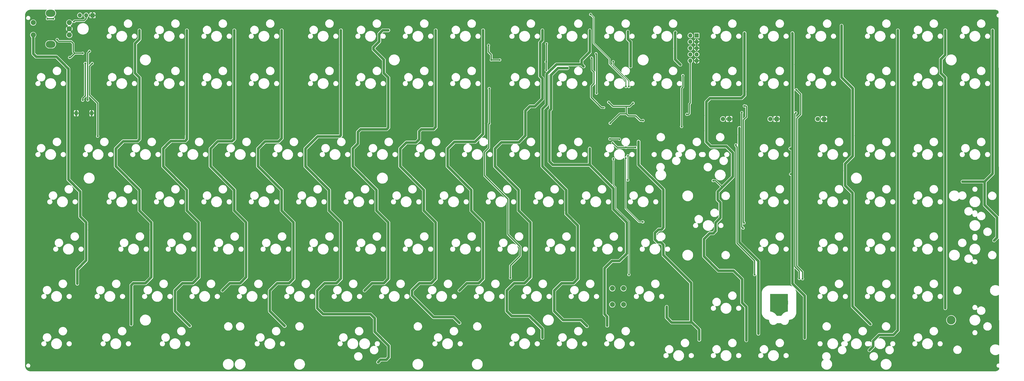
<source format=gbr>
G04 #@! TF.GenerationSoftware,KiCad,Pcbnew,7.0.2*
G04 #@! TF.CreationDate,2023-06-04T01:27:26-04:00*
G04 #@! TF.ProjectId,Boston-keyboard-V082DHI,426f7374-6f6e-42d6-9b65-79626f617264,rev?*
G04 #@! TF.SameCoordinates,Original*
G04 #@! TF.FileFunction,Copper,L1,Top*
G04 #@! TF.FilePolarity,Positive*
%FSLAX46Y46*%
G04 Gerber Fmt 4.6, Leading zero omitted, Abs format (unit mm)*
G04 Created by KiCad (PCBNEW 7.0.2) date 2023-06-04 01:27:26*
%MOMM*%
%LPD*%
G01*
G04 APERTURE LIST*
G04 #@! TA.AperFunction,ComponentPad*
%ADD10C,0.800000*%
G04 #@! TD*
G04 #@! TA.AperFunction,ComponentPad*
%ADD11C,7.000000*%
G04 #@! TD*
G04 #@! TA.AperFunction,ComponentPad*
%ADD12R,1.800000X1.800000*%
G04 #@! TD*
G04 #@! TA.AperFunction,ComponentPad*
%ADD13C,1.800000*%
G04 #@! TD*
G04 #@! TA.AperFunction,ComponentPad*
%ADD14C,2.000000*%
G04 #@! TD*
G04 #@! TA.AperFunction,ComponentPad*
%ADD15R,1.700000X1.700000*%
G04 #@! TD*
G04 #@! TA.AperFunction,ComponentPad*
%ADD16O,1.700000X1.700000*%
G04 #@! TD*
G04 #@! TA.AperFunction,ComponentPad*
%ADD17C,3.500000*%
G04 #@! TD*
G04 #@! TA.AperFunction,ComponentPad*
%ADD18C,2.032000*%
G04 #@! TD*
G04 #@! TA.AperFunction,ComponentPad*
%ADD19O,3.900000X2.799999*%
G04 #@! TD*
G04 #@! TA.AperFunction,ComponentPad*
%ADD20C,0.500000*%
G04 #@! TD*
G04 #@! TA.AperFunction,SMDPad,CuDef*
%ADD21R,1.200000X1.800000*%
G04 #@! TD*
G04 #@! TA.AperFunction,ViaPad*
%ADD22C,0.800000*%
G04 #@! TD*
G04 #@! TA.AperFunction,ViaPad*
%ADD23C,0.600000*%
G04 #@! TD*
G04 #@! TA.AperFunction,Conductor*
%ADD24C,0.300000*%
G04 #@! TD*
G04 #@! TA.AperFunction,Conductor*
%ADD25C,0.500000*%
G04 #@! TD*
G04 #@! TA.AperFunction,Conductor*
%ADD26C,1.000000*%
G04 #@! TD*
G04 APERTURE END LIST*
D10*
X356268500Y-146649500D03*
X357037345Y-144793345D03*
X357037345Y-148505655D03*
X358893500Y-144024500D03*
D11*
X358893500Y-146649500D03*
D10*
X358893500Y-149274500D03*
X360749655Y-144793345D03*
X360749655Y-148505655D03*
X361518500Y-146649500D03*
D12*
X338732500Y-72712500D03*
D13*
X336192500Y-72712500D03*
D12*
X357782500Y-72712500D03*
D13*
X355242500Y-72712500D03*
D14*
X291750000Y-147400000D03*
X291750000Y-140900000D03*
X296250000Y-147400000D03*
X296250000Y-140900000D03*
D15*
X82825000Y-30950000D03*
D16*
X80285000Y-30950000D03*
X77745000Y-30950000D03*
D17*
X427950304Y-153675080D03*
D15*
X325655625Y-39087500D03*
D16*
X323115625Y-39087500D03*
X325655625Y-41627500D03*
X323115625Y-41627500D03*
X325655625Y-44167500D03*
X323115625Y-44167500D03*
X325655625Y-46707500D03*
X323115625Y-46707500D03*
X325655625Y-49247500D03*
X323115625Y-49247500D03*
D12*
X376832500Y-72712500D03*
D13*
X374292500Y-72712500D03*
D18*
X73500000Y-33875000D03*
X73500000Y-38875000D03*
X73500000Y-36375000D03*
D19*
X66000000Y-30125000D03*
X66000000Y-42625000D03*
D18*
X59000000Y-33875000D03*
X59000000Y-38875000D03*
D20*
X82800000Y-70975000D03*
X82800000Y-70375000D03*
X82800000Y-69775000D03*
D21*
X82500000Y-70375000D03*
D20*
X82200000Y-70975000D03*
X82200000Y-70375000D03*
X82200000Y-69775000D03*
X76600000Y-70975000D03*
X76600000Y-70375000D03*
X76600000Y-69775000D03*
D21*
X76300000Y-70375000D03*
D20*
X76000000Y-70975000D03*
X76000000Y-70375000D03*
X76000000Y-69775000D03*
D22*
X363100000Y-124225000D03*
X297100000Y-88425000D03*
X304000000Y-114125000D03*
D23*
X288390000Y-68115000D03*
D22*
X283400000Y-48125000D03*
X285200000Y-46425000D03*
X285400000Y-62325000D03*
X350443750Y-159168750D03*
X342800000Y-76325000D03*
X292200000Y-88825000D03*
X298431250Y-135356250D03*
X348931250Y-135356250D03*
X341400000Y-83125000D03*
X298000000Y-87525000D03*
X297968750Y-97256250D03*
X291900000Y-82325000D03*
X301000000Y-84125000D03*
X297200000Y-84125000D03*
X298400000Y-59625000D03*
X292093750Y-49631250D03*
X297200000Y-59625000D03*
X283043750Y-30581250D03*
X64700000Y-32325000D03*
X67100000Y-32325000D03*
X294650000Y-80875000D03*
X290750000Y-80725000D03*
X82700000Y-50325000D03*
X84900000Y-79625000D03*
X365500000Y-70225000D03*
X366900000Y-136925000D03*
X321700000Y-70825000D03*
X264850000Y-69925000D03*
X299300000Y-115025000D03*
X79100000Y-108125000D03*
X181400000Y-46425000D03*
X284300000Y-47025000D03*
X227400000Y-153825000D03*
X238600000Y-136625000D03*
X79100000Y-110625000D03*
X407700000Y-96175000D03*
X299200000Y-79625000D03*
X195850000Y-108125000D03*
X132800000Y-96025000D03*
X319900000Y-77625000D03*
X296450000Y-117425000D03*
X238600000Y-134225000D03*
X154800000Y-152425000D03*
X279200000Y-134225000D03*
X203000000Y-136625000D03*
X74250000Y-95625000D03*
X318700000Y-66975000D03*
X398350000Y-153175000D03*
X394150000Y-164925000D03*
X170500000Y-76925000D03*
X222000000Y-36825000D03*
X212500000Y-80625000D03*
X157100000Y-80475000D03*
X327400000Y-122025000D03*
X279100000Y-117475000D03*
X161500000Y-110575000D03*
X297900000Y-98375000D03*
X261550000Y-42625000D03*
X162400000Y-136625000D03*
X152100000Y-96125000D03*
X268300000Y-80625000D03*
X424400000Y-79375000D03*
X273650000Y-49525000D03*
X183800000Y-75425000D03*
X203000000Y-134225000D03*
X157700000Y-108125000D03*
X389600000Y-62625000D03*
X257900000Y-153225000D03*
X164800000Y-136625000D03*
X229200000Y-155425000D03*
X119600000Y-50825000D03*
X81400000Y-115225000D03*
X366900000Y-76875000D03*
X308500000Y-155825000D03*
X257950000Y-76775000D03*
X183850000Y-117425000D03*
X173900000Y-80825000D03*
X272100000Y-110575000D03*
X428200000Y-120475000D03*
X138600000Y-46425000D03*
X407650000Y-75075000D03*
X298850000Y-96025000D03*
X346200000Y-63425000D03*
X256000000Y-137625000D03*
X160200000Y-70425000D03*
X365400000Y-134225000D03*
X258050000Y-69875000D03*
X387150000Y-117475000D03*
X249600000Y-98375000D03*
X343200000Y-63025000D03*
X85700000Y-80575000D03*
X243300000Y-60725000D03*
X328400000Y-77475000D03*
X426700000Y-148775000D03*
X344600000Y-126825000D03*
X318200000Y-44225000D03*
X264400000Y-45575000D03*
X197600000Y-155625000D03*
X241000000Y-134225000D03*
X105400000Y-117425000D03*
X107600000Y-115225000D03*
X119600000Y-75325000D03*
X424400000Y-123175000D03*
X299600000Y-152475000D03*
X72000000Y-76975000D03*
X363000000Y-67425000D03*
X74350000Y-76975000D03*
X249600000Y-136625000D03*
X289800000Y-137625000D03*
X194600000Y-44425000D03*
X281500000Y-42625000D03*
X250750000Y-108125000D03*
X102850000Y-80575000D03*
X407700000Y-136525000D03*
X138600000Y-72825000D03*
X341000000Y-120525000D03*
X274550000Y-110575000D03*
X345000000Y-115725000D03*
X221950000Y-115225000D03*
X257600000Y-134225000D03*
X300300000Y-44225000D03*
X242800000Y-42325000D03*
X234350000Y-110625000D03*
X243100000Y-76625000D03*
X291100000Y-65125000D03*
X340950000Y-96775000D03*
X265100000Y-76725000D03*
X289250000Y-96075000D03*
X119500000Y-80475000D03*
X244600000Y-98425000D03*
X286900000Y-76625000D03*
X60200000Y-44425000D03*
X193500000Y-96175000D03*
X301250000Y-67025000D03*
X314900000Y-150625000D03*
X250700000Y-115175000D03*
X297050000Y-110575000D03*
X343600000Y-60025000D03*
X298000000Y-136525000D03*
X407650000Y-50775000D03*
X271150000Y-46925000D03*
X259800000Y-151725000D03*
X426700000Y-141925000D03*
X162400000Y-134225000D03*
X351800000Y-134225000D03*
X198100000Y-108125000D03*
X324600000Y-138825000D03*
X141000000Y-50825000D03*
X345400000Y-93925000D03*
X405350000Y-115175000D03*
X389600000Y-60525000D03*
X267550000Y-44375000D03*
D23*
X284500000Y-51725000D03*
D22*
X300100000Y-110575000D03*
X160050000Y-108125000D03*
X271200000Y-44525000D03*
X188300000Y-80625000D03*
X181400000Y-70325000D03*
X158200000Y-110575000D03*
X339300000Y-132525000D03*
X212900000Y-76925000D03*
X259300000Y-64925000D03*
X267150000Y-150125000D03*
X97200000Y-148625000D03*
X363000000Y-76875000D03*
X191850000Y-94525000D03*
X256400000Y-67825000D03*
X114800000Y-149425000D03*
X311100000Y-108125000D03*
X155800000Y-150025000D03*
X113800000Y-96025000D03*
X346700000Y-152825000D03*
X366850000Y-117475000D03*
X304850000Y-155575000D03*
X138600000Y-50825000D03*
X290900000Y-153325000D03*
X140950000Y-108125000D03*
X81400000Y-117425000D03*
X241050000Y-45625000D03*
X346600000Y-73675000D03*
X94800000Y-96025000D03*
X100500000Y-75025000D03*
X313450000Y-104575000D03*
X157600000Y-98375000D03*
X259300000Y-59825000D03*
X313450000Y-102275000D03*
X366800000Y-75025000D03*
D23*
X278400000Y-61025000D03*
D22*
X382750000Y-50775000D03*
X124400000Y-117425000D03*
X261500000Y-153375000D03*
X288550000Y-155525000D03*
X271150000Y-42475000D03*
D23*
X288200000Y-70025000D03*
D22*
X135200000Y-98425000D03*
X240950000Y-115175000D03*
X266500000Y-42525000D03*
X219650000Y-117425000D03*
X143400000Y-134225000D03*
X405400000Y-79325000D03*
X369150000Y-136475000D03*
X346000000Y-61725000D03*
X104600000Y-136625000D03*
X119600000Y-98425000D03*
X255300000Y-108125000D03*
X426750000Y-116725000D03*
X345400000Y-96125000D03*
X407650000Y-79375000D03*
X267800000Y-76625000D03*
X99600000Y-148625000D03*
X346400000Y-60025000D03*
X370250000Y-160325000D03*
X122000000Y-50825000D03*
X170600000Y-80525000D03*
X75500000Y-136525000D03*
X318600000Y-72025000D03*
X329900000Y-122125000D03*
X70300000Y-54875000D03*
X407650000Y-98375000D03*
X405350000Y-98425000D03*
X119600000Y-108025000D03*
X202900000Y-75425000D03*
X257700000Y-115225000D03*
X426700000Y-43525000D03*
X138600000Y-98425000D03*
X238600000Y-70325000D03*
X347400000Y-137225000D03*
X296300000Y-96075000D03*
X424400000Y-112125000D03*
X248900000Y-115225000D03*
X321000000Y-60125000D03*
X238600000Y-60725000D03*
X318800000Y-118625000D03*
X318700000Y-62675000D03*
X323300000Y-155775000D03*
X348000000Y-134225000D03*
X251900000Y-110575000D03*
X238650000Y-115175000D03*
X443400000Y-76625000D03*
X241000000Y-40975000D03*
X426800000Y-74975000D03*
X275600000Y-137625000D03*
X327850000Y-160325000D03*
X424400000Y-45825000D03*
X100400000Y-108025000D03*
X121900000Y-73225000D03*
X256900000Y-81025000D03*
X363000000Y-134225000D03*
X407650000Y-117475000D03*
X157700000Y-77075000D03*
X424400000Y-63225000D03*
X280450000Y-153225000D03*
X218400000Y-149125000D03*
X345500000Y-113625000D03*
X337000000Y-135125000D03*
X387300000Y-62625000D03*
X301850000Y-77225000D03*
X141000000Y-103725000D03*
X389450000Y-117425000D03*
X293050000Y-98375000D03*
X336350000Y-108625000D03*
X315850000Y-48575000D03*
X280700000Y-56825000D03*
X260800000Y-80525000D03*
X341000000Y-107475000D03*
X347000000Y-129125000D03*
X262400000Y-67825000D03*
X99600000Y-146425000D03*
X299200000Y-65825000D03*
X217200000Y-108075000D03*
X255700000Y-69925000D03*
X330650000Y-77525000D03*
X408900000Y-158925000D03*
X342800000Y-134225000D03*
X198800000Y-49425000D03*
X342600000Y-139025000D03*
X86600000Y-41225000D03*
X367900000Y-160275000D03*
X274350000Y-108125000D03*
X386900000Y-60525000D03*
X343750000Y-50675000D03*
X347000000Y-124825000D03*
X143450000Y-115175000D03*
X389500000Y-136525000D03*
X98800000Y-41625000D03*
X300000000Y-146825000D03*
X141000000Y-75325000D03*
X219600000Y-134225000D03*
X238600000Y-74425000D03*
X313350000Y-97025000D03*
X291900000Y-77525000D03*
X407700000Y-84575000D03*
X69450000Y-46975000D03*
X330650000Y-71275000D03*
X76700000Y-108125000D03*
X318550000Y-48575000D03*
X241000000Y-36725000D03*
X363000000Y-70825000D03*
X264500000Y-53825000D03*
X126800000Y-117425000D03*
X426750000Y-134275000D03*
X344000000Y-117725000D03*
X219600000Y-70725000D03*
X405350000Y-117475000D03*
X77900000Y-134225000D03*
X140950000Y-80525000D03*
X164750000Y-115175000D03*
X71600000Y-44575000D03*
X320550000Y-62675000D03*
X196350000Y-110575000D03*
X293000000Y-96125000D03*
X101000000Y-110825000D03*
X183800000Y-50825000D03*
X308350000Y-102275000D03*
X287400000Y-134225000D03*
X247350000Y-96175000D03*
X181600000Y-50825000D03*
D23*
X288400000Y-67325000D03*
D22*
X324600000Y-142425000D03*
X259800000Y-155025000D03*
X215400000Y-110625000D03*
X202900000Y-115175000D03*
X160200000Y-50825000D03*
X71900000Y-49525000D03*
X85900000Y-76825000D03*
X349300000Y-157825000D03*
X311150000Y-112975000D03*
X113600000Y-76825000D03*
X242000000Y-98375000D03*
X300300000Y-41025000D03*
X344800000Y-66325000D03*
X366500000Y-70225000D03*
X407700000Y-150975000D03*
X181400000Y-136625000D03*
X138700000Y-108125000D03*
X215300000Y-80725000D03*
X157600000Y-50825000D03*
X222000000Y-136625000D03*
X219600000Y-46225000D03*
X269250000Y-62425000D03*
X363050000Y-74975000D03*
X238650000Y-117425000D03*
X123400000Y-110625000D03*
X344700000Y-122525000D03*
X215400000Y-149925000D03*
X340800000Y-116925000D03*
X122000000Y-46425000D03*
X126800000Y-134225000D03*
X261200000Y-55625000D03*
X79900000Y-64825000D03*
X197400000Y-44425000D03*
X268650000Y-98375000D03*
X154350000Y-98375000D03*
X69600000Y-40325000D03*
X426700000Y-136475000D03*
X363050000Y-96125000D03*
X272050000Y-108125000D03*
X424400000Y-76775000D03*
X79200000Y-115225000D03*
X343750000Y-48375000D03*
X284400000Y-62225000D03*
X292100000Y-48325000D03*
X69600000Y-44375000D03*
X405350000Y-85125000D03*
X328300000Y-119425000D03*
X322200000Y-142425000D03*
X211500000Y-98425000D03*
D23*
X294300000Y-51925000D03*
D22*
X389500000Y-115175000D03*
X228350000Y-96125000D03*
X424400000Y-115425000D03*
X290950000Y-157475000D03*
X57850000Y-44375000D03*
X214850000Y-108125000D03*
X367950000Y-158025000D03*
X333300000Y-119525000D03*
X119600000Y-77125000D03*
X162500000Y-117475000D03*
X103000000Y-73225000D03*
X367300000Y-137925000D03*
X200400000Y-136625000D03*
X238650000Y-45575000D03*
X142400000Y-110575000D03*
X261500000Y-45625000D03*
X347500000Y-71925000D03*
X212550000Y-96075000D03*
X405400000Y-60525000D03*
X153000000Y-150025000D03*
X286400000Y-59925000D03*
D23*
X290900000Y-51925000D03*
D22*
X183850000Y-115225000D03*
X242250000Y-96025000D03*
X219600000Y-75325000D03*
X345500000Y-98225000D03*
X351550000Y-157825000D03*
X141200000Y-46225000D03*
X76700000Y-110625000D03*
X257500000Y-66725000D03*
X250600000Y-96075000D03*
X107600000Y-117425000D03*
X160050000Y-103775000D03*
X405400000Y-63225000D03*
X256800000Y-110575000D03*
X113600000Y-80525000D03*
X299900000Y-144825000D03*
X74300000Y-54475000D03*
X240900000Y-74525000D03*
X296300000Y-98575000D03*
X252900000Y-108125000D03*
X260050000Y-115175000D03*
X387250000Y-76775000D03*
X266350000Y-96075000D03*
X236100000Y-80525000D03*
X132400000Y-80525000D03*
X271900000Y-98425000D03*
X345800000Y-76725000D03*
X58350000Y-47425000D03*
X202900000Y-36525000D03*
X365300000Y-50775000D03*
X98600000Y-47025000D03*
X275000000Y-52425000D03*
X190200000Y-96125000D03*
X155400000Y-142425000D03*
X200400000Y-47625000D03*
X340950000Y-85275000D03*
X424400000Y-61625000D03*
X322250000Y-153475000D03*
X105200000Y-134225000D03*
X85900000Y-75025000D03*
X384100000Y-57725000D03*
X342900000Y-73425000D03*
X239750000Y-96125000D03*
X145800000Y-136625000D03*
X366800000Y-79325000D03*
X209200000Y-96125000D03*
X67100000Y-33325000D03*
X116600000Y-152625000D03*
X340750000Y-103675000D03*
X141000000Y-70525000D03*
X386450000Y-91225000D03*
X405400000Y-150825000D03*
X197100000Y-169425000D03*
X160050000Y-77025000D03*
X290900000Y-81825000D03*
X363050000Y-48525000D03*
X366800000Y-96125000D03*
X105400000Y-115225000D03*
X295300000Y-108125000D03*
X426700000Y-113125000D03*
X116200000Y-98425000D03*
X219400000Y-136625000D03*
X261000000Y-48925000D03*
X338100000Y-96125000D03*
X255500000Y-76775000D03*
X324600000Y-153725000D03*
X386550000Y-93475000D03*
X320550000Y-67025000D03*
X426750000Y-109925000D03*
X299500000Y-59925000D03*
X385050000Y-50775000D03*
X200600000Y-134225000D03*
X405400000Y-96075000D03*
X281500000Y-44425000D03*
X193000000Y-142625000D03*
X177250000Y-110575000D03*
X138600000Y-75425000D03*
X155350000Y-96125000D03*
X188500000Y-76925000D03*
X342100000Y-71275000D03*
X160400000Y-154725000D03*
X179050000Y-108125000D03*
X289800000Y-134225000D03*
X241100000Y-76725000D03*
X382750000Y-48525000D03*
X184000000Y-46425000D03*
X363050000Y-50775000D03*
X328350000Y-67075000D03*
X126800000Y-115225000D03*
X298200000Y-76875000D03*
X75500000Y-134225000D03*
X77900000Y-136525000D03*
X181500000Y-75325000D03*
X231500000Y-96075000D03*
X341500000Y-76625000D03*
X72000000Y-96175000D03*
X370300000Y-157625000D03*
X396450000Y-154575000D03*
X365300000Y-61925000D03*
X312400000Y-150525000D03*
D23*
X289400000Y-48525000D03*
D22*
X184000000Y-136625000D03*
X407700000Y-115175000D03*
X197600000Y-157925000D03*
X141000000Y-77125000D03*
X407700000Y-48525000D03*
X121900000Y-80575000D03*
X279000000Y-115125000D03*
X282650000Y-155625000D03*
X363050000Y-115175000D03*
X194800000Y-153225000D03*
X295100000Y-71525000D03*
X325500000Y-160325000D03*
X233800000Y-98375000D03*
X221950000Y-117425000D03*
X145800000Y-134225000D03*
X265100000Y-80525000D03*
X405400000Y-48525000D03*
X286000000Y-96125000D03*
X288300000Y-98375000D03*
X120000000Y-110625000D03*
X101200000Y-45625000D03*
X117800000Y-149825000D03*
X83900000Y-76825000D03*
X142600000Y-136625000D03*
X346050000Y-50675000D03*
X337000000Y-84825000D03*
X288100000Y-44825000D03*
X389500000Y-79375000D03*
X79000000Y-53175000D03*
X121900000Y-75425000D03*
X405400000Y-50775000D03*
X297800000Y-46725000D03*
X157700000Y-72325000D03*
X313450000Y-112925000D03*
X195000000Y-155625000D03*
X233950000Y-108075000D03*
X74300000Y-57175000D03*
X104400000Y-110625000D03*
X248900000Y-117425000D03*
X363050000Y-79325000D03*
X75400000Y-97725000D03*
X324050000Y-60125000D03*
X248800000Y-110575000D03*
X296400000Y-115125000D03*
X74350000Y-79375000D03*
X197600000Y-153225000D03*
X341700000Y-79075000D03*
X279200000Y-59325000D03*
X107600000Y-136625000D03*
X366800000Y-98375000D03*
X264100000Y-49725000D03*
X174450000Y-96025000D03*
X320700000Y-75725000D03*
X214850000Y-98425000D03*
X270450000Y-53425000D03*
X363000000Y-137825000D03*
X317050000Y-50375000D03*
X160000000Y-75325000D03*
X311050000Y-110575000D03*
X384200000Y-93525000D03*
X100600000Y-98425000D03*
X231000000Y-153625000D03*
X267700000Y-69925000D03*
X313500000Y-110625000D03*
X424450000Y-134275000D03*
X297000000Y-71625000D03*
X268500000Y-64675000D03*
X426800000Y-79425000D03*
X107800000Y-134225000D03*
X240950000Y-117475000D03*
X296450000Y-69725000D03*
X81463454Y-38288454D03*
X340950000Y-105575000D03*
X407700000Y-61625000D03*
X405350000Y-76825000D03*
X275850000Y-115175000D03*
X83900000Y-79625000D03*
X269600000Y-148675000D03*
X407700000Y-76825000D03*
X136400000Y-96025000D03*
X269600000Y-96075000D03*
X262400000Y-59825000D03*
X330650000Y-67025000D03*
X164800000Y-117475000D03*
X262500000Y-76625000D03*
X171050000Y-96125000D03*
X318200000Y-41025000D03*
X183800000Y-134225000D03*
X292200000Y-110575000D03*
X99600000Y-155425000D03*
X268500000Y-66925000D03*
X157600000Y-46225000D03*
X321800000Y-138825000D03*
X346050000Y-48375000D03*
X74900000Y-32525000D03*
X181550000Y-117425000D03*
X363050000Y-98375000D03*
X331800000Y-112975000D03*
X249800000Y-134225000D03*
X407750000Y-155775000D03*
D23*
X281000000Y-60925000D03*
D22*
X344400000Y-160275000D03*
X304100000Y-72325000D03*
X367000000Y-140025000D03*
X276800000Y-117425000D03*
X312300000Y-148625000D03*
X424350000Y-74925000D03*
X387250000Y-75075000D03*
X102400000Y-41825000D03*
X238500000Y-76625000D03*
X344450000Y-152775000D03*
X407700000Y-63225000D03*
X78900000Y-50825000D03*
X301450000Y-79975000D03*
X200600000Y-117475000D03*
X281400000Y-89825000D03*
X385050000Y-48525000D03*
X191850000Y-97825000D03*
X181550000Y-115225000D03*
X257750000Y-117475000D03*
X405400000Y-75025000D03*
X315800000Y-41025000D03*
X124400000Y-115225000D03*
X365350000Y-48525000D03*
X243300000Y-69925000D03*
X346750000Y-160325000D03*
X97200000Y-146425000D03*
X283800000Y-90625000D03*
X260200000Y-134225000D03*
X123100000Y-155825000D03*
X346600000Y-70125000D03*
X126800000Y-136625000D03*
X424450000Y-136475000D03*
X219650000Y-115225000D03*
X250650000Y-117425000D03*
X405350000Y-136525000D03*
X426800000Y-122375000D03*
X282200000Y-92425000D03*
D23*
X294300000Y-50125000D03*
D22*
X268700000Y-58625000D03*
X199650000Y-110575000D03*
X237800000Y-82425000D03*
X83900000Y-74925000D03*
X78900000Y-45125000D03*
X140950000Y-72825000D03*
X297300000Y-79675000D03*
X238650000Y-41525000D03*
X74100000Y-48825000D03*
X122000000Y-108025000D03*
X393900000Y-152025000D03*
X387150000Y-115225000D03*
X251800000Y-134225000D03*
X268400000Y-48525000D03*
X260050000Y-117475000D03*
X172000000Y-142425000D03*
X162500000Y-115175000D03*
X424400000Y-43625000D03*
X117400000Y-96025000D03*
X279200000Y-155575000D03*
X229200000Y-152025000D03*
X389550000Y-75075000D03*
X389650000Y-76725000D03*
X296900000Y-41025000D03*
X345000000Y-137225000D03*
X72000000Y-57175000D03*
X138700000Y-77125000D03*
X315900000Y-44225000D03*
X327850000Y-158025000D03*
X252900000Y-98375000D03*
X306900000Y-151325000D03*
X79200000Y-117425000D03*
X157700000Y-75325000D03*
X259600000Y-137625000D03*
X81900000Y-49625000D03*
X164800000Y-134225000D03*
X80600000Y-45125000D03*
X366850000Y-115125000D03*
X121950000Y-77025000D03*
X346750000Y-150875000D03*
X248850000Y-108125000D03*
X119600000Y-46425000D03*
X243200000Y-45525000D03*
X200600000Y-75425000D03*
X445850000Y-75825000D03*
X176800000Y-98425000D03*
X160200000Y-46225000D03*
X328400000Y-71275000D03*
X72750000Y-98375000D03*
X158200000Y-152425000D03*
X443350000Y-74875000D03*
X94300000Y-80525000D03*
X145750000Y-115125000D03*
X123600000Y-136625000D03*
X299362696Y-134029751D03*
X222000000Y-134225000D03*
X324050000Y-62675000D03*
X98400000Y-96025000D03*
X151700000Y-80525000D03*
X200600000Y-115225000D03*
X318650000Y-60125000D03*
X100200000Y-80525000D03*
X82600000Y-53175000D03*
X426800000Y-76775000D03*
X323650000Y-67075000D03*
X181400000Y-134225000D03*
X221400000Y-77025000D03*
X392200000Y-153675000D03*
X219600000Y-50625000D03*
X284000000Y-44325000D03*
D23*
X282700000Y-51325000D03*
D22*
X119500000Y-71525000D03*
X346800000Y-158075000D03*
X291000000Y-108125000D03*
X103000000Y-76525000D03*
X263600000Y-66725000D03*
X313500000Y-108025000D03*
X174400000Y-142225000D03*
X344450000Y-151025000D03*
X208800000Y-80525000D03*
X71950000Y-79375000D03*
X281750000Y-48475000D03*
X132400000Y-76925000D03*
X294850000Y-81925000D03*
X124400000Y-134225000D03*
X344800000Y-70125000D03*
X284400000Y-59825000D03*
X313650000Y-115275000D03*
X160000000Y-80525000D03*
X253700000Y-80625000D03*
X192200000Y-80525000D03*
X222000000Y-70225000D03*
X339000000Y-93325000D03*
X222000000Y-75325000D03*
X262500000Y-69925000D03*
X387150000Y-136525000D03*
X288600000Y-153275000D03*
X334000000Y-107425000D03*
X222000000Y-50625000D03*
X393900000Y-155375000D03*
X289800000Y-74625000D03*
X139200000Y-110575000D03*
X369200000Y-134125000D03*
X426700000Y-45925000D03*
X407700000Y-134275000D03*
X298000000Y-108075000D03*
X276800000Y-134225000D03*
X387300000Y-79425000D03*
X202900000Y-117425000D03*
X143450000Y-117425000D03*
X265800000Y-68225000D03*
X389500000Y-134275000D03*
X100500000Y-76725000D03*
X120200000Y-152425000D03*
X222000000Y-46225000D03*
X300400000Y-46625000D03*
X180550000Y-110575000D03*
X173350000Y-98475000D03*
X311200000Y-104575000D03*
X214500000Y-152525000D03*
X341000000Y-136025000D03*
X145700000Y-117425000D03*
X283400000Y-57925000D03*
X230550000Y-98375000D03*
X325350000Y-157925000D03*
X345700000Y-79125000D03*
X103000000Y-108025000D03*
X285200000Y-41825000D03*
X366400000Y-67325000D03*
X176800000Y-108175000D03*
X387150000Y-134275000D03*
X264300000Y-42425000D03*
X405350000Y-134275000D03*
X296800000Y-44225000D03*
X138400000Y-80575000D03*
X286900000Y-46025000D03*
X406550000Y-159425000D03*
X267250000Y-147725000D03*
X261200000Y-64925000D03*
X218700000Y-110575000D03*
X384200000Y-91175000D03*
X351600000Y-137825000D03*
X241200000Y-136625000D03*
X279000000Y-137625000D03*
X299300000Y-117525000D03*
X363050000Y-117425000D03*
X236250000Y-108075000D03*
X311100000Y-115325000D03*
X203000000Y-70325000D03*
X237700000Y-110575000D03*
X200500000Y-70325000D03*
X315000000Y-148025000D03*
X320700000Y-71225000D03*
X97000000Y-98425000D03*
X245600000Y-80525000D03*
X343800000Y-70125000D03*
X344300000Y-116625000D03*
X344700000Y-114525000D03*
X344800000Y-67425000D03*
X239831250Y-122718750D03*
D23*
X239831396Y-70331260D03*
D22*
X235068750Y-103668750D03*
X230306250Y-141768750D03*
X239831396Y-56043748D03*
X239831396Y-36993732D03*
X225543750Y-84618750D03*
X220781250Y-36993750D03*
X220781250Y-122718750D03*
X211256250Y-141768750D03*
X216018750Y-103668750D03*
X230306250Y-154865625D03*
X220781250Y-56043750D03*
D23*
X220781250Y-70331250D03*
D22*
X206493750Y-84618750D03*
X201731250Y-36993750D03*
D23*
X201731250Y-70331250D03*
D22*
X192206250Y-141768750D03*
X201731250Y-56043750D03*
X201731250Y-122718750D03*
X187443750Y-84618750D03*
X196968750Y-103668750D03*
X182681250Y-56043750D03*
X182681250Y-122718750D03*
X182681250Y-36993750D03*
X196300000Y-158425000D03*
D23*
X182681250Y-70331250D03*
D22*
X197600000Y-170625000D03*
X173156250Y-141768750D03*
X177918750Y-103668750D03*
X168393750Y-84618750D03*
X149343750Y-84618750D03*
X158868750Y-103668750D03*
X163631250Y-122718750D03*
X160059375Y-156056250D03*
X154106250Y-141768750D03*
X158868750Y-56043750D03*
X158868750Y-36993750D03*
D23*
X158868750Y-70493750D03*
D22*
X139818750Y-103668750D03*
D23*
X139818750Y-70606250D03*
D22*
X139818750Y-56043750D03*
X139818750Y-36993750D03*
X135056250Y-141768750D03*
X144581250Y-122718750D03*
X130293750Y-84618750D03*
X120768750Y-56043750D03*
X121959375Y-156056250D03*
X120768750Y-36993750D03*
X116006250Y-141768750D03*
X120768750Y-103668750D03*
X111243750Y-84618750D03*
X125531250Y-122718750D03*
X120768750Y-70893750D03*
X106481250Y-122718750D03*
X101718750Y-103668750D03*
X98400000Y-142025000D03*
X92193750Y-84618750D03*
X98400000Y-155425000D03*
X101718750Y-75093750D03*
X101718750Y-36993750D03*
X101718750Y-56043750D03*
X445200000Y-121625000D03*
X444618750Y-75843750D03*
X444618750Y-36993750D03*
X432500000Y-97925000D03*
X444618750Y-84618750D03*
X444618750Y-56043750D03*
X425568750Y-56043750D03*
X425568750Y-148912274D03*
X425568750Y-103668750D03*
X425568750Y-84618750D03*
X425568750Y-36993750D03*
X425568750Y-141768750D03*
X425568750Y-122718750D03*
X425568750Y-62256250D03*
X395100000Y-165825000D03*
X406518750Y-84618750D03*
X406518750Y-122718750D03*
X406518750Y-36993750D03*
X406518750Y-61306250D03*
X406518750Y-103668750D03*
X406518750Y-56043750D03*
X406518750Y-141768750D03*
X388300000Y-141725000D03*
X385500000Y-57525000D03*
X383900000Y-53325000D03*
X388300000Y-122825000D03*
X388400000Y-84325000D03*
X383900000Y-35125000D03*
X395500000Y-155325000D03*
X388300000Y-104225000D03*
X363300000Y-84625000D03*
X364200000Y-123625000D03*
X364200000Y-104325000D03*
X364200000Y-56225000D03*
X364200000Y-62525000D03*
X369100000Y-160925000D03*
X363400000Y-94925000D03*
X364100000Y-38125000D03*
X335200000Y-108725000D03*
X344900000Y-61725000D03*
X329500000Y-79025000D03*
X343900000Y-146725000D03*
X345600000Y-161825000D03*
X344900000Y-38125000D03*
X332300000Y-97525000D03*
X344900000Y-56625000D03*
X320100000Y-55225000D03*
X312000000Y-100825000D03*
X302300000Y-81825000D03*
X319100000Y-50825000D03*
X312300000Y-123425000D03*
X319600000Y-75725000D03*
X317100000Y-37825000D03*
X326700000Y-161625000D03*
X313600000Y-148325000D03*
X297576757Y-123314117D03*
X299100000Y-51525000D03*
X273700000Y-52225000D03*
X288647062Y-141768820D03*
X298000000Y-37525000D03*
X292218940Y-103668788D03*
X282693932Y-84618772D03*
X289700000Y-155925000D03*
X277931250Y-122718750D03*
X268406250Y-141768750D03*
X273168750Y-103668750D03*
X281585937Y-156139063D03*
D23*
X282693932Y-36993732D03*
X280200000Y-51525000D03*
D22*
X263643750Y-84618750D03*
X258881250Y-122718750D03*
X262700000Y-55425000D03*
X249356250Y-141768750D03*
X263643916Y-59768916D03*
X254118750Y-103668750D03*
X263643916Y-36993732D03*
X244593750Y-84618750D03*
X263643750Y-160818750D03*
X80287500Y-122718750D03*
X73143750Y-75668750D03*
X76700000Y-139025000D03*
X73143750Y-84618750D03*
X77906250Y-103668750D03*
X70762500Y-50090625D03*
X368200000Y-137025000D03*
X365700000Y-60925000D03*
X80900000Y-65025000D03*
X81600000Y-45425000D03*
X265200000Y-53025000D03*
X265150000Y-49675000D03*
X265300000Y-42425000D03*
X290300000Y-65925000D03*
X242000000Y-43025000D03*
X68600000Y-40725000D03*
X243100000Y-48925000D03*
X73600000Y-47925000D03*
X242300000Y-60425000D03*
X78900000Y-46225000D03*
X246500000Y-48925000D03*
X300100000Y-66325000D03*
X290900000Y-74425000D03*
X242300000Y-74525000D03*
X250800000Y-136725000D03*
X304100000Y-73325000D03*
X79900000Y-50325000D03*
X75400000Y-33425000D03*
X78900000Y-65125000D03*
D24*
X297100000Y-108725000D02*
X302500000Y-114125000D01*
X302500000Y-114125000D02*
X304000000Y-114125000D01*
X297100000Y-88425000D02*
X297100000Y-108725000D01*
D25*
X283600000Y-48325000D02*
X283400000Y-48125000D01*
X283300000Y-59525000D02*
X284400000Y-58425000D01*
X283300000Y-64025000D02*
X283300000Y-59525000D01*
X284400000Y-58425000D02*
X284400000Y-53825000D01*
X287390000Y-68115000D02*
X283300000Y-64025000D01*
X283600000Y-53025000D02*
X283600000Y-48325000D01*
X284400000Y-53825000D02*
X283600000Y-53025000D01*
X288390000Y-68115000D02*
X287390000Y-68115000D01*
X285400000Y-46625000D02*
X285200000Y-46425000D01*
X285400000Y-62325000D02*
X285400000Y-46625000D01*
D26*
X350443750Y-129968750D02*
X342800000Y-122325000D01*
X350443750Y-159168750D02*
X350443750Y-129968750D01*
X342800000Y-95925000D02*
X342800000Y-93825000D01*
X342800000Y-122325000D02*
X342800000Y-98475000D01*
X342800000Y-98475000D02*
X342800000Y-95925000D01*
X342800000Y-93825000D02*
X342800000Y-76325000D01*
D24*
X292200000Y-88825000D02*
X292200000Y-99499485D01*
D25*
X341400000Y-83525000D02*
X341870000Y-83995000D01*
D24*
X293048940Y-100348426D02*
X293048940Y-108682807D01*
D25*
X341400000Y-83125000D02*
X341400000Y-83525000D01*
D24*
X293048940Y-108682807D02*
X298431250Y-114065117D01*
X298431250Y-114065117D02*
X298431250Y-135356250D01*
D25*
X341870000Y-83995000D02*
X341870000Y-122710218D01*
D24*
X292200000Y-99499485D02*
X293048940Y-100348426D01*
D25*
X341870000Y-122710218D02*
X348931250Y-129771468D01*
X348931250Y-129771468D02*
X348931250Y-135356250D01*
D24*
X298000000Y-97225000D02*
X297968750Y-97256250D01*
X298000000Y-87525000D02*
X298000000Y-97225000D01*
D25*
X301000000Y-84125000D02*
X297200000Y-84125000D01*
X293700000Y-84125000D02*
X291900000Y-82325000D01*
X297200000Y-84125000D02*
X293700000Y-84125000D01*
D24*
X298400000Y-57425000D02*
X292093750Y-51118750D01*
X298400000Y-59625000D02*
X298400000Y-57425000D01*
X292093750Y-51118750D02*
X292093750Y-49631250D01*
X284300000Y-31837500D02*
X283043750Y-30581250D01*
X290650000Y-50475000D02*
X290650000Y-48575000D01*
D25*
X67100000Y-32325000D02*
X64700000Y-32325000D01*
D24*
X290650000Y-48575000D02*
X284300000Y-42225000D01*
X297200000Y-57025000D02*
X290650000Y-50475000D01*
X284300000Y-42225000D02*
X284300000Y-31837500D01*
X297200000Y-59625000D02*
X297200000Y-57025000D01*
D25*
X84900000Y-75225000D02*
X84900000Y-66325000D01*
X290750000Y-80725000D02*
X294500000Y-80725000D01*
X294500000Y-80725000D02*
X294650000Y-80875000D01*
X84900000Y-79625000D02*
X84900000Y-75225000D01*
X84900000Y-66325000D02*
X81900000Y-63325000D01*
X290800000Y-80775000D02*
X290750000Y-80725000D01*
X81600000Y-51425000D02*
X82700000Y-50325000D01*
X81600000Y-63025000D02*
X81600000Y-61725000D01*
X81600000Y-61725000D02*
X81600000Y-51425000D01*
X81900000Y-63325000D02*
X81600000Y-63025000D01*
X366900000Y-133925000D02*
X365200000Y-132225000D01*
X365130000Y-132155000D02*
X365130000Y-71025000D01*
X322700000Y-70525000D02*
X322700000Y-66725000D01*
X366900000Y-136925000D02*
X366900000Y-133925000D01*
X321700000Y-70825000D02*
X322400000Y-70825000D01*
X322400000Y-70825000D02*
X322700000Y-70525000D01*
X365130000Y-71025000D02*
X365130000Y-70595000D01*
X323115625Y-66309375D02*
X323115625Y-49247500D01*
X365200000Y-132225000D02*
X365130000Y-132155000D01*
X322700000Y-66725000D02*
X323115625Y-66309375D01*
X365130000Y-70595000D02*
X365500000Y-70225000D01*
X344200000Y-116625000D02*
X343800000Y-116225000D01*
X343800000Y-104325000D02*
X343800000Y-105625000D01*
X343800000Y-116225000D02*
X343800000Y-105625000D01*
X343800000Y-70125000D02*
X343800000Y-104325000D01*
X344300000Y-116625000D02*
X344200000Y-116625000D01*
X344480000Y-73045000D02*
X344480000Y-114305000D01*
X344800000Y-72725000D02*
X344480000Y-73045000D01*
X344480000Y-114305000D02*
X344700000Y-114525000D01*
X345400000Y-67425000D02*
X344800000Y-67425000D01*
X344800000Y-72725000D02*
X345700000Y-71825000D01*
X345700000Y-67725000D02*
X345400000Y-67425000D01*
X345700000Y-71825000D02*
X345700000Y-67725000D01*
D26*
X239831396Y-56043748D02*
X239831396Y-70331260D01*
X225543906Y-84618750D02*
X228237656Y-81925000D01*
X238045457Y-138792255D02*
X233282953Y-138792255D01*
X228237656Y-81925000D02*
X236572038Y-81925000D01*
X239831250Y-122718750D02*
X239831250Y-137006462D01*
X225543750Y-84618750D02*
X225543906Y-84618750D01*
X235068750Y-109621875D02*
X239831250Y-114384375D01*
X233282953Y-138792255D02*
X233282849Y-138792151D01*
X239820000Y-78677038D02*
X239820000Y-70342656D01*
X239831250Y-137006462D02*
X238045457Y-138792255D01*
X233282849Y-138792151D02*
X230306250Y-141768750D01*
X235068750Y-101287500D02*
X235068750Y-103668750D01*
X235068750Y-103668750D02*
X235068750Y-109621875D01*
X225543750Y-91762500D02*
X235068750Y-101287500D01*
X236572038Y-81925000D02*
X239820000Y-78677038D01*
X239831250Y-114384375D02*
X239831250Y-122718750D01*
X239831396Y-36993732D02*
X239831396Y-56043748D01*
X225543750Y-84618750D02*
X225543750Y-91762500D01*
X239820000Y-70342656D02*
X239831396Y-70331260D01*
X208943750Y-82168750D02*
X206493750Y-84618750D01*
X220781250Y-70331250D02*
X220781250Y-75943750D01*
X216018750Y-109621875D02*
X220781250Y-114384375D01*
X214100000Y-77725000D02*
X214100000Y-80925000D01*
X212856250Y-82168750D02*
X208943750Y-82168750D01*
X219900000Y-76825000D02*
X215000000Y-76825000D01*
X220781250Y-56043750D02*
X220781250Y-70331250D01*
X206493750Y-84618750D02*
X206493750Y-91762500D01*
X211256250Y-143825000D02*
X219915625Y-152484375D01*
X206493750Y-91762500D02*
X216018750Y-101287500D01*
X218995441Y-138792255D02*
X214232937Y-138792255D01*
X216018750Y-103668750D02*
X216018750Y-109621875D01*
X220781250Y-114384375D02*
X220781250Y-122718750D01*
X214100000Y-80925000D02*
X212856250Y-82168750D01*
X227925000Y-152484375D02*
X230306250Y-154865625D01*
X216018750Y-101287500D02*
X216018750Y-103668750D01*
X215000000Y-76825000D02*
X214100000Y-77725000D01*
X214232841Y-138792159D02*
X211256250Y-141768750D01*
X220781250Y-75943750D02*
X219900000Y-76825000D01*
X211256250Y-141768750D02*
X211256250Y-143825000D01*
X220781250Y-36993750D02*
X220781250Y-56043750D01*
X220781250Y-137006446D02*
X218995441Y-138792255D01*
X219915625Y-152484375D02*
X227925000Y-152484375D01*
X220781250Y-122718750D02*
X220781250Y-137006446D01*
X214232937Y-138792255D02*
X214232841Y-138792159D01*
X190600000Y-76825000D02*
X201062500Y-76825000D01*
X201731250Y-76156250D02*
X201731250Y-70331250D01*
X201731250Y-114384375D02*
X201731250Y-122718750D01*
X201731250Y-56043750D02*
X201731250Y-70331250D01*
X187443750Y-84618750D02*
X189468750Y-82593750D01*
X201731250Y-137006430D02*
X199945425Y-138792255D01*
X195800000Y-43825000D02*
X198064063Y-41560937D01*
X198064063Y-38460937D02*
X199531250Y-36993750D01*
X195800000Y-44725000D02*
X195800000Y-43825000D01*
X199945375Y-48870375D02*
X195800000Y-44725000D01*
X201731250Y-122718750D02*
X201731250Y-137006430D01*
X201062500Y-76825000D02*
X201731250Y-76156250D01*
X187443750Y-91762500D02*
X196968750Y-101287500D01*
X189468750Y-77956250D02*
X190600000Y-76825000D01*
X198064063Y-41560937D02*
X198064063Y-38460937D01*
X199945425Y-138792255D02*
X195182921Y-138792255D01*
X196968750Y-101287500D02*
X196968750Y-103668750D01*
X195182921Y-138792255D02*
X195182833Y-138792167D01*
X201731250Y-56043750D02*
X199945375Y-54257875D01*
X196968750Y-103668750D02*
X196968750Y-109621875D01*
X196968750Y-109621875D02*
X201731250Y-114384375D01*
X187443750Y-84618750D02*
X187443750Y-91762500D01*
X189468750Y-82593750D02*
X189468750Y-77956250D01*
X199945375Y-54257875D02*
X199945375Y-48870375D01*
X199531250Y-36993750D02*
X201731250Y-36993750D01*
X195182833Y-138792167D02*
X192206250Y-141768750D01*
X176132825Y-138792175D02*
X173156250Y-141768750D01*
X182681250Y-36993750D02*
X182681250Y-56043750D01*
X182681250Y-70331250D02*
X182681250Y-79260857D01*
X200900000Y-169625000D02*
X201900000Y-168625000D01*
X201900000Y-164025000D02*
X201900000Y-165025000D01*
X182681250Y-122718750D02*
X182681250Y-137006414D01*
X177918750Y-109621875D02*
X182681250Y-114384375D01*
X182681250Y-79260857D02*
X182681348Y-79260955D01*
X182226304Y-79715999D02*
X173296501Y-79715999D01*
X201900000Y-168625000D02*
X201900000Y-165025000D01*
X196300000Y-158425000D02*
X201900000Y-164025000D01*
X180895409Y-138792255D02*
X176132905Y-138792255D01*
X197600000Y-170625000D02*
X198600000Y-169625000D01*
X176132905Y-138792255D02*
X176132825Y-138792175D01*
X196300000Y-153006250D02*
X196300000Y-158425000D01*
X182681348Y-79260955D02*
X182226304Y-79715999D01*
X173156250Y-148912500D02*
X175537500Y-151293750D01*
X168393750Y-84618750D02*
X168393750Y-91762500D01*
X175537500Y-151293750D02*
X194587500Y-151293750D01*
X182681250Y-70331250D02*
X182681250Y-56043750D01*
X200800000Y-169625000D02*
X200900000Y-169625000D01*
X182681250Y-114384375D02*
X182681250Y-122718750D01*
X194587500Y-151293750D02*
X196300000Y-153006250D01*
X177918750Y-101287500D02*
X177918750Y-103668750D01*
X173296501Y-79715999D02*
X168393750Y-84618750D01*
X173156250Y-141768750D02*
X173156250Y-148912500D01*
X177918750Y-103668750D02*
X177918750Y-109621875D01*
X168393750Y-91762500D02*
X177918750Y-101287500D01*
X182681250Y-137006414D02*
X180895409Y-138792255D01*
X198600000Y-169625000D02*
X200800000Y-169625000D01*
X158868750Y-80506250D02*
X157581250Y-81793750D01*
X158868750Y-56043750D02*
X158868750Y-70493750D01*
X149343750Y-91762500D02*
X158868750Y-101287500D01*
X157581250Y-81793750D02*
X152168750Y-81793750D01*
X163631250Y-122718750D02*
X163631250Y-137006398D01*
X158868750Y-101287500D02*
X158868750Y-103668750D01*
X163631250Y-137006398D02*
X161845393Y-138792255D01*
X157082817Y-138792183D02*
X154106250Y-141768750D01*
X158868750Y-109621875D02*
X163631250Y-114384375D01*
X158868750Y-103668750D02*
X158868750Y-109621875D01*
X154106250Y-141768750D02*
X154106250Y-150103125D01*
X154106250Y-150103125D02*
X160059375Y-156056250D01*
X157082889Y-138792255D02*
X157082817Y-138792183D01*
X158868750Y-36993750D02*
X158868750Y-56043750D01*
X149343750Y-84618750D02*
X149343750Y-91762500D01*
X158868750Y-70493750D02*
X158868750Y-80506250D01*
X152168750Y-81793750D02*
X149343750Y-84618750D01*
X163631250Y-114384375D02*
X163631250Y-122718750D01*
X161845393Y-138792255D02*
X157082889Y-138792255D01*
X130293750Y-91762500D02*
X139818750Y-101287500D01*
X139818750Y-70606250D02*
X139818750Y-80806250D01*
X133193750Y-81718750D02*
X130293750Y-84618750D01*
X144581250Y-114384375D02*
X144581250Y-122718750D01*
X130293750Y-84618750D02*
X130293750Y-91762500D01*
X139818750Y-36993750D02*
X139818750Y-56043750D01*
X139818750Y-103668750D02*
X139818750Y-109621875D01*
X138032809Y-138792191D02*
X135056250Y-141768750D01*
X144581250Y-136411069D02*
X142200064Y-138792255D01*
X138032873Y-138792255D02*
X138032809Y-138792191D01*
X139818750Y-101287500D02*
X139818750Y-103668750D01*
X142200064Y-138792255D02*
X138032873Y-138792255D01*
X139818750Y-109621875D02*
X144581250Y-114384375D01*
X139818750Y-56043750D02*
X139818750Y-70606250D01*
X144581250Y-122718750D02*
X144581250Y-136411069D01*
X138906250Y-81718750D02*
X133193750Y-81718750D01*
X139818750Y-80806250D02*
X138906250Y-81718750D01*
X120750000Y-79279751D02*
X120768750Y-79261001D01*
X111243750Y-84618750D02*
X111243750Y-91762500D01*
X120768750Y-36993750D02*
X120768750Y-56043750D01*
X125531250Y-114384375D02*
X125531250Y-122718750D01*
X125531300Y-132243800D02*
X125531300Y-136411003D01*
X113681250Y-82193750D02*
X114300000Y-81575000D01*
X116006250Y-150103125D02*
X121959375Y-156056250D01*
X125531250Y-122718750D02*
X125531250Y-132243750D01*
X111243750Y-91762500D02*
X120768750Y-101287500D01*
X116006250Y-141768750D02*
X116006250Y-150103125D01*
X120768750Y-79261001D02*
X120768750Y-70893750D01*
X120768750Y-56043750D02*
X120768750Y-70893750D01*
X114300000Y-81575000D02*
X120050000Y-81575000D01*
X120768750Y-109621875D02*
X125531250Y-114384375D01*
X113668750Y-82193750D02*
X113681250Y-82193750D01*
X118982801Y-138792199D02*
X116006250Y-141768750D01*
X123150104Y-138792199D02*
X118982801Y-138792199D01*
X120768750Y-103668750D02*
X120768750Y-109621875D01*
X120750000Y-80875000D02*
X120750000Y-79279751D01*
X125531250Y-132243750D02*
X125531300Y-132243800D01*
X125531300Y-136411003D02*
X123150104Y-138792199D01*
X120050000Y-81575000D02*
X120750000Y-80875000D01*
X120768750Y-101287500D02*
X120768750Y-103668750D01*
X111243750Y-84618750D02*
X113668750Y-82193750D01*
X106481250Y-122718750D02*
X106481250Y-136411037D01*
X100906250Y-81668750D02*
X101718750Y-80856250D01*
X98400000Y-139640666D02*
X98400000Y-142025000D01*
X92193750Y-84618750D02*
X95143750Y-81668750D01*
X101718750Y-56043750D02*
X101718750Y-75093750D01*
X106481250Y-136411037D02*
X104100032Y-138792255D01*
X101718750Y-101287500D02*
X101718750Y-103668750D01*
X101718750Y-40043750D02*
X101718750Y-36993750D01*
X101718780Y-40043780D02*
X101718780Y-40565610D01*
X98400000Y-142025000D02*
X98400000Y-155425000D01*
X92193750Y-91762500D02*
X101718750Y-101287500D01*
X92193750Y-84618750D02*
X92193750Y-91762500D01*
X101718750Y-103668750D02*
X101718750Y-109621875D01*
X101718780Y-40565610D02*
X99932841Y-42351549D01*
X106481250Y-114384375D02*
X106481250Y-122718750D01*
X99932841Y-54257841D02*
X99932841Y-42351549D01*
X99248411Y-138792255D02*
X98400000Y-139640666D01*
X95143750Y-81668750D02*
X100906250Y-81668750D01*
X101718750Y-40043750D02*
X101718780Y-40043780D01*
X101718750Y-56043750D02*
X99932841Y-54257841D01*
X101718750Y-80856250D02*
X101718750Y-75093750D01*
X101718750Y-109621875D02*
X106481250Y-114384375D01*
X104100032Y-138792255D02*
X99248411Y-138792255D01*
X444618750Y-36993750D02*
X444618750Y-75843750D01*
X441400000Y-107325000D02*
X446400000Y-112325000D01*
X441400000Y-97925000D02*
X441400000Y-107325000D01*
X432500000Y-97925000D02*
X441400000Y-97925000D01*
X444618750Y-75843750D02*
X444618750Y-84618750D01*
X446400000Y-120425000D02*
X445200000Y-121625000D01*
X446400000Y-112325000D02*
X446400000Y-120425000D01*
X444618750Y-94706250D02*
X444618750Y-84618750D01*
X441400000Y-97925000D02*
X444618750Y-94706250D01*
X425568750Y-141768750D02*
X425568750Y-148912274D01*
X423783113Y-48641887D02*
X423783113Y-54258113D01*
X425568750Y-46856250D02*
X423783113Y-48641887D01*
X425568750Y-36993750D02*
X425568750Y-46856250D01*
X425568750Y-62256250D02*
X425568750Y-141768750D01*
X425568750Y-56043750D02*
X425568750Y-62256250D01*
X423783113Y-54258113D02*
X425568750Y-56043750D01*
X396600000Y-162025000D02*
X399000000Y-159625000D01*
X406518750Y-36993750D02*
X406518750Y-61306250D01*
X404700000Y-159625000D02*
X406518750Y-157806250D01*
X406518750Y-61306250D02*
X406518750Y-141768750D01*
X399000000Y-159625000D02*
X404700000Y-159625000D01*
X395100000Y-165825000D02*
X396600000Y-164325000D01*
X396600000Y-164325000D02*
X396600000Y-162025000D01*
X406518750Y-157806250D02*
X406518750Y-141768750D01*
X383900000Y-53325000D02*
X383900000Y-35125000D01*
X388300000Y-141725000D02*
X388300000Y-139725000D01*
X385300000Y-99525000D02*
X388300000Y-102525000D01*
X388300000Y-139725000D02*
X388300000Y-122825000D01*
X388300000Y-102525000D02*
X388300000Y-104225000D01*
X385500000Y-57525000D02*
X383900000Y-55925000D01*
X388300000Y-148125000D02*
X388300000Y-141725000D01*
X388400000Y-84325000D02*
X388400000Y-87625000D01*
X388300000Y-122825000D02*
X388300000Y-104225000D01*
X395500000Y-155325000D02*
X388300000Y-148125000D01*
X388400000Y-84325000D02*
X388400000Y-60425000D01*
X388400000Y-87625000D02*
X385300000Y-90725000D01*
X383900000Y-55925000D02*
X383900000Y-53325000D01*
X385300000Y-90725000D02*
X385300000Y-99525000D01*
X388400000Y-60425000D02*
X385500000Y-57525000D01*
X364200000Y-123625000D02*
X364200000Y-139025000D01*
D25*
X364100000Y-94925000D02*
X364200000Y-94825000D01*
D26*
X364200000Y-139025000D02*
X369100000Y-143925000D01*
X364200000Y-94825000D02*
X364200000Y-84625000D01*
D25*
X363400000Y-94925000D02*
X364100000Y-94925000D01*
D26*
X364200000Y-84625000D02*
X364200000Y-62525000D01*
X364200000Y-56225000D02*
X364200000Y-38225000D01*
X363300000Y-84625000D02*
X364200000Y-84625000D01*
X364200000Y-123625000D02*
X364200000Y-112525000D01*
X364200000Y-38225000D02*
X364100000Y-38125000D01*
X364200000Y-112525000D02*
X364200000Y-104325000D01*
X364200000Y-104325000D02*
X364200000Y-94825000D01*
X364200000Y-62525000D02*
X364200000Y-56225000D01*
X369100000Y-143925000D02*
X369100000Y-160925000D01*
X343716293Y-64308707D02*
X344900000Y-63125000D01*
X335200000Y-112525000D02*
X333300000Y-114425000D01*
D25*
X332300000Y-97525000D02*
X333300000Y-97525000D01*
D26*
X344900000Y-56625000D02*
X344900000Y-55525000D01*
D25*
X333300000Y-97525000D02*
X335950000Y-100175000D01*
D26*
X343900000Y-146725000D02*
X345600000Y-148425000D01*
X330900000Y-118725000D02*
X332300000Y-118725000D01*
X334400000Y-133825000D02*
X328600000Y-128025000D01*
X335950000Y-100175000D02*
X334100000Y-102025000D01*
X337600000Y-83725000D02*
X335300000Y-83725000D01*
X343900000Y-146725000D02*
X343900000Y-137225000D01*
X344900000Y-61725000D02*
X344900000Y-56625000D01*
X332300000Y-118725000D02*
X333300000Y-117725000D01*
X340200000Y-86325000D02*
X337600000Y-83725000D01*
X340500000Y-133825000D02*
X334400000Y-133825000D01*
X335200000Y-106325000D02*
X335200000Y-108725000D01*
X331300000Y-83725000D02*
X329500000Y-81925000D01*
X344900000Y-63125000D02*
X344900000Y-61725000D01*
X328600000Y-128025000D02*
X328600000Y-121025000D01*
X344900000Y-50325000D02*
X344900000Y-38125000D01*
X334100000Y-102025000D02*
X334100000Y-105225000D01*
X344900000Y-55525000D02*
X344900000Y-50325000D01*
X335950000Y-100175000D02*
X336500000Y-99625000D01*
X329500000Y-79025000D02*
X329500000Y-65792415D01*
X343900000Y-137225000D02*
X340500000Y-133825000D01*
X336500000Y-99625000D02*
X340200000Y-95925000D01*
X334100000Y-105225000D02*
X335200000Y-106325000D01*
X340200000Y-95925000D02*
X340200000Y-86325000D01*
X345600000Y-148425000D02*
X345600000Y-161825000D01*
X329500000Y-81925000D02*
X329500000Y-79025000D01*
X335300000Y-83725000D02*
X331300000Y-83725000D01*
X329500000Y-65792415D02*
X330983707Y-64308707D01*
X333300000Y-117725000D02*
X333300000Y-114425000D01*
X335200000Y-108725000D02*
X335200000Y-112525000D01*
X328600000Y-121025000D02*
X330900000Y-118725000D01*
X330983707Y-64308707D02*
X343716293Y-64308707D01*
X323415922Y-154625000D02*
X315600000Y-154625000D01*
X317000000Y-48725000D02*
X319100000Y-50825000D01*
X326700000Y-157525000D02*
X326200000Y-157025000D01*
X326700000Y-161625000D02*
X326700000Y-157525000D01*
X310101100Y-122426100D02*
X308900000Y-121225000D01*
D25*
X319600000Y-75725000D02*
X319600000Y-60325000D01*
D26*
X302300000Y-91125000D02*
X302300000Y-86425000D01*
X323415922Y-154625000D02*
X323415922Y-138640922D01*
X308900000Y-121225000D02*
X308900000Y-118625000D01*
X313600000Y-152625000D02*
X313600000Y-148325000D01*
X326200000Y-157025000D02*
X323800000Y-154625000D01*
X310300000Y-117225000D02*
X311500000Y-117225000D01*
D25*
X319600000Y-60325000D02*
X320100000Y-59825000D01*
D26*
X311500000Y-117225000D02*
X312300000Y-116425000D01*
X312300000Y-101125000D02*
X312000000Y-100825000D01*
X312300000Y-123425000D02*
X311301100Y-122426100D01*
X317100000Y-37825000D02*
X317000000Y-37925000D01*
X315600000Y-154625000D02*
X313600000Y-152625000D01*
D25*
X320100000Y-59825000D02*
X320100000Y-55225000D01*
D26*
X312300000Y-127525000D02*
X312300000Y-123425000D01*
X323415922Y-138640922D02*
X312300000Y-127525000D01*
X312300000Y-116425000D02*
X312300000Y-101125000D01*
X311301100Y-122426100D02*
X310101100Y-122426100D01*
X323800000Y-154625000D02*
X323415922Y-154625000D01*
X308900000Y-118625000D02*
X310300000Y-117225000D01*
X317000000Y-37925000D02*
X317000000Y-48725000D01*
X312000000Y-100825000D02*
X302300000Y-91125000D01*
X302300000Y-86425000D02*
X302300000Y-81825000D01*
X267100000Y-68725000D02*
X266500000Y-69325000D01*
X299100000Y-41625000D02*
X298000000Y-40525000D01*
X299100000Y-51525000D02*
X299100000Y-41625000D01*
X267842215Y-91167215D02*
X266500000Y-89825000D01*
X266500000Y-89825000D02*
X266500000Y-69325000D01*
X297576757Y-126885995D02*
X297576757Y-123314117D01*
X294600192Y-129862560D02*
X297576757Y-126885995D01*
X288647062Y-151293828D02*
X288647062Y-141768820D01*
X282693932Y-91167215D02*
X282693932Y-84618772D01*
X267100000Y-55025000D02*
X267100000Y-68725000D01*
X297576757Y-123314117D02*
X297576757Y-114384422D01*
X292218940Y-103668788D02*
X292218940Y-100692223D01*
X289700000Y-152525000D02*
X289700000Y-152346766D01*
X298000000Y-37525000D02*
X298000000Y-40525000D01*
X269900000Y-52225000D02*
X273700000Y-52225000D01*
X288647062Y-141768820D02*
X288647062Y-132839125D01*
X289700000Y-155925000D02*
X289700000Y-152525000D01*
X292218940Y-109026605D02*
X292218940Y-103668788D01*
X288647062Y-132839125D02*
X291623627Y-129862560D01*
X282693932Y-91167215D02*
X267842215Y-91167215D01*
X289700000Y-152346766D02*
X288647062Y-151293828D01*
X297576757Y-114384422D02*
X292218940Y-109026605D01*
X267100000Y-55025000D02*
X269900000Y-52225000D01*
X292218940Y-100692223D02*
X282693932Y-91167215D01*
X291623627Y-129862560D02*
X294600192Y-129862560D01*
X268406250Y-150103125D02*
X271978125Y-153675000D01*
X277931250Y-115656250D02*
X277931250Y-122718750D01*
X271382865Y-138792135D02*
X268406250Y-141768750D01*
X273168750Y-101287500D02*
X273168750Y-103668750D01*
X273168750Y-103668750D02*
X273168750Y-109621875D01*
X280200000Y-51525000D02*
X279900000Y-51225000D01*
X263643750Y-84618750D02*
X263643750Y-68681250D01*
X282693932Y-36993732D02*
X282693932Y-45731068D01*
X271978125Y-153675000D02*
X279121875Y-153675000D01*
X263643750Y-91762500D02*
X273168750Y-101287500D01*
X277931250Y-137006494D02*
X276145609Y-138792135D01*
X273168750Y-109621875D02*
X273200000Y-109653125D01*
X263643750Y-84618750D02*
X263643750Y-91762500D01*
X279121875Y-153675000D02*
X281585937Y-156139063D01*
X265400000Y-54625000D02*
X269300000Y-50725000D01*
X268406250Y-141768750D02*
X268406250Y-150103125D01*
X273200000Y-101318750D02*
X273168750Y-101287500D01*
X277931250Y-122718750D02*
X277931250Y-137006494D01*
X273200000Y-109653125D02*
X273200000Y-110925000D01*
X269300000Y-50725000D02*
X279400000Y-50725000D01*
X276145609Y-138792135D02*
X271382865Y-138792135D01*
X279400000Y-49025000D02*
X280150000Y-48275000D01*
X263643750Y-68681250D02*
X265400000Y-66925000D01*
X265400000Y-66925000D02*
X265400000Y-54625000D01*
X273200000Y-110925000D02*
X273200000Y-101318750D01*
X273200000Y-110925000D02*
X277931250Y-115656250D01*
X279400000Y-50725000D02*
X279400000Y-49025000D01*
X282693932Y-45731068D02*
X280150000Y-48275000D01*
X279400000Y-50725000D02*
X280200000Y-51525000D01*
X256800000Y-79425000D02*
X256800000Y-69425000D01*
X263643916Y-36993732D02*
X263643916Y-40981084D01*
X262700000Y-55425000D02*
X263643916Y-56368916D01*
X244593750Y-84618750D02*
X244593750Y-91762500D01*
X254118750Y-103668750D02*
X254118750Y-109621875D01*
X252035201Y-139089800D02*
X252035424Y-139089800D01*
X263643916Y-64568916D02*
X263643916Y-59768916D01*
X258881250Y-122718750D02*
X258881250Y-136411165D01*
X244593750Y-91762500D02*
X254118750Y-101287500D01*
X252332969Y-138792255D02*
X256500160Y-138792255D01*
X258410938Y-152035938D02*
X251289062Y-152035938D01*
X254118750Y-101287500D02*
X254118750Y-103668750D01*
X254118750Y-109621875D02*
X258881250Y-114384375D01*
X256800000Y-69425000D02*
X258606164Y-67618836D01*
X260050000Y-153675000D02*
X258410938Y-152035938D01*
X262700000Y-41925000D02*
X262700000Y-55425000D01*
X244593750Y-84618750D02*
X247143750Y-82068750D01*
X258606164Y-67618836D02*
X260593996Y-67618836D01*
X252035424Y-139089800D02*
X252332969Y-138792255D01*
X258881250Y-136411165D02*
X256500160Y-138792255D01*
X263643750Y-157246875D02*
X260071875Y-153675000D01*
X260593996Y-67618836D02*
X263643916Y-64568916D01*
X263643750Y-160818750D02*
X263643750Y-157246875D01*
X263643916Y-56368916D02*
X263643916Y-59768916D01*
X249356250Y-150103125D02*
X249356250Y-141768750D01*
X263643916Y-40981084D02*
X262700000Y-41925000D01*
X258881250Y-114384375D02*
X258881250Y-122718750D01*
X252035201Y-139089800D02*
X249356250Y-141768750D01*
X247143750Y-82068750D02*
X254156250Y-82068750D01*
X260071875Y-153675000D02*
X260050000Y-153675000D01*
X254156250Y-82068750D02*
X256800000Y-79425000D01*
X251289062Y-152035938D02*
X249356250Y-150103125D01*
X73143750Y-84618750D02*
X73143750Y-97120339D01*
X76700000Y-133225000D02*
X76700000Y-139025000D01*
X73143750Y-84618750D02*
X73143750Y-77468750D01*
X73143750Y-75668750D02*
X73143750Y-52471876D01*
X80287500Y-114384375D02*
X80287500Y-122718750D01*
X73143750Y-52471876D02*
X72848437Y-52176563D01*
X80287500Y-129637500D02*
X76700000Y-133225000D01*
X59000000Y-46425000D02*
X60201563Y-47626563D01*
X80287500Y-122718750D02*
X80287500Y-129637500D01*
X59000000Y-38875000D02*
X59000000Y-46425000D01*
X68298437Y-47626563D02*
X70762500Y-50090625D01*
X60201563Y-47626563D02*
X68298437Y-47626563D01*
X73143750Y-97120339D02*
X77906250Y-101882839D01*
X77906250Y-103668750D02*
X77906250Y-112003125D01*
X73143750Y-77468750D02*
X73143750Y-75668750D01*
X77906250Y-101882839D02*
X77906250Y-103668750D01*
X72848437Y-52176563D02*
X70762500Y-50090625D01*
X77906250Y-112003125D02*
X80287500Y-114384375D01*
D25*
X367500000Y-70825000D02*
X367500000Y-62725000D01*
X367500000Y-62725000D02*
X365700000Y-60925000D01*
X365900000Y-72425000D02*
X367500000Y-70825000D01*
X365900000Y-131925000D02*
X365900000Y-72425000D01*
X368200000Y-137025000D02*
X368200000Y-134225000D01*
X368200000Y-134225000D02*
X365900000Y-131925000D01*
X265150000Y-49675000D02*
X265300000Y-49525000D01*
X265200000Y-53025000D02*
X265200000Y-49725000D01*
X80900000Y-46125000D02*
X81600000Y-45425000D01*
X80900000Y-53425000D02*
X80900000Y-46125000D01*
X265200000Y-49725000D02*
X265150000Y-49675000D01*
X80900000Y-53425000D02*
X80900000Y-65025000D01*
X265300000Y-49525000D02*
X265300000Y-42425000D01*
X74600000Y-41825000D02*
X74200000Y-41425000D01*
X242100000Y-84325000D02*
X242100000Y-74725000D01*
X75700000Y-46225000D02*
X75100000Y-45625000D01*
X74700000Y-47225000D02*
X74000000Y-47925000D01*
X250800000Y-136725000D02*
X250800000Y-131725000D01*
X74000000Y-47925000D02*
X73600000Y-47925000D01*
X250800000Y-131725000D02*
X254700000Y-127825000D01*
X254700000Y-127825000D02*
X254700000Y-124125000D01*
X75100000Y-42325000D02*
X74600000Y-41825000D01*
X242300000Y-74525000D02*
X242300000Y-60425000D01*
X75100000Y-45625000D02*
X75100000Y-43825000D01*
X74200000Y-41425000D02*
X70600000Y-41425000D01*
X298200000Y-71425000D02*
X297400000Y-70625000D01*
X254700000Y-124125000D02*
X249800000Y-119225000D01*
X243100000Y-46825000D02*
X243100000Y-48925000D01*
X75100000Y-43825000D02*
X75100000Y-42325000D01*
X297400000Y-70625000D02*
X297400000Y-67825000D01*
X242000000Y-45725000D02*
X243100000Y-46825000D01*
X243100000Y-48925000D02*
X246500000Y-48925000D01*
X297400000Y-67825000D02*
X297600000Y-67625000D01*
X75700000Y-46225000D02*
X74700000Y-47225000D01*
X290900000Y-74425000D02*
X294700000Y-70625000D01*
X303000000Y-73325000D02*
X301100000Y-71425000D01*
X294200000Y-67625000D02*
X297600000Y-67625000D01*
X249800000Y-104925000D02*
X240400000Y-95525000D01*
X290300000Y-65925000D02*
X292000000Y-67625000D01*
X78900000Y-46225000D02*
X75700000Y-46225000D01*
X298800000Y-67625000D02*
X300100000Y-66325000D01*
X69300000Y-41425000D02*
X68600000Y-40725000D01*
X240400000Y-95525000D02*
X240400000Y-86025000D01*
X292000000Y-67625000D02*
X294200000Y-67625000D01*
X297600000Y-67625000D02*
X298800000Y-67625000D01*
X249800000Y-119225000D02*
X249800000Y-104925000D01*
X294700000Y-70625000D02*
X297400000Y-70625000D01*
X242100000Y-74725000D02*
X242300000Y-74525000D01*
X242000000Y-43025000D02*
X242000000Y-45725000D01*
X301100000Y-71425000D02*
X298200000Y-71425000D01*
X70600000Y-41425000D02*
X69300000Y-41425000D01*
X304100000Y-73325000D02*
X303000000Y-73325000D01*
X240400000Y-86025000D02*
X242100000Y-84325000D01*
X79900000Y-63425000D02*
X79050000Y-64275000D01*
X75700000Y-33125000D02*
X79400000Y-33125000D01*
X78900000Y-65125000D02*
X78900000Y-64425000D01*
X80285000Y-32240000D02*
X80285000Y-30950000D01*
X79900000Y-50325000D02*
X79900000Y-63425000D01*
X78900000Y-64425000D02*
X79050000Y-64275000D01*
X79400000Y-33125000D02*
X80285000Y-32240000D01*
X75400000Y-33425000D02*
X75700000Y-33125000D01*
G04 #@! TA.AperFunction,Conductor*
G36*
X365099593Y-61101494D02*
G01*
X365112063Y-61124573D01*
X365133990Y-61182388D01*
X365146541Y-61215482D01*
X365232137Y-61339489D01*
X365344926Y-61439412D01*
X365478350Y-61509437D01*
X365478352Y-61509438D01*
X365624658Y-61545500D01*
X365636330Y-61548377D01*
X365635338Y-61552399D01*
X365672296Y-61564407D01*
X365684109Y-61574495D01*
X367000505Y-62890892D01*
X367028281Y-62945407D01*
X367029500Y-62960894D01*
X367029500Y-70589103D01*
X367010593Y-70647294D01*
X367000504Y-70659107D01*
X365769504Y-71890108D01*
X365714987Y-71917885D01*
X365654555Y-71908314D01*
X365611290Y-71865049D01*
X365600500Y-71820104D01*
X365600500Y-70916859D01*
X365619407Y-70858668D01*
X365668907Y-70822704D01*
X365675785Y-70820741D01*
X365721648Y-70809438D01*
X365855073Y-70739412D01*
X365967862Y-70639489D01*
X365975102Y-70629000D01*
X366053458Y-70515482D01*
X366053460Y-70515478D01*
X366106894Y-70374586D01*
X366125057Y-70225000D01*
X366106894Y-70075414D01*
X366053460Y-69934522D01*
X366053459Y-69934521D01*
X366053458Y-69934517D01*
X365967862Y-69810510D01*
X365855073Y-69710587D01*
X365721649Y-69640562D01*
X365575342Y-69604500D01*
X365424658Y-69604500D01*
X365278350Y-69640562D01*
X365144929Y-69710586D01*
X365085149Y-69763547D01*
X365029055Y-69787982D01*
X364969311Y-69774779D01*
X364928738Y-69728981D01*
X364920500Y-69689444D01*
X364920500Y-61159685D01*
X364939407Y-61101494D01*
X364988907Y-61065530D01*
X365050093Y-61065530D01*
X365099593Y-61101494D01*
G37*
G04 #@! TD.AperFunction*
G04 #@! TA.AperFunction,Conductor*
G36*
X64412520Y-28719407D02*
G01*
X64448484Y-28768907D01*
X64448484Y-28830093D01*
X64418624Y-28874780D01*
X64300589Y-28975590D01*
X64134933Y-29169549D01*
X64001660Y-29387030D01*
X63904047Y-29622688D01*
X63844502Y-29870714D01*
X63829067Y-30066838D01*
X63824489Y-30125000D01*
X63841391Y-30339751D01*
X63844502Y-30379285D01*
X63904047Y-30627311D01*
X64001660Y-30862969D01*
X64134933Y-31080450D01*
X64300589Y-31274409D01*
X64488243Y-31434680D01*
X64494548Y-31440065D01*
X64637553Y-31527698D01*
X64677288Y-31574222D01*
X64682089Y-31635219D01*
X64650120Y-31687388D01*
X64609518Y-31708231D01*
X64478349Y-31740562D01*
X64344926Y-31810587D01*
X64232137Y-31910510D01*
X64146541Y-32034517D01*
X64093105Y-32175416D01*
X64074942Y-32325000D01*
X64093105Y-32474583D01*
X64146541Y-32615482D01*
X64232137Y-32739489D01*
X64344926Y-32839412D01*
X64454146Y-32896734D01*
X64478352Y-32909438D01*
X64624658Y-32945500D01*
X64775342Y-32945500D01*
X64921648Y-32909438D01*
X65055073Y-32839412D01*
X65076536Y-32820396D01*
X65132628Y-32795962D01*
X65142184Y-32795500D01*
X66657816Y-32795500D01*
X66716007Y-32814407D01*
X66723453Y-32820387D01*
X66744927Y-32839412D01*
X66878352Y-32909438D01*
X67024658Y-32945500D01*
X67175342Y-32945500D01*
X67321648Y-32909438D01*
X67455073Y-32839412D01*
X67567862Y-32739489D01*
X67587073Y-32711657D01*
X67653458Y-32615482D01*
X67653460Y-32615478D01*
X67706894Y-32474586D01*
X67725057Y-32325000D01*
X67706894Y-32175414D01*
X67653460Y-32034522D01*
X67653459Y-32034521D01*
X67653458Y-32034517D01*
X67567862Y-31910510D01*
X67455073Y-31810587D01*
X67311005Y-31734976D01*
X67313111Y-31730963D01*
X67281144Y-31711112D01*
X67258066Y-31654445D01*
X67272703Y-31595037D01*
X67305074Y-31562856D01*
X67505452Y-31440065D01*
X67699410Y-31274409D01*
X67865066Y-31080451D01*
X67945007Y-30949999D01*
X76669319Y-30949999D01*
X76689988Y-31159854D01*
X76751200Y-31361645D01*
X76850603Y-31547615D01*
X76929485Y-31643732D01*
X76984379Y-31710621D01*
X77035664Y-31752709D01*
X77147384Y-31844396D01*
X77333354Y-31943799D01*
X77535145Y-32005011D01*
X77744999Y-32025680D01*
X77744999Y-32025679D01*
X77745000Y-32025680D01*
X77954855Y-32005011D01*
X78156645Y-31943799D01*
X78213355Y-31913487D01*
X78342615Y-31844396D01*
X78357230Y-31832401D01*
X78505621Y-31710621D01*
X78639395Y-31547616D01*
X78645114Y-31536918D01*
X78738799Y-31361645D01*
X78760728Y-31289355D01*
X78800011Y-31159855D01*
X78820680Y-30950000D01*
X78800011Y-30740145D01*
X78769814Y-30640598D01*
X78738799Y-30538354D01*
X78639396Y-30352384D01*
X78525869Y-30214052D01*
X78505621Y-30189379D01*
X78396428Y-30099767D01*
X78342615Y-30055603D01*
X78156645Y-29956200D01*
X77954854Y-29894988D01*
X77745000Y-29874319D01*
X77535145Y-29894988D01*
X77333354Y-29956200D01*
X77147384Y-30055603D01*
X76984379Y-30189379D01*
X76850603Y-30352384D01*
X76751200Y-30538354D01*
X76689988Y-30740145D01*
X76669319Y-30949999D01*
X67945007Y-30949999D01*
X67998341Y-30862966D01*
X68095953Y-30627310D01*
X68155498Y-30379286D01*
X68175511Y-30125000D01*
X68155498Y-29870714D01*
X68095953Y-29622690D01*
X67998341Y-29387034D01*
X67865066Y-29169549D01*
X67801624Y-29095268D01*
X67699410Y-28975590D01*
X67581376Y-28874780D01*
X67549406Y-28822611D01*
X67554207Y-28761614D01*
X67593944Y-28715089D01*
X67645671Y-28700500D01*
X241694628Y-28700500D01*
X261694628Y-28700500D01*
X445396073Y-28700500D01*
X445472015Y-28700500D01*
X445477992Y-28700681D01*
X445746202Y-28716904D01*
X445758057Y-28718344D01*
X446019418Y-28766240D01*
X446031019Y-28769099D01*
X446284702Y-28848150D01*
X446295865Y-28852383D01*
X446538170Y-28961436D01*
X446548756Y-28966992D01*
X446776142Y-29104452D01*
X446785980Y-29111243D01*
X446963048Y-29249967D01*
X446997194Y-29300738D01*
X447000993Y-29327763D01*
X447002023Y-30081465D01*
X446983195Y-30139681D01*
X446933744Y-30175713D01*
X446913727Y-30180020D01*
X446821712Y-30190027D01*
X446651759Y-30247291D01*
X446498091Y-30339751D01*
X446367890Y-30463084D01*
X446267248Y-30611520D01*
X446200868Y-30778118D01*
X446171853Y-30955098D01*
X446181563Y-31134174D01*
X446200950Y-31204000D01*
X446229542Y-31306979D01*
X446313546Y-31465427D01*
X446313548Y-31465429D01*
X446429648Y-31602113D01*
X446572417Y-31710644D01*
X446572418Y-31710644D01*
X446572419Y-31710645D01*
X446582989Y-31715535D01*
X446735180Y-31785947D01*
X446735181Y-31785947D01*
X446735183Y-31785948D01*
X446910330Y-31824500D01*
X446910332Y-31824500D01*
X446920845Y-31826814D01*
X446920298Y-31829295D01*
X446963730Y-31843407D01*
X446999694Y-31892907D01*
X447004539Y-31923365D01*
X447113610Y-111778064D01*
X447094782Y-111836280D01*
X447045331Y-111872312D01*
X446984146Y-111872395D01*
X446946672Y-111850209D01*
X446903129Y-111809128D01*
X446901063Y-111807122D01*
X442149496Y-107055554D01*
X442121719Y-107001037D01*
X442120500Y-106985550D01*
X442120500Y-103571524D01*
X442751738Y-103571524D01*
X442761762Y-103833051D01*
X442786963Y-103962990D01*
X442811593Y-104089990D01*
X442861173Y-104228036D01*
X442900059Y-104336307D01*
X443025091Y-104566239D01*
X443165759Y-104750776D01*
X443183755Y-104774385D01*
X443372333Y-104955873D01*
X443494788Y-105042006D01*
X443586403Y-105106447D01*
X443820956Y-105222581D01*
X444070479Y-105301548D01*
X444231902Y-105326481D01*
X444329138Y-105341500D01*
X444329139Y-105341500D01*
X444523428Y-105341500D01*
X444525333Y-105341500D01*
X444720956Y-105326481D01*
X444975796Y-105266846D01*
X445218546Y-105169009D01*
X445443516Y-105035263D01*
X445645434Y-104868743D01*
X445819566Y-104673352D01*
X445961831Y-104453670D01*
X446068894Y-104214845D01*
X446138246Y-103962477D01*
X446168262Y-103702479D01*
X446158237Y-103440947D01*
X446108407Y-103184010D01*
X446019940Y-102937691D01*
X445942045Y-102794445D01*
X445894908Y-102707760D01*
X445738070Y-102502009D01*
X445736245Y-102499615D01*
X445547667Y-102318127D01*
X445469228Y-102262954D01*
X445333596Y-102167552D01*
X445099043Y-102051418D01*
X444849520Y-101972451D01*
X444621384Y-101937214D01*
X444590862Y-101932500D01*
X444394667Y-101932500D01*
X444392780Y-101932644D01*
X444392776Y-101932645D01*
X444199042Y-101947519D01*
X443969818Y-102001160D01*
X443944204Y-102007154D01*
X443701454Y-102104991D01*
X443701451Y-102104992D01*
X443701450Y-102104993D01*
X443476487Y-102238734D01*
X443274563Y-102405258D01*
X443100432Y-102600649D01*
X442958170Y-102820327D01*
X442851105Y-103059157D01*
X442781754Y-103311520D01*
X442781754Y-103311523D01*
X442760960Y-103491645D01*
X442751738Y-103571524D01*
X442120500Y-103571524D01*
X442120500Y-98264448D01*
X442139407Y-98206257D01*
X442149490Y-98194450D01*
X445086017Y-95257922D01*
X445096888Y-95248528D01*
X445116553Y-95233890D01*
X445147696Y-95196774D01*
X445153504Y-95190435D01*
X445157895Y-95186046D01*
X445176604Y-95162383D01*
X445178281Y-95160325D01*
X445224817Y-95104867D01*
X445225035Y-95104432D01*
X445235855Y-95087451D01*
X445236153Y-95087073D01*
X445236155Y-95087071D01*
X445266746Y-95021463D01*
X445267943Y-95018992D01*
X445300408Y-94954353D01*
X445300517Y-94953889D01*
X445307127Y-94934869D01*
X445307336Y-94934423D01*
X445321957Y-94863601D01*
X445322578Y-94860805D01*
X445339250Y-94790464D01*
X445339250Y-94789972D01*
X445341296Y-94769951D01*
X445341394Y-94769474D01*
X445339292Y-94697222D01*
X445339250Y-94694342D01*
X445339250Y-36954668D01*
X445339250Y-36954667D01*
X445339250Y-36951784D01*
X445324602Y-36826460D01*
X445266996Y-36668189D01*
X445242568Y-36631049D01*
X445174442Y-36527469D01*
X445051930Y-36411884D01*
X444906069Y-36327671D01*
X444744717Y-36279366D01*
X444677457Y-36275448D01*
X444576571Y-36269572D01*
X444576570Y-36269572D01*
X444576568Y-36269572D01*
X444410700Y-36298819D01*
X444256049Y-36365530D01*
X444256047Y-36365531D01*
X444256048Y-36365531D01*
X444120972Y-36466092D01*
X444120946Y-36466111D01*
X444012684Y-36595130D01*
X443937092Y-36745646D01*
X443937091Y-36745647D01*
X443937092Y-36745647D01*
X443898255Y-36909518D01*
X443898250Y-36909538D01*
X443898250Y-84534536D01*
X443898249Y-94366801D01*
X443879342Y-94424992D01*
X443869253Y-94436805D01*
X441130555Y-97175504D01*
X441076038Y-97203281D01*
X441060551Y-97204500D01*
X432458034Y-97204500D01*
X432455180Y-97204833D01*
X432455172Y-97204834D01*
X432332710Y-97219148D01*
X432174437Y-97276754D01*
X432033719Y-97369307D01*
X431918134Y-97491819D01*
X431833921Y-97637680D01*
X431785616Y-97799032D01*
X431775822Y-97967181D01*
X431805069Y-98133049D01*
X431858846Y-98257716D01*
X431871781Y-98287702D01*
X431972360Y-98422803D01*
X432052174Y-98489775D01*
X432101380Y-98531065D01*
X432101381Y-98531065D01*
X432101383Y-98531067D01*
X432251897Y-98606658D01*
X432415786Y-98645500D01*
X440580500Y-98645500D01*
X440638691Y-98664407D01*
X440674655Y-98713907D01*
X440679500Y-98744500D01*
X440679499Y-107265297D01*
X440678454Y-107279642D01*
X440674901Y-107303900D01*
X440679123Y-107352149D01*
X440679500Y-107360777D01*
X440679500Y-107366966D01*
X440679833Y-107369816D01*
X440679834Y-107369832D01*
X440682988Y-107396816D01*
X440683280Y-107399677D01*
X440689580Y-107471687D01*
X440689736Y-107472157D01*
X440694089Y-107491787D01*
X440694148Y-107492290D01*
X440711482Y-107539915D01*
X440718871Y-107560214D01*
X440719817Y-107562935D01*
X440742560Y-107631570D01*
X440742817Y-107631986D01*
X440751582Y-107650090D01*
X440751752Y-107650558D01*
X440751754Y-107650561D01*
X440791509Y-107711007D01*
X440793005Y-107713356D01*
X440830981Y-107774922D01*
X440831334Y-107775275D01*
X440844038Y-107790871D01*
X440844307Y-107791280D01*
X440896869Y-107840870D01*
X440898935Y-107842876D01*
X445650504Y-112594444D01*
X445678281Y-112648961D01*
X445679500Y-112664448D01*
X445679500Y-120085550D01*
X445660593Y-120143741D01*
X445650504Y-120155554D01*
X444662884Y-121143174D01*
X444662875Y-121143183D01*
X444660855Y-121145204D01*
X444659077Y-121147451D01*
X444659073Y-121147457D01*
X444582593Y-121244181D01*
X444511414Y-121396823D01*
X444477355Y-121561778D01*
X444482253Y-121730132D01*
X444525846Y-121892824D01*
X444574014Y-121982155D01*
X444605784Y-122041075D01*
X444717754Y-122166896D01*
X444855722Y-122263502D01*
X445012251Y-122325687D01*
X445178902Y-122350098D01*
X445178903Y-122350097D01*
X445178904Y-122350098D01*
X445262795Y-122342758D01*
X445346689Y-122335419D01*
X445506570Y-122282440D01*
X445649922Y-122194019D01*
X446867267Y-120976672D01*
X446878138Y-120967278D01*
X446897803Y-120952640D01*
X446928946Y-120915524D01*
X446934754Y-120909185D01*
X446939145Y-120904796D01*
X446949483Y-120891720D01*
X447000401Y-120857799D01*
X447061536Y-120860285D01*
X447109534Y-120898231D01*
X447126143Y-120952984D01*
X447152005Y-139888022D01*
X447133177Y-139946238D01*
X447083726Y-139982270D01*
X447022541Y-139982353D01*
X446995914Y-139969037D01*
X446865182Y-139876756D01*
X446865176Y-139876752D01*
X446862423Y-139874809D01*
X446859435Y-139873261D01*
X446859429Y-139873257D01*
X446601303Y-139739507D01*
X446601304Y-139739507D01*
X446598308Y-139737955D01*
X446523157Y-139711246D01*
X446321204Y-139639472D01*
X446321195Y-139639469D01*
X446318017Y-139638340D01*
X446314713Y-139637653D01*
X446314701Y-139637650D01*
X446030090Y-139578508D01*
X446030086Y-139578507D01*
X446026773Y-139577819D01*
X446023404Y-139577588D01*
X446023393Y-139577587D01*
X445805966Y-139562715D01*
X445805958Y-139562714D01*
X445804281Y-139562600D01*
X445655719Y-139562600D01*
X445654042Y-139562714D01*
X445654033Y-139562715D01*
X445436606Y-139577587D01*
X445436593Y-139577588D01*
X445433227Y-139577819D01*
X445429915Y-139578507D01*
X445429909Y-139578508D01*
X445145298Y-139637650D01*
X445145282Y-139637654D01*
X445141983Y-139638340D01*
X445138808Y-139639468D01*
X445138795Y-139639472D01*
X444864874Y-139736824D01*
X444861692Y-139737955D01*
X444858700Y-139739504D01*
X444858696Y-139739507D01*
X444600570Y-139873257D01*
X444600557Y-139873264D01*
X444597577Y-139874809D01*
X444594829Y-139876748D01*
X444594817Y-139876756D01*
X444357316Y-140044403D01*
X444357308Y-140044408D01*
X444354556Y-140046352D01*
X444352097Y-140048648D01*
X444352089Y-140048655D01*
X444139623Y-140247084D01*
X444139616Y-140247091D01*
X444137157Y-140249388D01*
X444135028Y-140252004D01*
X444135025Y-140252008D01*
X443951566Y-140477509D01*
X443951558Y-140477520D01*
X443949430Y-140480136D01*
X443947675Y-140483021D01*
X443947670Y-140483029D01*
X443796631Y-140731402D01*
X443794871Y-140734297D01*
X443793529Y-140737386D01*
X443793522Y-140737400D01*
X443714065Y-140920330D01*
X443676360Y-141007136D01*
X443675451Y-141010377D01*
X443675447Y-141010391D01*
X443597018Y-141290310D01*
X443597016Y-141290319D01*
X443596105Y-141293571D01*
X443595645Y-141296916D01*
X443595643Y-141296927D01*
X443562155Y-141540573D01*
X443555600Y-141588267D01*
X443555600Y-141885733D01*
X443556060Y-141889079D01*
X443595643Y-142177072D01*
X443595644Y-142177080D01*
X443596105Y-142180429D01*
X443597016Y-142183683D01*
X443597018Y-142183689D01*
X443675447Y-142463608D01*
X443675450Y-142463617D01*
X443676360Y-142466864D01*
X443677707Y-142469965D01*
X443793522Y-142736599D01*
X443793526Y-142736607D01*
X443794871Y-142739703D01*
X443829196Y-142796148D01*
X443934153Y-142968743D01*
X443949430Y-142993864D01*
X443951563Y-142996486D01*
X443951566Y-142996490D01*
X444042593Y-143108377D01*
X444137157Y-143224612D01*
X444354556Y-143427648D01*
X444597577Y-143599191D01*
X444861692Y-143736045D01*
X445141983Y-143835660D01*
X445145296Y-143836348D01*
X445145298Y-143836349D01*
X445205317Y-143848821D01*
X445433227Y-143896181D01*
X445655719Y-143911400D01*
X445657406Y-143911400D01*
X445802594Y-143911400D01*
X445804281Y-143911400D01*
X446026773Y-143896181D01*
X446318017Y-143835660D01*
X446598308Y-143736045D01*
X446862423Y-143599191D01*
X447000963Y-143501398D01*
X447059403Y-143483289D01*
X447117330Y-143502989D01*
X447152615Y-143552976D01*
X447157051Y-143582145D01*
X447184649Y-163787065D01*
X447165821Y-163845281D01*
X447116370Y-163881313D01*
X447055185Y-163881396D01*
X447028558Y-163868080D01*
X447013861Y-163857706D01*
X446996259Y-163845281D01*
X446865182Y-163752756D01*
X446865176Y-163752752D01*
X446862423Y-163750809D01*
X446859435Y-163749261D01*
X446859429Y-163749257D01*
X446601303Y-163615507D01*
X446601304Y-163615507D01*
X446598308Y-163613955D01*
X446523157Y-163587246D01*
X446321204Y-163515472D01*
X446321195Y-163515469D01*
X446318017Y-163514340D01*
X446314713Y-163513653D01*
X446314701Y-163513650D01*
X446030090Y-163454508D01*
X446030086Y-163454507D01*
X446026773Y-163453819D01*
X446023404Y-163453588D01*
X446023393Y-163453587D01*
X445805966Y-163438715D01*
X445805958Y-163438714D01*
X445804281Y-163438600D01*
X445655719Y-163438600D01*
X445654042Y-163438714D01*
X445654033Y-163438715D01*
X445436606Y-163453587D01*
X445436593Y-163453588D01*
X445433227Y-163453819D01*
X445429915Y-163454507D01*
X445429909Y-163454508D01*
X445145298Y-163513650D01*
X445145282Y-163513654D01*
X445141983Y-163514340D01*
X445138808Y-163515468D01*
X445138795Y-163515472D01*
X444910496Y-163596610D01*
X444861692Y-163613955D01*
X444858700Y-163615504D01*
X444858696Y-163615507D01*
X444600570Y-163749257D01*
X444600557Y-163749264D01*
X444597577Y-163750809D01*
X444594829Y-163752748D01*
X444594817Y-163752756D01*
X444357316Y-163920403D01*
X444357308Y-163920408D01*
X444354556Y-163922352D01*
X444352097Y-163924648D01*
X444352089Y-163924655D01*
X444139623Y-164123084D01*
X444139616Y-164123091D01*
X444137157Y-164125388D01*
X444135028Y-164128004D01*
X444135025Y-164128008D01*
X443951566Y-164353509D01*
X443951558Y-164353520D01*
X443949430Y-164356136D01*
X443947675Y-164359021D01*
X443947670Y-164359029D01*
X443797589Y-164605827D01*
X443794871Y-164610297D01*
X443793529Y-164613386D01*
X443793522Y-164613400D01*
X443677707Y-164880034D01*
X443676360Y-164883136D01*
X443675451Y-164886377D01*
X443675447Y-164886391D01*
X443597018Y-165166310D01*
X443597016Y-165166319D01*
X443596105Y-165169571D01*
X443595645Y-165172916D01*
X443595643Y-165172927D01*
X443562437Y-165414523D01*
X443555600Y-165464267D01*
X443555600Y-165761733D01*
X443556060Y-165765079D01*
X443595643Y-166053072D01*
X443595644Y-166053080D01*
X443596105Y-166056429D01*
X443597016Y-166059683D01*
X443597018Y-166059689D01*
X443675447Y-166339608D01*
X443675450Y-166339617D01*
X443676360Y-166342864D01*
X443677707Y-166345965D01*
X443793522Y-166612599D01*
X443793526Y-166612607D01*
X443794871Y-166615703D01*
X443815821Y-166650154D01*
X443934153Y-166844743D01*
X443949430Y-166869864D01*
X443951563Y-166872486D01*
X443951566Y-166872490D01*
X444051681Y-166995548D01*
X444137157Y-167100612D01*
X444354556Y-167303648D01*
X444421303Y-167350763D01*
X444580769Y-167463327D01*
X444597577Y-167475191D01*
X444861692Y-167612045D01*
X445141983Y-167711660D01*
X445145296Y-167712348D01*
X445145298Y-167712349D01*
X445205317Y-167724821D01*
X445433227Y-167772181D01*
X445655719Y-167787400D01*
X445657406Y-167787400D01*
X445802594Y-167787400D01*
X445804281Y-167787400D01*
X446026773Y-167772181D01*
X446318017Y-167711660D01*
X446598308Y-167612045D01*
X446862423Y-167475191D01*
X447033543Y-167354400D01*
X447091984Y-167336291D01*
X447149911Y-167355991D01*
X447185196Y-167405978D01*
X447189632Y-167435147D01*
X447194606Y-171076365D01*
X447175778Y-171134581D01*
X447126327Y-171170613D01*
X447095606Y-171175500D01*
X447089670Y-171175500D01*
X446955295Y-171175500D01*
X446952642Y-171175788D01*
X446952633Y-171175789D01*
X446821712Y-171190027D01*
X446651759Y-171247291D01*
X446498091Y-171339751D01*
X446367890Y-171463084D01*
X446267248Y-171611520D01*
X446200868Y-171778118D01*
X446171853Y-171955098D01*
X446181563Y-172134174D01*
X446181564Y-172134176D01*
X446229542Y-172306979D01*
X446313546Y-172465427D01*
X446374271Y-172536918D01*
X446429648Y-172602113D01*
X446572417Y-172710644D01*
X446735180Y-172785947D01*
X446735181Y-172785947D01*
X446735183Y-172785948D01*
X446910330Y-172824500D01*
X446910332Y-172824500D01*
X447042025Y-172824500D01*
X447044705Y-172824500D01*
X447087415Y-172819855D01*
X447147310Y-172832358D01*
X447188415Y-172877679D01*
X447197121Y-172918139D01*
X447197891Y-173482016D01*
X447179063Y-173540232D01*
X447168895Y-173552155D01*
X447004080Y-173716970D01*
X446995131Y-173724897D01*
X446785980Y-173888756D01*
X446776142Y-173895547D01*
X446548756Y-174033007D01*
X446538170Y-174038563D01*
X446295872Y-174147613D01*
X446284694Y-174151852D01*
X446031022Y-174230899D01*
X446019414Y-174233760D01*
X445758064Y-174281654D01*
X445746197Y-174283095D01*
X445498010Y-174298108D01*
X445477991Y-174299319D01*
X445472015Y-174299500D01*
X58002985Y-174299500D01*
X57997008Y-174299319D01*
X57974689Y-174297969D01*
X57728802Y-174283095D01*
X57716935Y-174281654D01*
X57455585Y-174233760D01*
X57443977Y-174230899D01*
X57190305Y-174151852D01*
X57179127Y-174147613D01*
X56936829Y-174038563D01*
X56926243Y-174033007D01*
X56698857Y-173895547D01*
X56689019Y-173888756D01*
X56479868Y-173724897D01*
X56470919Y-173716970D01*
X56283029Y-173529080D01*
X56275102Y-173520131D01*
X56111243Y-173310980D01*
X56104452Y-173301142D01*
X55966992Y-173073756D01*
X55961436Y-173063170D01*
X55852383Y-172820865D01*
X55848150Y-172809702D01*
X55769099Y-172556019D01*
X55766239Y-172544414D01*
X55766096Y-172543631D01*
X55718344Y-172283057D01*
X55716904Y-172271196D01*
X55711496Y-172181794D01*
X55700681Y-172002992D01*
X55700500Y-171997015D01*
X55700500Y-171955098D01*
X56171853Y-171955098D01*
X56181563Y-172134174D01*
X56181564Y-172134176D01*
X56229542Y-172306979D01*
X56313546Y-172465427D01*
X56374271Y-172536918D01*
X56429648Y-172602113D01*
X56572417Y-172710644D01*
X56735180Y-172785947D01*
X56735181Y-172785947D01*
X56735183Y-172785948D01*
X56910330Y-172824500D01*
X56910332Y-172824500D01*
X57042025Y-172824500D01*
X57044705Y-172824500D01*
X57178288Y-172809972D01*
X57348240Y-172752709D01*
X57501908Y-172660249D01*
X57632108Y-172536918D01*
X57732751Y-172388480D01*
X57799132Y-172221878D01*
X57828146Y-172044901D01*
X57818436Y-171865824D01*
X57770458Y-171693021D01*
X57723120Y-171603733D01*
X135231350Y-171603733D01*
X135231810Y-171607079D01*
X135271393Y-171895072D01*
X135271394Y-171895080D01*
X135271855Y-171898429D01*
X135272766Y-171901683D01*
X135272768Y-171901689D01*
X135351197Y-172181608D01*
X135351200Y-172181617D01*
X135352110Y-172184864D01*
X135353457Y-172187965D01*
X135469272Y-172454599D01*
X135469276Y-172454607D01*
X135470621Y-172457703D01*
X135472381Y-172460597D01*
X135593791Y-172660248D01*
X135625180Y-172711864D01*
X135627313Y-172714486D01*
X135627316Y-172714490D01*
X135704770Y-172809694D01*
X135812907Y-172942612D01*
X136030306Y-173145648D01*
X136033066Y-173147596D01*
X136250590Y-173301142D01*
X136273327Y-173317191D01*
X136537442Y-173454045D01*
X136817733Y-173553660D01*
X136821046Y-173554348D01*
X136821048Y-173554349D01*
X136881067Y-173566821D01*
X137108977Y-173614181D01*
X137331469Y-173629400D01*
X137333156Y-173629400D01*
X137478344Y-173629400D01*
X137480031Y-173629400D01*
X137702523Y-173614181D01*
X137993767Y-173553660D01*
X138274058Y-173454045D01*
X138538173Y-173317191D01*
X138781194Y-173145648D01*
X138998593Y-172942612D01*
X139186320Y-172711864D01*
X139340879Y-172457703D01*
X139459390Y-172184864D01*
X139539645Y-171898429D01*
X139580150Y-171603733D01*
X139993850Y-171603733D01*
X139994310Y-171607079D01*
X140033893Y-171895072D01*
X140033894Y-171895080D01*
X140034355Y-171898429D01*
X140035266Y-171901683D01*
X140035268Y-171901689D01*
X140113697Y-172181608D01*
X140113700Y-172181617D01*
X140114610Y-172184864D01*
X140115957Y-172187965D01*
X140231772Y-172454599D01*
X140231776Y-172454607D01*
X140233121Y-172457703D01*
X140234881Y-172460597D01*
X140356291Y-172660248D01*
X140387680Y-172711864D01*
X140389813Y-172714486D01*
X140389816Y-172714490D01*
X140467270Y-172809694D01*
X140575407Y-172942612D01*
X140792806Y-173145648D01*
X140795566Y-173147596D01*
X141013090Y-173301142D01*
X141035827Y-173317191D01*
X141299942Y-173454045D01*
X141580233Y-173553660D01*
X141583546Y-173554348D01*
X141583548Y-173554349D01*
X141643567Y-173566821D01*
X141871477Y-173614181D01*
X142093969Y-173629400D01*
X142095656Y-173629400D01*
X142240844Y-173629400D01*
X142242531Y-173629400D01*
X142465023Y-173614181D01*
X142756267Y-173553660D01*
X143036558Y-173454045D01*
X143300673Y-173317191D01*
X143543694Y-173145648D01*
X143761093Y-172942612D01*
X143948820Y-172711864D01*
X144103379Y-172457703D01*
X144221890Y-172184864D01*
X144302145Y-171898429D01*
X144342650Y-171603733D01*
X163869850Y-171603733D01*
X163870310Y-171607079D01*
X163909893Y-171895072D01*
X163909894Y-171895080D01*
X163910355Y-171898429D01*
X163911266Y-171901683D01*
X163911268Y-171901689D01*
X163989697Y-172181608D01*
X163989700Y-172181617D01*
X163990610Y-172184864D01*
X163991957Y-172187965D01*
X164107772Y-172454599D01*
X164107776Y-172454607D01*
X164109121Y-172457703D01*
X164110881Y-172460597D01*
X164232291Y-172660248D01*
X164263680Y-172711864D01*
X164265813Y-172714486D01*
X164265816Y-172714490D01*
X164343270Y-172809694D01*
X164451407Y-172942612D01*
X164668806Y-173145648D01*
X164671566Y-173147596D01*
X164889090Y-173301142D01*
X164911827Y-173317191D01*
X165175942Y-173454045D01*
X165456233Y-173553660D01*
X165459546Y-173554348D01*
X165459548Y-173554349D01*
X165519567Y-173566821D01*
X165747477Y-173614181D01*
X165969969Y-173629400D01*
X165971656Y-173629400D01*
X166116844Y-173629400D01*
X166118531Y-173629400D01*
X166341023Y-173614181D01*
X166632267Y-173553660D01*
X166912558Y-173454045D01*
X167176673Y-173317191D01*
X167419694Y-173145648D01*
X167637093Y-172942612D01*
X167824820Y-172711864D01*
X167979379Y-172457703D01*
X168097890Y-172184864D01*
X168178145Y-171898429D01*
X168218650Y-171603733D01*
X211431350Y-171603733D01*
X211431810Y-171607079D01*
X211471393Y-171895072D01*
X211471394Y-171895080D01*
X211471855Y-171898429D01*
X211472766Y-171901683D01*
X211472768Y-171901689D01*
X211551197Y-172181608D01*
X211551200Y-172181617D01*
X211552110Y-172184864D01*
X211553457Y-172187965D01*
X211669272Y-172454599D01*
X211669276Y-172454607D01*
X211670621Y-172457703D01*
X211672381Y-172460597D01*
X211793791Y-172660248D01*
X211825180Y-172711864D01*
X211827313Y-172714486D01*
X211827316Y-172714490D01*
X211904770Y-172809694D01*
X212012907Y-172942612D01*
X212230306Y-173145648D01*
X212233066Y-173147596D01*
X212450590Y-173301142D01*
X212473327Y-173317191D01*
X212737442Y-173454045D01*
X213017733Y-173553660D01*
X213021046Y-173554348D01*
X213021048Y-173554349D01*
X213081067Y-173566821D01*
X213308977Y-173614181D01*
X213531469Y-173629400D01*
X213533156Y-173629400D01*
X213678344Y-173629400D01*
X213680031Y-173629400D01*
X213902523Y-173614181D01*
X214193767Y-173553660D01*
X214474058Y-173454045D01*
X214738173Y-173317191D01*
X214981194Y-173145648D01*
X215198593Y-172942612D01*
X215386320Y-172711864D01*
X215540879Y-172457703D01*
X215659390Y-172184864D01*
X215739645Y-171898429D01*
X215780150Y-171603733D01*
X235307350Y-171603733D01*
X235307810Y-171607079D01*
X235347393Y-171895072D01*
X235347394Y-171895080D01*
X235347855Y-171898429D01*
X235348766Y-171901683D01*
X235348768Y-171901689D01*
X235427197Y-172181608D01*
X235427200Y-172181617D01*
X235428110Y-172184864D01*
X235429457Y-172187965D01*
X235545272Y-172454599D01*
X235545276Y-172454607D01*
X235546621Y-172457703D01*
X235548381Y-172460597D01*
X235669791Y-172660248D01*
X235701180Y-172711864D01*
X235703313Y-172714486D01*
X235703316Y-172714490D01*
X235780770Y-172809694D01*
X235888907Y-172942612D01*
X236106306Y-173145648D01*
X236109066Y-173147596D01*
X236326590Y-173301142D01*
X236349327Y-173317191D01*
X236613442Y-173454045D01*
X236893733Y-173553660D01*
X236897046Y-173554348D01*
X236897048Y-173554349D01*
X236957067Y-173566821D01*
X237184977Y-173614181D01*
X237407469Y-173629400D01*
X237409156Y-173629400D01*
X237554344Y-173629400D01*
X237556031Y-173629400D01*
X237778523Y-173614181D01*
X238069767Y-173553660D01*
X238350058Y-173454045D01*
X238614173Y-173317191D01*
X238857194Y-173145648D01*
X239074593Y-172942612D01*
X239262320Y-172711864D01*
X239416879Y-172457703D01*
X239535390Y-172184864D01*
X239615645Y-171898429D01*
X239656150Y-171603733D01*
X375737600Y-171603733D01*
X375738060Y-171607079D01*
X375777643Y-171895072D01*
X375777644Y-171895080D01*
X375778105Y-171898429D01*
X375779016Y-171901683D01*
X375779018Y-171901689D01*
X375857447Y-172181608D01*
X375857450Y-172181617D01*
X375858360Y-172184864D01*
X375859707Y-172187965D01*
X375975522Y-172454599D01*
X375975526Y-172454607D01*
X375976871Y-172457703D01*
X375978631Y-172460597D01*
X376100041Y-172660248D01*
X376131430Y-172711864D01*
X376133563Y-172714486D01*
X376133566Y-172714490D01*
X376211020Y-172809694D01*
X376319157Y-172942612D01*
X376536556Y-173145648D01*
X376539316Y-173147596D01*
X376756840Y-173301142D01*
X376779577Y-173317191D01*
X377043692Y-173454045D01*
X377323983Y-173553660D01*
X377327296Y-173554348D01*
X377327298Y-173554349D01*
X377387317Y-173566821D01*
X377615227Y-173614181D01*
X377837719Y-173629400D01*
X377839406Y-173629400D01*
X377984594Y-173629400D01*
X377986281Y-173629400D01*
X378208773Y-173614181D01*
X378500017Y-173553660D01*
X378780308Y-173454045D01*
X379044423Y-173317191D01*
X379287444Y-173145648D01*
X379504843Y-172942612D01*
X379692570Y-172711864D01*
X379847129Y-172457703D01*
X379965640Y-172184864D01*
X380045895Y-171898429D01*
X380086400Y-171603733D01*
X399613600Y-171603733D01*
X399614060Y-171607079D01*
X399653643Y-171895072D01*
X399653644Y-171895080D01*
X399654105Y-171898429D01*
X399655016Y-171901683D01*
X399655018Y-171901689D01*
X399733447Y-172181608D01*
X399733450Y-172181617D01*
X399734360Y-172184864D01*
X399735707Y-172187965D01*
X399851522Y-172454599D01*
X399851526Y-172454607D01*
X399852871Y-172457703D01*
X399854631Y-172460597D01*
X399976041Y-172660248D01*
X400007430Y-172711864D01*
X400009563Y-172714486D01*
X400009566Y-172714490D01*
X400087020Y-172809694D01*
X400195157Y-172942612D01*
X400412556Y-173145648D01*
X400415316Y-173147596D01*
X400632840Y-173301142D01*
X400655577Y-173317191D01*
X400919692Y-173454045D01*
X401199983Y-173553660D01*
X401203296Y-173554348D01*
X401203298Y-173554349D01*
X401263317Y-173566821D01*
X401491227Y-173614181D01*
X401713719Y-173629400D01*
X401715406Y-173629400D01*
X401860594Y-173629400D01*
X401862281Y-173629400D01*
X402084773Y-173614181D01*
X402376017Y-173553660D01*
X402656308Y-173454045D01*
X402920423Y-173317191D01*
X403163444Y-173145648D01*
X403380843Y-172942612D01*
X403568570Y-172711864D01*
X403723129Y-172457703D01*
X403841640Y-172184864D01*
X403921895Y-171898429D01*
X403962400Y-171603733D01*
X403962400Y-171306267D01*
X403921895Y-171011571D01*
X403841640Y-170725136D01*
X403723129Y-170452297D01*
X403568570Y-170198136D01*
X403554591Y-170180954D01*
X403505808Y-170120991D01*
X403380843Y-169967388D01*
X403229712Y-169826242D01*
X403165910Y-169766655D01*
X403165909Y-169766654D01*
X403163444Y-169764352D01*
X403142330Y-169749448D01*
X402923182Y-169594756D01*
X402923176Y-169594752D01*
X402920423Y-169592809D01*
X402917435Y-169591261D01*
X402917429Y-169591257D01*
X402659303Y-169457507D01*
X402659304Y-169457507D01*
X402656308Y-169455955D01*
X402547771Y-169417381D01*
X402379204Y-169357472D01*
X402379195Y-169357469D01*
X402376017Y-169356340D01*
X402372713Y-169355653D01*
X402372701Y-169355650D01*
X402088090Y-169296508D01*
X402088086Y-169296507D01*
X402084773Y-169295819D01*
X402081404Y-169295588D01*
X402081393Y-169295587D01*
X401863966Y-169280715D01*
X401863958Y-169280714D01*
X401862281Y-169280600D01*
X401713719Y-169280600D01*
X401712042Y-169280714D01*
X401712033Y-169280715D01*
X401494606Y-169295587D01*
X401494593Y-169295588D01*
X401491227Y-169295819D01*
X401487915Y-169296507D01*
X401487909Y-169296508D01*
X401203298Y-169355650D01*
X401203282Y-169355654D01*
X401199983Y-169356340D01*
X401196808Y-169357468D01*
X401196795Y-169357472D01*
X400922874Y-169454824D01*
X400919692Y-169455955D01*
X400916700Y-169457504D01*
X400916696Y-169457507D01*
X400658570Y-169591257D01*
X400658557Y-169591264D01*
X400655577Y-169592809D01*
X400652829Y-169594748D01*
X400652817Y-169594756D01*
X400415316Y-169762403D01*
X400415308Y-169762408D01*
X400412556Y-169764352D01*
X400410097Y-169766648D01*
X400410089Y-169766655D01*
X400197623Y-169965084D01*
X400197616Y-169965091D01*
X400195157Y-169967388D01*
X400193028Y-169970004D01*
X400193025Y-169970008D01*
X400009566Y-170195509D01*
X400009558Y-170195520D01*
X400007430Y-170198136D01*
X400005675Y-170201021D01*
X400005670Y-170201029D01*
X399886603Y-170396827D01*
X399852871Y-170452297D01*
X399851529Y-170455386D01*
X399851522Y-170455400D01*
X399735707Y-170722034D01*
X399734360Y-170725136D01*
X399733451Y-170728377D01*
X399733447Y-170728391D01*
X399655018Y-171008310D01*
X399655016Y-171008319D01*
X399654105Y-171011571D01*
X399653645Y-171014916D01*
X399653643Y-171014927D01*
X399621706Y-171247291D01*
X399613600Y-171306267D01*
X399613600Y-171603733D01*
X380086400Y-171603733D01*
X380086400Y-171306267D01*
X380045895Y-171011571D01*
X379965640Y-170725136D01*
X379847129Y-170452297D01*
X379692570Y-170198136D01*
X379678591Y-170180954D01*
X379629808Y-170120991D01*
X379504843Y-169967388D01*
X379353712Y-169826242D01*
X379289910Y-169766655D01*
X379289909Y-169766654D01*
X379287444Y-169764352D01*
X379045259Y-169593399D01*
X379008623Y-169544395D01*
X379007787Y-169483215D01*
X379028441Y-169446653D01*
X379144566Y-169316352D01*
X379286831Y-169096670D01*
X379393894Y-168857845D01*
X379463246Y-168605477D01*
X379493262Y-168345479D01*
X379488242Y-168214524D01*
X395126738Y-168214524D01*
X395136762Y-168476051D01*
X395163899Y-168615972D01*
X395186593Y-168732990D01*
X395219362Y-168824228D01*
X395275059Y-168979307D01*
X395400091Y-169209239D01*
X395513085Y-169357472D01*
X395558755Y-169417385D01*
X395747333Y-169598873D01*
X395882966Y-169694275D01*
X395961403Y-169749447D01*
X396195956Y-169865581D01*
X396445479Y-169944548D01*
X396606902Y-169969481D01*
X396704138Y-169984500D01*
X396704139Y-169984500D01*
X396898428Y-169984500D01*
X396900333Y-169984500D01*
X397095956Y-169969481D01*
X397350796Y-169909846D01*
X397593546Y-169812009D01*
X397818516Y-169678263D01*
X398020434Y-169511743D01*
X398194566Y-169316352D01*
X398336831Y-169096670D01*
X398443894Y-168857845D01*
X398513246Y-168605477D01*
X398543262Y-168345479D01*
X398533237Y-168083947D01*
X398483407Y-167827010D01*
X398394940Y-167580691D01*
X398299934Y-167405978D01*
X398269908Y-167350760D01*
X398113070Y-167145009D01*
X398111245Y-167142615D01*
X397922667Y-166961127D01*
X397844228Y-166905954D01*
X397708596Y-166810552D01*
X397474043Y-166694418D01*
X397224520Y-166615451D01*
X396996384Y-166580214D01*
X396965862Y-166575500D01*
X396769667Y-166575500D01*
X396767780Y-166575644D01*
X396767776Y-166575645D01*
X396574042Y-166590519D01*
X396322640Y-166649350D01*
X396319204Y-166650154D01*
X396076454Y-166747991D01*
X396076451Y-166747992D01*
X396076450Y-166747993D01*
X395851487Y-166881734D01*
X395649563Y-167048258D01*
X395475432Y-167243649D01*
X395333170Y-167463327D01*
X395226105Y-167702157D01*
X395156754Y-167954520D01*
X395126738Y-168214524D01*
X379488242Y-168214524D01*
X379483237Y-168083947D01*
X379433407Y-167827010D01*
X379344940Y-167580691D01*
X379249934Y-167405978D01*
X379219908Y-167350760D01*
X379063070Y-167145009D01*
X379061245Y-167142615D01*
X378872667Y-166961127D01*
X378794228Y-166905954D01*
X378658596Y-166810552D01*
X378424043Y-166694418D01*
X378174520Y-166615451D01*
X377946384Y-166580214D01*
X377915862Y-166575500D01*
X377719667Y-166575500D01*
X377717780Y-166575644D01*
X377717776Y-166575645D01*
X377524042Y-166590519D01*
X377272640Y-166649350D01*
X377269204Y-166650154D01*
X377026454Y-166747991D01*
X377026451Y-166747992D01*
X377026450Y-166747993D01*
X376801487Y-166881734D01*
X376599563Y-167048258D01*
X376425432Y-167243649D01*
X376283170Y-167463327D01*
X376176105Y-167702157D01*
X376106754Y-167954520D01*
X376076738Y-168214524D01*
X376086762Y-168476051D01*
X376113899Y-168615972D01*
X376136593Y-168732990D01*
X376169362Y-168824228D01*
X376225059Y-168979307D01*
X376350091Y-169209239D01*
X376463085Y-169357472D01*
X376508755Y-169417385D01*
X376642148Y-169545763D01*
X376670965Y-169599737D01*
X376662552Y-169660341D01*
X376630590Y-169697973D01*
X376539322Y-169762398D01*
X376539307Y-169762409D01*
X376536556Y-169764352D01*
X376534097Y-169766648D01*
X376534089Y-169766655D01*
X376321623Y-169965084D01*
X376321616Y-169965091D01*
X376319157Y-169967388D01*
X376317028Y-169970004D01*
X376317025Y-169970008D01*
X376133566Y-170195509D01*
X376133558Y-170195520D01*
X376131430Y-170198136D01*
X376129675Y-170201021D01*
X376129670Y-170201029D01*
X376010603Y-170396827D01*
X375976871Y-170452297D01*
X375975529Y-170455386D01*
X375975522Y-170455400D01*
X375859707Y-170722034D01*
X375858360Y-170725136D01*
X375857451Y-170728377D01*
X375857447Y-170728391D01*
X375779018Y-171008310D01*
X375779016Y-171008319D01*
X375778105Y-171011571D01*
X375777645Y-171014916D01*
X375777643Y-171014927D01*
X375745706Y-171247291D01*
X375737600Y-171306267D01*
X375737600Y-171603733D01*
X239656150Y-171603733D01*
X239656150Y-171306267D01*
X239615645Y-171011571D01*
X239535390Y-170725136D01*
X239416879Y-170452297D01*
X239262320Y-170198136D01*
X239248341Y-170180954D01*
X239199558Y-170120991D01*
X239074593Y-169967388D01*
X238923462Y-169826242D01*
X238859660Y-169766655D01*
X238859659Y-169766654D01*
X238857194Y-169764352D01*
X238836080Y-169749448D01*
X238616932Y-169594756D01*
X238616926Y-169594752D01*
X238614173Y-169592809D01*
X238611185Y-169591261D01*
X238611179Y-169591257D01*
X238353053Y-169457507D01*
X238353054Y-169457507D01*
X238350058Y-169455955D01*
X238241521Y-169417381D01*
X238072954Y-169357472D01*
X238072945Y-169357469D01*
X238069767Y-169356340D01*
X238066463Y-169355653D01*
X238066451Y-169355650D01*
X237781840Y-169296508D01*
X237781836Y-169296507D01*
X237778523Y-169295819D01*
X237775154Y-169295588D01*
X237775143Y-169295587D01*
X237557716Y-169280715D01*
X237557708Y-169280714D01*
X237556031Y-169280600D01*
X237407469Y-169280600D01*
X237405792Y-169280714D01*
X237405783Y-169280715D01*
X237188356Y-169295587D01*
X237188343Y-169295588D01*
X237184977Y-169295819D01*
X237181665Y-169296507D01*
X237181659Y-169296508D01*
X236897048Y-169355650D01*
X236897032Y-169355654D01*
X236893733Y-169356340D01*
X236890558Y-169357468D01*
X236890545Y-169357472D01*
X236616624Y-169454824D01*
X236613442Y-169455955D01*
X236610450Y-169457504D01*
X236610446Y-169457507D01*
X236352320Y-169591257D01*
X236352307Y-169591264D01*
X236349327Y-169592809D01*
X236346579Y-169594748D01*
X236346567Y-169594756D01*
X236109066Y-169762403D01*
X236109058Y-169762408D01*
X236106306Y-169764352D01*
X236103847Y-169766648D01*
X236103839Y-169766655D01*
X235891373Y-169965084D01*
X235891366Y-169965091D01*
X235888907Y-169967388D01*
X235886778Y-169970004D01*
X235886775Y-169970008D01*
X235703316Y-170195509D01*
X235703308Y-170195520D01*
X235701180Y-170198136D01*
X235699425Y-170201021D01*
X235699420Y-170201029D01*
X235580353Y-170396827D01*
X235546621Y-170452297D01*
X235545279Y-170455386D01*
X235545272Y-170455400D01*
X235429457Y-170722034D01*
X235428110Y-170725136D01*
X235427201Y-170728377D01*
X235427197Y-170728391D01*
X235348768Y-171008310D01*
X235348766Y-171008319D01*
X235347855Y-171011571D01*
X235347395Y-171014916D01*
X235347393Y-171014927D01*
X235315456Y-171247291D01*
X235307350Y-171306267D01*
X235307350Y-171603733D01*
X215780150Y-171603733D01*
X215780150Y-171306267D01*
X215739645Y-171011571D01*
X215659390Y-170725136D01*
X215540879Y-170452297D01*
X215386320Y-170198136D01*
X215372341Y-170180954D01*
X215323558Y-170120991D01*
X215198593Y-169967388D01*
X215047462Y-169826242D01*
X214983660Y-169766655D01*
X214983659Y-169766654D01*
X214981194Y-169764352D01*
X214960080Y-169749448D01*
X214740932Y-169594756D01*
X214740926Y-169594752D01*
X214738173Y-169592809D01*
X214735185Y-169591261D01*
X214735179Y-169591257D01*
X214477053Y-169457507D01*
X214477054Y-169457507D01*
X214474058Y-169455955D01*
X214365521Y-169417381D01*
X214196954Y-169357472D01*
X214196945Y-169357469D01*
X214193767Y-169356340D01*
X214190463Y-169355653D01*
X214190451Y-169355650D01*
X213905840Y-169296508D01*
X213905836Y-169296507D01*
X213902523Y-169295819D01*
X213899154Y-169295588D01*
X213899143Y-169295587D01*
X213681716Y-169280715D01*
X213681708Y-169280714D01*
X213680031Y-169280600D01*
X213531469Y-169280600D01*
X213529792Y-169280714D01*
X213529783Y-169280715D01*
X213312356Y-169295587D01*
X213312343Y-169295588D01*
X213308977Y-169295819D01*
X213305665Y-169296507D01*
X213305659Y-169296508D01*
X213021048Y-169355650D01*
X213021032Y-169355654D01*
X213017733Y-169356340D01*
X213014558Y-169357468D01*
X213014545Y-169357472D01*
X212740624Y-169454824D01*
X212737442Y-169455955D01*
X212734450Y-169457504D01*
X212734446Y-169457507D01*
X212476320Y-169591257D01*
X212476307Y-169591264D01*
X212473327Y-169592809D01*
X212470579Y-169594748D01*
X212470567Y-169594756D01*
X212233066Y-169762403D01*
X212233058Y-169762408D01*
X212230306Y-169764352D01*
X212227847Y-169766648D01*
X212227839Y-169766655D01*
X212015373Y-169965084D01*
X212015366Y-169965091D01*
X212012907Y-169967388D01*
X212010778Y-169970004D01*
X212010775Y-169970008D01*
X211827316Y-170195509D01*
X211827308Y-170195520D01*
X211825180Y-170198136D01*
X211823425Y-170201021D01*
X211823420Y-170201029D01*
X211704353Y-170396827D01*
X211670621Y-170452297D01*
X211669279Y-170455386D01*
X211669272Y-170455400D01*
X211553457Y-170722034D01*
X211552110Y-170725136D01*
X211551201Y-170728377D01*
X211551197Y-170728391D01*
X211472768Y-171008310D01*
X211472766Y-171008319D01*
X211471855Y-171011571D01*
X211471395Y-171014916D01*
X211471393Y-171014927D01*
X211439456Y-171247291D01*
X211431350Y-171306267D01*
X211431350Y-171603733D01*
X168218650Y-171603733D01*
X168218650Y-171306267D01*
X168178145Y-171011571D01*
X168097890Y-170725136D01*
X167979379Y-170452297D01*
X167824820Y-170198136D01*
X167810841Y-170180954D01*
X167762058Y-170120991D01*
X167637093Y-169967388D01*
X167485962Y-169826242D01*
X167422160Y-169766655D01*
X167422159Y-169766654D01*
X167419694Y-169764352D01*
X167398580Y-169749448D01*
X167179432Y-169594756D01*
X167179426Y-169594752D01*
X167176673Y-169592809D01*
X167173685Y-169591261D01*
X167173679Y-169591257D01*
X166915553Y-169457507D01*
X166915554Y-169457507D01*
X166912558Y-169455955D01*
X166804021Y-169417381D01*
X166635454Y-169357472D01*
X166635445Y-169357469D01*
X166632267Y-169356340D01*
X166628963Y-169355653D01*
X166628951Y-169355650D01*
X166344340Y-169296508D01*
X166344336Y-169296507D01*
X166341023Y-169295819D01*
X166337654Y-169295588D01*
X166337643Y-169295587D01*
X166120216Y-169280715D01*
X166120208Y-169280714D01*
X166118531Y-169280600D01*
X165969969Y-169280600D01*
X165968292Y-169280714D01*
X165968283Y-169280715D01*
X165750856Y-169295587D01*
X165750843Y-169295588D01*
X165747477Y-169295819D01*
X165744165Y-169296507D01*
X165744159Y-169296508D01*
X165459548Y-169355650D01*
X165459532Y-169355654D01*
X165456233Y-169356340D01*
X165453058Y-169357468D01*
X165453045Y-169357472D01*
X165179124Y-169454824D01*
X165175942Y-169455955D01*
X165172950Y-169457504D01*
X165172946Y-169457507D01*
X164914820Y-169591257D01*
X164914807Y-169591264D01*
X164911827Y-169592809D01*
X164909079Y-169594748D01*
X164909067Y-169594756D01*
X164671566Y-169762403D01*
X164671558Y-169762408D01*
X164668806Y-169764352D01*
X164666347Y-169766648D01*
X164666339Y-169766655D01*
X164453873Y-169965084D01*
X164453866Y-169965091D01*
X164451407Y-169967388D01*
X164449278Y-169970004D01*
X164449275Y-169970008D01*
X164265816Y-170195509D01*
X164265808Y-170195520D01*
X164263680Y-170198136D01*
X164261925Y-170201021D01*
X164261920Y-170201029D01*
X164142853Y-170396827D01*
X164109121Y-170452297D01*
X164107779Y-170455386D01*
X164107772Y-170455400D01*
X163991957Y-170722034D01*
X163990610Y-170725136D01*
X163989701Y-170728377D01*
X163989697Y-170728391D01*
X163911268Y-171008310D01*
X163911266Y-171008319D01*
X163910355Y-171011571D01*
X163909895Y-171014916D01*
X163909893Y-171014927D01*
X163877956Y-171247291D01*
X163869850Y-171306267D01*
X163869850Y-171603733D01*
X144342650Y-171603733D01*
X144342650Y-171306267D01*
X144302145Y-171011571D01*
X144221890Y-170725136D01*
X144103379Y-170452297D01*
X143948820Y-170198136D01*
X143934841Y-170180954D01*
X143886058Y-170120991D01*
X143761093Y-169967388D01*
X143609962Y-169826242D01*
X143546160Y-169766655D01*
X143546159Y-169766654D01*
X143543694Y-169764352D01*
X143522580Y-169749448D01*
X143303432Y-169594756D01*
X143303426Y-169594752D01*
X143300673Y-169592809D01*
X143297685Y-169591261D01*
X143297679Y-169591257D01*
X143039553Y-169457507D01*
X143039554Y-169457507D01*
X143036558Y-169455955D01*
X142928021Y-169417381D01*
X142759454Y-169357472D01*
X142759445Y-169357469D01*
X142756267Y-169356340D01*
X142752963Y-169355653D01*
X142752951Y-169355650D01*
X142468340Y-169296508D01*
X142468336Y-169296507D01*
X142465023Y-169295819D01*
X142461654Y-169295588D01*
X142461643Y-169295587D01*
X142244216Y-169280715D01*
X142244208Y-169280714D01*
X142242531Y-169280600D01*
X142093969Y-169280600D01*
X142092292Y-169280714D01*
X142092283Y-169280715D01*
X141874856Y-169295587D01*
X141874843Y-169295588D01*
X141871477Y-169295819D01*
X141868165Y-169296507D01*
X141868159Y-169296508D01*
X141583548Y-169355650D01*
X141583532Y-169355654D01*
X141580233Y-169356340D01*
X141577058Y-169357468D01*
X141577045Y-169357472D01*
X141303124Y-169454824D01*
X141299942Y-169455955D01*
X141296950Y-169457504D01*
X141296946Y-169457507D01*
X141038820Y-169591257D01*
X141038807Y-169591264D01*
X141035827Y-169592809D01*
X141033079Y-169594748D01*
X141033067Y-169594756D01*
X140795566Y-169762403D01*
X140795558Y-169762408D01*
X140792806Y-169764352D01*
X140790347Y-169766648D01*
X140790339Y-169766655D01*
X140577873Y-169965084D01*
X140577866Y-169965091D01*
X140575407Y-169967388D01*
X140573278Y-169970004D01*
X140573275Y-169970008D01*
X140389816Y-170195509D01*
X140389808Y-170195520D01*
X140387680Y-170198136D01*
X140385925Y-170201021D01*
X140385920Y-170201029D01*
X140266853Y-170396827D01*
X140233121Y-170452297D01*
X140231779Y-170455386D01*
X140231772Y-170455400D01*
X140115957Y-170722034D01*
X140114610Y-170725136D01*
X140113701Y-170728377D01*
X140113697Y-170728391D01*
X140035268Y-171008310D01*
X140035266Y-171008319D01*
X140034355Y-171011571D01*
X140033895Y-171014916D01*
X140033893Y-171014927D01*
X140001956Y-171247291D01*
X139993850Y-171306267D01*
X139993850Y-171603733D01*
X139580150Y-171603733D01*
X139580150Y-171306267D01*
X139539645Y-171011571D01*
X139459390Y-170725136D01*
X139340879Y-170452297D01*
X139186320Y-170198136D01*
X139172341Y-170180954D01*
X139123558Y-170120991D01*
X138998593Y-169967388D01*
X138847462Y-169826242D01*
X138783660Y-169766655D01*
X138783659Y-169766654D01*
X138781194Y-169764352D01*
X138760080Y-169749448D01*
X138540932Y-169594756D01*
X138540926Y-169594752D01*
X138538173Y-169592809D01*
X138535185Y-169591261D01*
X138535179Y-169591257D01*
X138277053Y-169457507D01*
X138277054Y-169457507D01*
X138274058Y-169455955D01*
X138165521Y-169417381D01*
X137996954Y-169357472D01*
X137996945Y-169357469D01*
X137993767Y-169356340D01*
X137990463Y-169355653D01*
X137990451Y-169355650D01*
X137705840Y-169296508D01*
X137705836Y-169296507D01*
X137702523Y-169295819D01*
X137699154Y-169295588D01*
X137699143Y-169295587D01*
X137481716Y-169280715D01*
X137481708Y-169280714D01*
X137480031Y-169280600D01*
X137331469Y-169280600D01*
X137329792Y-169280714D01*
X137329783Y-169280715D01*
X137112356Y-169295587D01*
X137112343Y-169295588D01*
X137108977Y-169295819D01*
X137105665Y-169296507D01*
X137105659Y-169296508D01*
X136821048Y-169355650D01*
X136821032Y-169355654D01*
X136817733Y-169356340D01*
X136814558Y-169357468D01*
X136814545Y-169357472D01*
X136540624Y-169454824D01*
X136537442Y-169455955D01*
X136534450Y-169457504D01*
X136534446Y-169457507D01*
X136276320Y-169591257D01*
X136276307Y-169591264D01*
X136273327Y-169592809D01*
X136270579Y-169594748D01*
X136270567Y-169594756D01*
X136033066Y-169762403D01*
X136033058Y-169762408D01*
X136030306Y-169764352D01*
X136027847Y-169766648D01*
X136027839Y-169766655D01*
X135815373Y-169965084D01*
X135815366Y-169965091D01*
X135812907Y-169967388D01*
X135810778Y-169970004D01*
X135810775Y-169970008D01*
X135627316Y-170195509D01*
X135627308Y-170195520D01*
X135625180Y-170198136D01*
X135623425Y-170201021D01*
X135623420Y-170201029D01*
X135504353Y-170396827D01*
X135470621Y-170452297D01*
X135469279Y-170455386D01*
X135469272Y-170455400D01*
X135353457Y-170722034D01*
X135352110Y-170725136D01*
X135351201Y-170728377D01*
X135351197Y-170728391D01*
X135272768Y-171008310D01*
X135272766Y-171008319D01*
X135271855Y-171011571D01*
X135271395Y-171014916D01*
X135271393Y-171014927D01*
X135239456Y-171247291D01*
X135231350Y-171306267D01*
X135231350Y-171603733D01*
X57723120Y-171603733D01*
X57686454Y-171534573D01*
X57570352Y-171397887D01*
X57493876Y-171339751D01*
X57427582Y-171289355D01*
X57264819Y-171214052D01*
X57173800Y-171194018D01*
X57089670Y-171175500D01*
X56955295Y-171175500D01*
X56952642Y-171175788D01*
X56952633Y-171175789D01*
X56821712Y-171190027D01*
X56651759Y-171247291D01*
X56498091Y-171339751D01*
X56367890Y-171463084D01*
X56267248Y-171611520D01*
X56200868Y-171778118D01*
X56171853Y-171955098D01*
X55700500Y-171955098D01*
X55700500Y-168214524D01*
X187957988Y-168214524D01*
X187968012Y-168476051D01*
X187995149Y-168615972D01*
X188017843Y-168732990D01*
X188050612Y-168824228D01*
X188106309Y-168979307D01*
X188231341Y-169209239D01*
X188344335Y-169357472D01*
X188390005Y-169417385D01*
X188578583Y-169598873D01*
X188714216Y-169694275D01*
X188792653Y-169749447D01*
X189027206Y-169865581D01*
X189276729Y-169944548D01*
X189438152Y-169969481D01*
X189535388Y-169984500D01*
X189535389Y-169984500D01*
X189729678Y-169984500D01*
X189731583Y-169984500D01*
X189927206Y-169969481D01*
X190182046Y-169909846D01*
X190424796Y-169812009D01*
X190649766Y-169678263D01*
X190851684Y-169511743D01*
X191025816Y-169316352D01*
X191168081Y-169096670D01*
X191275144Y-168857845D01*
X191344496Y-168605477D01*
X191374512Y-168345479D01*
X191364487Y-168083947D01*
X191314657Y-167827010D01*
X191226190Y-167580691D01*
X191131184Y-167405978D01*
X191101158Y-167350760D01*
X190944320Y-167145009D01*
X190942495Y-167142615D01*
X190753917Y-166961127D01*
X190675478Y-166905954D01*
X190539846Y-166810552D01*
X190305293Y-166694418D01*
X190055770Y-166615451D01*
X189827634Y-166580214D01*
X189797112Y-166575500D01*
X189600917Y-166575500D01*
X189599030Y-166575644D01*
X189599026Y-166575645D01*
X189405292Y-166590519D01*
X189153890Y-166649350D01*
X189150454Y-166650154D01*
X188907704Y-166747991D01*
X188907701Y-166747992D01*
X188907700Y-166747993D01*
X188682737Y-166881734D01*
X188480813Y-167048258D01*
X188306682Y-167243649D01*
X188164420Y-167463327D01*
X188057355Y-167702157D01*
X187988004Y-167954520D01*
X187957988Y-168214524D01*
X55700500Y-168214524D01*
X55700500Y-165674524D01*
X194307988Y-165674524D01*
X194318012Y-165936051D01*
X194350246Y-166102256D01*
X194367843Y-166192990D01*
X194395467Y-166269903D01*
X194456309Y-166439307D01*
X194581341Y-166669239D01*
X194715123Y-166844743D01*
X194740005Y-166877385D01*
X194928583Y-167058873D01*
X195047639Y-167142615D01*
X195142653Y-167209447D01*
X195377206Y-167325581D01*
X195626729Y-167404548D01*
X195788152Y-167429481D01*
X195885388Y-167444500D01*
X195885389Y-167444500D01*
X196079678Y-167444500D01*
X196081583Y-167444500D01*
X196277206Y-167429481D01*
X196532046Y-167369846D01*
X196774796Y-167272009D01*
X196999766Y-167138263D01*
X197201684Y-166971743D01*
X197224607Y-166946022D01*
X197281900Y-166881734D01*
X197375816Y-166776352D01*
X197518081Y-166556670D01*
X197625144Y-166317845D01*
X197694496Y-166065477D01*
X197724512Y-165805479D01*
X197714487Y-165543947D01*
X197664657Y-165287010D01*
X197576190Y-165040691D01*
X197507130Y-164913691D01*
X197451158Y-164810760D01*
X197300716Y-164613400D01*
X197292495Y-164602615D01*
X197103917Y-164421127D01*
X197076421Y-164401786D01*
X197039704Y-164352845D01*
X197038767Y-164291666D01*
X197073968Y-164241621D01*
X197131862Y-164221825D01*
X197143078Y-164222289D01*
X197235576Y-164231400D01*
X197238015Y-164231400D01*
X197334485Y-164231400D01*
X197336924Y-164231400D01*
X197488440Y-164216477D01*
X197682860Y-164157500D01*
X197862038Y-164061728D01*
X198019089Y-163932839D01*
X198147978Y-163775788D01*
X198243750Y-163596610D01*
X198302727Y-163402190D01*
X198322641Y-163200000D01*
X198302727Y-162997810D01*
X198243750Y-162803390D01*
X198243750Y-162803389D01*
X198147979Y-162624213D01*
X198092837Y-162557023D01*
X198019089Y-162467161D01*
X197888761Y-162360203D01*
X197862036Y-162338270D01*
X197682860Y-162242499D01*
X197488438Y-162183522D01*
X197339356Y-162168839D01*
X197339345Y-162168838D01*
X197336924Y-162168600D01*
X197235576Y-162168600D01*
X197233155Y-162168838D01*
X197233143Y-162168839D01*
X197084061Y-162183522D01*
X196889639Y-162242499D01*
X196710463Y-162338270D01*
X196553411Y-162467161D01*
X196424520Y-162624213D01*
X196328749Y-162803389D01*
X196269772Y-162997810D01*
X196249858Y-163200000D01*
X196269772Y-163402189D01*
X196328749Y-163596610D01*
X196424520Y-163775787D01*
X196513987Y-163884801D01*
X196550969Y-163929864D01*
X196551719Y-163930777D01*
X196574019Y-163987753D01*
X196558571Y-164046956D01*
X196511274Y-164085772D01*
X196450195Y-164089374D01*
X196445321Y-164087968D01*
X196405772Y-164075452D01*
X196174925Y-164039796D01*
X196147112Y-164035500D01*
X195950917Y-164035500D01*
X195949030Y-164035644D01*
X195949026Y-164035645D01*
X195755292Y-164050519D01*
X195528350Y-164103626D01*
X195500454Y-164110154D01*
X195257704Y-164207991D01*
X195257701Y-164207992D01*
X195257700Y-164207993D01*
X195032737Y-164341734D01*
X194830813Y-164508258D01*
X194656682Y-164703649D01*
X194514420Y-164923327D01*
X194407355Y-165162157D01*
X194338004Y-165414520D01*
X194332261Y-165464267D01*
X194314450Y-165618553D01*
X194307988Y-165674524D01*
X55700500Y-165674524D01*
X55700500Y-163200000D01*
X62264858Y-163200000D01*
X62284772Y-163402189D01*
X62343749Y-163596610D01*
X62439520Y-163775786D01*
X62469025Y-163811737D01*
X62568411Y-163932839D01*
X62679776Y-164024234D01*
X62725463Y-164061729D01*
X62904639Y-164157500D01*
X62983747Y-164181497D01*
X63099060Y-164216477D01*
X63250576Y-164231400D01*
X63253015Y-164231400D01*
X63349485Y-164231400D01*
X63351924Y-164231400D01*
X63503440Y-164216477D01*
X63697860Y-164157500D01*
X63877038Y-164061728D01*
X64034089Y-163932839D01*
X64162978Y-163775788D01*
X64258750Y-163596610D01*
X64317727Y-163402190D01*
X64322992Y-163348733D01*
X66206850Y-163348733D01*
X66207310Y-163352079D01*
X66246893Y-163640072D01*
X66246894Y-163640080D01*
X66247355Y-163643429D01*
X66248266Y-163646683D01*
X66248268Y-163646689D01*
X66326697Y-163926608D01*
X66326700Y-163926617D01*
X66327610Y-163929864D01*
X66328957Y-163932965D01*
X66444772Y-164199599D01*
X66444776Y-164199607D01*
X66446121Y-164202703D01*
X66600680Y-164456864D01*
X66602813Y-164459486D01*
X66602816Y-164459490D01*
X66642491Y-164508257D01*
X66788407Y-164687612D01*
X67005806Y-164890648D01*
X67038452Y-164913692D01*
X67210528Y-165035157D01*
X67248827Y-165062191D01*
X67512942Y-165199045D01*
X67793233Y-165298660D01*
X67796546Y-165299348D01*
X67796548Y-165299349D01*
X67856567Y-165311821D01*
X68084477Y-165359181D01*
X68306969Y-165374400D01*
X68308656Y-165374400D01*
X68453844Y-165374400D01*
X68455531Y-165374400D01*
X68678023Y-165359181D01*
X68969267Y-165298660D01*
X69249558Y-165199045D01*
X69513673Y-165062191D01*
X69756694Y-164890648D01*
X69974093Y-164687612D01*
X70161820Y-164456864D01*
X70316379Y-164202703D01*
X70434890Y-163929864D01*
X70515145Y-163643429D01*
X70555650Y-163348733D01*
X70555650Y-163200000D01*
X72424858Y-163200000D01*
X72444772Y-163402189D01*
X72503749Y-163596610D01*
X72599520Y-163775786D01*
X72629025Y-163811737D01*
X72728411Y-163932839D01*
X72839776Y-164024234D01*
X72885463Y-164061729D01*
X73064639Y-164157500D01*
X73143747Y-164181497D01*
X73259060Y-164216477D01*
X73410576Y-164231400D01*
X73413015Y-164231400D01*
X73509485Y-164231400D01*
X73511924Y-164231400D01*
X73663440Y-164216477D01*
X73857860Y-164157500D01*
X74037038Y-164061728D01*
X74194089Y-163932839D01*
X74322978Y-163775788D01*
X74418750Y-163596610D01*
X74477727Y-163402190D01*
X74497641Y-163200000D01*
X86077358Y-163200000D01*
X86097272Y-163402189D01*
X86156249Y-163596610D01*
X86252020Y-163775786D01*
X86281525Y-163811737D01*
X86380911Y-163932839D01*
X86492276Y-164024234D01*
X86537963Y-164061729D01*
X86717139Y-164157500D01*
X86796247Y-164181497D01*
X86911560Y-164216477D01*
X87063076Y-164231400D01*
X87065515Y-164231400D01*
X87161985Y-164231400D01*
X87164424Y-164231400D01*
X87315940Y-164216477D01*
X87510360Y-164157500D01*
X87689538Y-164061728D01*
X87846589Y-163932839D01*
X87975478Y-163775788D01*
X88071250Y-163596610D01*
X88130227Y-163402190D01*
X88135492Y-163348733D01*
X90019350Y-163348733D01*
X90019810Y-163352079D01*
X90059393Y-163640072D01*
X90059394Y-163640080D01*
X90059855Y-163643429D01*
X90060766Y-163646683D01*
X90060768Y-163646689D01*
X90139197Y-163926608D01*
X90139200Y-163926617D01*
X90140110Y-163929864D01*
X90141457Y-163932965D01*
X90257272Y-164199599D01*
X90257276Y-164199607D01*
X90258621Y-164202703D01*
X90413180Y-164456864D01*
X90415313Y-164459486D01*
X90415316Y-164459490D01*
X90454991Y-164508257D01*
X90600907Y-164687612D01*
X90818306Y-164890648D01*
X90850952Y-164913692D01*
X91023028Y-165035157D01*
X91061327Y-165062191D01*
X91325442Y-165199045D01*
X91605733Y-165298660D01*
X91609046Y-165299348D01*
X91609048Y-165299349D01*
X91669067Y-165311821D01*
X91896977Y-165359181D01*
X92119469Y-165374400D01*
X92121156Y-165374400D01*
X92266344Y-165374400D01*
X92268031Y-165374400D01*
X92490523Y-165359181D01*
X92781767Y-165298660D01*
X93062058Y-165199045D01*
X93326173Y-165062191D01*
X93569194Y-164890648D01*
X93786593Y-164687612D01*
X93974320Y-164456864D01*
X94128879Y-164202703D01*
X94247390Y-163929864D01*
X94327645Y-163643429D01*
X94368150Y-163348733D01*
X94368150Y-163200000D01*
X96237358Y-163200000D01*
X96257272Y-163402189D01*
X96316249Y-163596610D01*
X96412020Y-163775786D01*
X96441525Y-163811737D01*
X96540911Y-163932839D01*
X96652276Y-164024234D01*
X96697963Y-164061729D01*
X96877139Y-164157500D01*
X96956247Y-164181497D01*
X97071560Y-164216477D01*
X97223076Y-164231400D01*
X97225515Y-164231400D01*
X97321985Y-164231400D01*
X97324424Y-164231400D01*
X97475940Y-164216477D01*
X97670360Y-164157500D01*
X97849538Y-164061728D01*
X98006589Y-163932839D01*
X98135478Y-163775788D01*
X98231250Y-163596610D01*
X98290227Y-163402190D01*
X98310141Y-163200000D01*
X109889858Y-163200000D01*
X109909772Y-163402189D01*
X109968749Y-163596610D01*
X110064520Y-163775786D01*
X110094025Y-163811737D01*
X110193411Y-163932839D01*
X110304776Y-164024234D01*
X110350463Y-164061729D01*
X110529639Y-164157500D01*
X110608747Y-164181497D01*
X110724060Y-164216477D01*
X110875576Y-164231400D01*
X110878015Y-164231400D01*
X110974485Y-164231400D01*
X110976924Y-164231400D01*
X111128440Y-164216477D01*
X111322860Y-164157500D01*
X111502038Y-164061728D01*
X111659089Y-163932839D01*
X111787978Y-163775788D01*
X111883750Y-163596610D01*
X111942727Y-163402190D01*
X111947992Y-163348733D01*
X113831850Y-163348733D01*
X113832310Y-163352079D01*
X113871893Y-163640072D01*
X113871894Y-163640080D01*
X113872355Y-163643429D01*
X113873266Y-163646683D01*
X113873268Y-163646689D01*
X113951697Y-163926608D01*
X113951700Y-163926617D01*
X113952610Y-163929864D01*
X113953957Y-163932965D01*
X114069772Y-164199599D01*
X114069776Y-164199607D01*
X114071121Y-164202703D01*
X114225680Y-164456864D01*
X114227813Y-164459486D01*
X114227816Y-164459490D01*
X114267491Y-164508257D01*
X114413407Y-164687612D01*
X114630806Y-164890648D01*
X114663452Y-164913692D01*
X114835528Y-165035157D01*
X114873827Y-165062191D01*
X115137942Y-165199045D01*
X115418233Y-165298660D01*
X115421546Y-165299348D01*
X115421548Y-165299349D01*
X115481567Y-165311821D01*
X115709477Y-165359181D01*
X115931969Y-165374400D01*
X115933656Y-165374400D01*
X116078844Y-165374400D01*
X116080531Y-165374400D01*
X116303023Y-165359181D01*
X116594267Y-165298660D01*
X116874558Y-165199045D01*
X117138673Y-165062191D01*
X117381694Y-164890648D01*
X117599093Y-164687612D01*
X117786820Y-164456864D01*
X117941379Y-164202703D01*
X118059890Y-163929864D01*
X118140145Y-163643429D01*
X118180650Y-163348733D01*
X118180650Y-163200000D01*
X120049858Y-163200000D01*
X120069772Y-163402189D01*
X120128749Y-163596610D01*
X120224520Y-163775786D01*
X120254025Y-163811737D01*
X120353411Y-163932839D01*
X120464776Y-164024234D01*
X120510463Y-164061729D01*
X120689639Y-164157500D01*
X120768747Y-164181497D01*
X120884060Y-164216477D01*
X121035576Y-164231400D01*
X121038015Y-164231400D01*
X121134485Y-164231400D01*
X121136924Y-164231400D01*
X121288440Y-164216477D01*
X121482860Y-164157500D01*
X121662038Y-164061728D01*
X121819089Y-163932839D01*
X121947978Y-163775788D01*
X122043750Y-163596610D01*
X122102727Y-163402190D01*
X122122641Y-163200000D01*
X147989858Y-163200000D01*
X148009772Y-163402189D01*
X148068749Y-163596610D01*
X148164520Y-163775786D01*
X148194025Y-163811737D01*
X148293411Y-163932839D01*
X148404776Y-164024234D01*
X148450463Y-164061729D01*
X148629639Y-164157500D01*
X148708747Y-164181497D01*
X148824060Y-164216477D01*
X148975576Y-164231400D01*
X148978015Y-164231400D01*
X149074485Y-164231400D01*
X149076924Y-164231400D01*
X149228440Y-164216477D01*
X149422860Y-164157500D01*
X149602038Y-164061728D01*
X149759089Y-163932839D01*
X149887978Y-163775788D01*
X149983750Y-163596610D01*
X150042727Y-163402190D01*
X150047992Y-163348733D01*
X151931850Y-163348733D01*
X151932310Y-163352079D01*
X151971893Y-163640072D01*
X151971894Y-163640080D01*
X151972355Y-163643429D01*
X151973266Y-163646683D01*
X151973268Y-163646689D01*
X152051697Y-163926608D01*
X152051700Y-163926617D01*
X152052610Y-163929864D01*
X152053957Y-163932965D01*
X152169772Y-164199599D01*
X152169776Y-164199607D01*
X152171121Y-164202703D01*
X152325680Y-164456864D01*
X152327813Y-164459486D01*
X152327816Y-164459490D01*
X152367491Y-164508257D01*
X152513407Y-164687612D01*
X152730806Y-164890648D01*
X152763452Y-164913692D01*
X152935528Y-165035157D01*
X152973827Y-165062191D01*
X153237942Y-165199045D01*
X153518233Y-165298660D01*
X153521546Y-165299348D01*
X153521548Y-165299349D01*
X153581567Y-165311821D01*
X153809477Y-165359181D01*
X154031969Y-165374400D01*
X154033656Y-165374400D01*
X154178844Y-165374400D01*
X154180531Y-165374400D01*
X154403023Y-165359181D01*
X154694267Y-165298660D01*
X154974558Y-165199045D01*
X155238673Y-165062191D01*
X155481694Y-164890648D01*
X155699093Y-164687612D01*
X155886820Y-164456864D01*
X156041379Y-164202703D01*
X156159890Y-163929864D01*
X156240145Y-163643429D01*
X156280650Y-163348733D01*
X156280650Y-163200000D01*
X158149858Y-163200000D01*
X158169772Y-163402189D01*
X158228749Y-163596610D01*
X158324520Y-163775786D01*
X158354025Y-163811737D01*
X158453411Y-163932839D01*
X158564776Y-164024234D01*
X158610463Y-164061729D01*
X158789639Y-164157500D01*
X158868747Y-164181497D01*
X158984060Y-164216477D01*
X159135576Y-164231400D01*
X159138015Y-164231400D01*
X159234485Y-164231400D01*
X159236924Y-164231400D01*
X159388440Y-164216477D01*
X159582860Y-164157500D01*
X159762038Y-164061728D01*
X159919089Y-163932839D01*
X160047978Y-163775788D01*
X160143750Y-163596610D01*
X160202727Y-163402190D01*
X160222641Y-163200000D01*
X181327358Y-163200000D01*
X181347272Y-163402189D01*
X181406249Y-163596610D01*
X181502020Y-163775786D01*
X181531525Y-163811737D01*
X181630911Y-163932839D01*
X181742276Y-164024234D01*
X181787963Y-164061729D01*
X181967139Y-164157500D01*
X182046247Y-164181497D01*
X182161560Y-164216477D01*
X182313076Y-164231400D01*
X182315515Y-164231400D01*
X182411985Y-164231400D01*
X182414424Y-164231400D01*
X182565940Y-164216477D01*
X182760360Y-164157500D01*
X182939538Y-164061728D01*
X183096589Y-163932839D01*
X183225478Y-163775788D01*
X183321250Y-163596610D01*
X183380227Y-163402190D01*
X183385492Y-163348733D01*
X185269350Y-163348733D01*
X185269810Y-163352079D01*
X185309393Y-163640072D01*
X185309394Y-163640080D01*
X185309855Y-163643429D01*
X185310766Y-163646683D01*
X185310768Y-163646689D01*
X185389197Y-163926608D01*
X185389200Y-163926617D01*
X185390110Y-163929864D01*
X185391457Y-163932965D01*
X185507272Y-164199599D01*
X185507276Y-164199607D01*
X185508621Y-164202703D01*
X185663180Y-164456864D01*
X185665313Y-164459486D01*
X185665316Y-164459490D01*
X185704991Y-164508257D01*
X185850907Y-164687612D01*
X186068306Y-164890648D01*
X186100952Y-164913692D01*
X186273028Y-165035157D01*
X186311327Y-165062191D01*
X186575442Y-165199045D01*
X186855733Y-165298660D01*
X186859046Y-165299348D01*
X186859048Y-165299349D01*
X186919067Y-165311821D01*
X187146977Y-165359181D01*
X187369469Y-165374400D01*
X187371156Y-165374400D01*
X187516344Y-165374400D01*
X187518031Y-165374400D01*
X187740523Y-165359181D01*
X188031767Y-165298660D01*
X188312058Y-165199045D01*
X188576173Y-165062191D01*
X188819194Y-164890648D01*
X189036593Y-164687612D01*
X189224320Y-164456864D01*
X189378879Y-164202703D01*
X189497390Y-163929864D01*
X189577645Y-163643429D01*
X189618150Y-163348733D01*
X190031850Y-163348733D01*
X190032310Y-163352079D01*
X190071893Y-163640072D01*
X190071894Y-163640080D01*
X190072355Y-163643429D01*
X190073266Y-163646683D01*
X190073268Y-163646689D01*
X190151697Y-163926608D01*
X190151700Y-163926617D01*
X190152610Y-163929864D01*
X190153957Y-163932965D01*
X190269772Y-164199599D01*
X190269776Y-164199607D01*
X190271121Y-164202703D01*
X190425680Y-164456864D01*
X190427813Y-164459486D01*
X190427816Y-164459490D01*
X190467491Y-164508257D01*
X190613407Y-164687612D01*
X190830806Y-164890648D01*
X190863452Y-164913692D01*
X191035528Y-165035157D01*
X191073827Y-165062191D01*
X191337942Y-165199045D01*
X191618233Y-165298660D01*
X191621546Y-165299348D01*
X191621548Y-165299349D01*
X191681567Y-165311821D01*
X191909477Y-165359181D01*
X192131969Y-165374400D01*
X192133656Y-165374400D01*
X192278844Y-165374400D01*
X192280531Y-165374400D01*
X192503023Y-165359181D01*
X192794267Y-165298660D01*
X193074558Y-165199045D01*
X193338673Y-165062191D01*
X193581694Y-164890648D01*
X193799093Y-164687612D01*
X193986820Y-164456864D01*
X194141379Y-164202703D01*
X194259890Y-163929864D01*
X194340145Y-163643429D01*
X194380650Y-163348733D01*
X194380650Y-163051267D01*
X194340145Y-162756571D01*
X194259890Y-162470136D01*
X194162351Y-162245580D01*
X194142727Y-162200400D01*
X194142725Y-162200397D01*
X194141379Y-162197297D01*
X193986820Y-161943136D01*
X193959222Y-161909214D01*
X193907915Y-161846149D01*
X193799093Y-161712388D01*
X193700094Y-161619930D01*
X193584160Y-161511655D01*
X193584159Y-161511654D01*
X193581694Y-161509352D01*
X193546953Y-161484829D01*
X193341432Y-161339756D01*
X193341426Y-161339752D01*
X193338673Y-161337809D01*
X193335685Y-161336261D01*
X193335679Y-161336257D01*
X193077553Y-161202507D01*
X193077554Y-161202507D01*
X193074558Y-161200955D01*
X192996190Y-161173103D01*
X192797454Y-161102472D01*
X192797445Y-161102469D01*
X192794267Y-161101340D01*
X192790963Y-161100653D01*
X192790951Y-161100650D01*
X192506340Y-161041508D01*
X192506336Y-161041507D01*
X192503023Y-161040819D01*
X192499654Y-161040588D01*
X192499643Y-161040587D01*
X192282216Y-161025715D01*
X192282208Y-161025714D01*
X192280531Y-161025600D01*
X192131969Y-161025600D01*
X192130292Y-161025714D01*
X192130283Y-161025715D01*
X191912856Y-161040587D01*
X191912843Y-161040588D01*
X191909477Y-161040819D01*
X191906165Y-161041507D01*
X191906159Y-161041508D01*
X191621548Y-161100650D01*
X191621532Y-161100654D01*
X191618233Y-161101340D01*
X191615058Y-161102468D01*
X191615045Y-161102472D01*
X191341124Y-161199824D01*
X191337942Y-161200955D01*
X191334950Y-161202504D01*
X191334946Y-161202507D01*
X191076820Y-161336257D01*
X191076807Y-161336264D01*
X191073827Y-161337809D01*
X191071079Y-161339748D01*
X191071067Y-161339756D01*
X190833566Y-161507403D01*
X190833558Y-161507408D01*
X190830806Y-161509352D01*
X190828347Y-161511648D01*
X190828339Y-161511655D01*
X190615873Y-161710084D01*
X190615866Y-161710091D01*
X190613407Y-161712388D01*
X190611278Y-161715004D01*
X190611275Y-161715008D01*
X190427816Y-161940509D01*
X190427808Y-161940520D01*
X190425680Y-161943136D01*
X190423925Y-161946021D01*
X190423920Y-161946029D01*
X190272881Y-162194402D01*
X190271121Y-162197297D01*
X190269779Y-162200386D01*
X190269772Y-162200400D01*
X190177755Y-162412246D01*
X190152610Y-162470136D01*
X190151701Y-162473377D01*
X190151697Y-162473391D01*
X190073268Y-162753310D01*
X190073266Y-162753319D01*
X190072355Y-162756571D01*
X190071895Y-162759916D01*
X190071893Y-162759927D01*
X190039197Y-162997810D01*
X190031850Y-163051267D01*
X190031850Y-163348733D01*
X189618150Y-163348733D01*
X189618150Y-163051267D01*
X189577645Y-162756571D01*
X189497390Y-162470136D01*
X189399851Y-162245580D01*
X189380227Y-162200400D01*
X189380225Y-162200397D01*
X189378879Y-162197297D01*
X189224320Y-161943136D01*
X189196722Y-161909214D01*
X189145415Y-161846149D01*
X189036593Y-161712388D01*
X188937594Y-161619930D01*
X188821660Y-161511655D01*
X188821659Y-161511654D01*
X188819194Y-161509352D01*
X188784453Y-161484829D01*
X188578932Y-161339756D01*
X188578926Y-161339752D01*
X188576173Y-161337809D01*
X188573185Y-161336261D01*
X188573179Y-161336257D01*
X188315053Y-161202507D01*
X188315054Y-161202507D01*
X188312058Y-161200955D01*
X188233690Y-161173103D01*
X188034954Y-161102472D01*
X188034945Y-161102469D01*
X188031767Y-161101340D01*
X188028463Y-161100653D01*
X188028451Y-161100650D01*
X187743840Y-161041508D01*
X187743836Y-161041507D01*
X187740523Y-161040819D01*
X187737154Y-161040588D01*
X187737143Y-161040587D01*
X187519716Y-161025715D01*
X187519708Y-161025714D01*
X187518031Y-161025600D01*
X187369469Y-161025600D01*
X187367792Y-161025714D01*
X187367783Y-161025715D01*
X187150356Y-161040587D01*
X187150343Y-161040588D01*
X187146977Y-161040819D01*
X187143665Y-161041507D01*
X187143659Y-161041508D01*
X186859048Y-161100650D01*
X186859032Y-161100654D01*
X186855733Y-161101340D01*
X186852558Y-161102468D01*
X186852545Y-161102472D01*
X186578624Y-161199824D01*
X186575442Y-161200955D01*
X186572450Y-161202504D01*
X186572446Y-161202507D01*
X186314320Y-161336257D01*
X186314307Y-161336264D01*
X186311327Y-161337809D01*
X186308579Y-161339748D01*
X186308567Y-161339756D01*
X186071066Y-161507403D01*
X186071058Y-161507408D01*
X186068306Y-161509352D01*
X186065847Y-161511648D01*
X186065839Y-161511655D01*
X185853373Y-161710084D01*
X185853366Y-161710091D01*
X185850907Y-161712388D01*
X185848778Y-161715004D01*
X185848775Y-161715008D01*
X185665316Y-161940509D01*
X185665308Y-161940520D01*
X185663180Y-161943136D01*
X185661425Y-161946021D01*
X185661420Y-161946029D01*
X185510381Y-162194402D01*
X185508621Y-162197297D01*
X185507279Y-162200386D01*
X185507272Y-162200400D01*
X185415255Y-162412246D01*
X185390110Y-162470136D01*
X185389201Y-162473377D01*
X185389197Y-162473391D01*
X185310768Y-162753310D01*
X185310766Y-162753319D01*
X185309855Y-162756571D01*
X185309395Y-162759916D01*
X185309393Y-162759927D01*
X185276697Y-162997810D01*
X185269350Y-163051267D01*
X185269350Y-163348733D01*
X183385492Y-163348733D01*
X183400141Y-163200000D01*
X183380227Y-162997810D01*
X183321250Y-162803390D01*
X183321250Y-162803389D01*
X183225479Y-162624213D01*
X183155860Y-162539383D01*
X183098279Y-162469221D01*
X183075980Y-162412246D01*
X183091428Y-162353043D01*
X183138725Y-162314227D01*
X183199804Y-162310625D01*
X183204679Y-162312031D01*
X183244229Y-162324548D01*
X183405652Y-162349481D01*
X183502888Y-162364500D01*
X183502889Y-162364500D01*
X183697178Y-162364500D01*
X183699083Y-162364500D01*
X183894706Y-162349481D01*
X184149546Y-162289846D01*
X184392296Y-162192009D01*
X184617266Y-162058263D01*
X184819184Y-161891743D01*
X184838716Y-161869827D01*
X184859818Y-161846148D01*
X184993316Y-161696352D01*
X185135581Y-161476670D01*
X185242644Y-161237845D01*
X185311996Y-160985477D01*
X185342012Y-160725479D01*
X185331987Y-160463947D01*
X185282157Y-160207010D01*
X185193690Y-159960691D01*
X185104661Y-159796969D01*
X185068658Y-159730760D01*
X184909997Y-159522618D01*
X184909995Y-159522615D01*
X184721417Y-159341127D01*
X184642978Y-159285954D01*
X184507346Y-159190552D01*
X184272793Y-159074418D01*
X184023270Y-158995451D01*
X183775553Y-158957190D01*
X183764612Y-158955500D01*
X183568417Y-158955500D01*
X183566530Y-158955644D01*
X183566526Y-158955645D01*
X183372792Y-158970519D01*
X183117954Y-159030154D01*
X182875204Y-159127991D01*
X182875201Y-159127992D01*
X182875200Y-159127993D01*
X182650237Y-159261734D01*
X182448313Y-159428258D01*
X182274182Y-159623649D01*
X182131920Y-159843327D01*
X182024855Y-160082157D01*
X181955504Y-160334520D01*
X181925488Y-160594524D01*
X181935512Y-160856051D01*
X181960722Y-160986039D01*
X181985343Y-161112990D01*
X182006933Y-161173103D01*
X182073809Y-161359307D01*
X182198841Y-161589239D01*
X182341887Y-161776896D01*
X182357505Y-161797385D01*
X182546083Y-161978873D01*
X182565156Y-161992289D01*
X182573576Y-161998211D01*
X182610295Y-162047154D01*
X182611232Y-162108332D01*
X182576031Y-162158377D01*
X182518137Y-162178174D01*
X182506917Y-162177709D01*
X182416856Y-162168839D01*
X182416845Y-162168838D01*
X182414424Y-162168600D01*
X182313076Y-162168600D01*
X182310655Y-162168838D01*
X182310643Y-162168839D01*
X182161561Y-162183522D01*
X181967139Y-162242499D01*
X181787963Y-162338270D01*
X181630911Y-162467161D01*
X181502020Y-162624213D01*
X181406249Y-162803389D01*
X181347272Y-162997810D01*
X181327358Y-163200000D01*
X160222641Y-163200000D01*
X160202727Y-162997810D01*
X160143750Y-162803390D01*
X160143750Y-162803389D01*
X160047979Y-162624213D01*
X159992837Y-162557023D01*
X159919089Y-162467161D01*
X159788761Y-162360203D01*
X159762036Y-162338270D01*
X159582860Y-162242499D01*
X159388438Y-162183522D01*
X159239356Y-162168839D01*
X159239345Y-162168838D01*
X159236924Y-162168600D01*
X159135576Y-162168600D01*
X159133155Y-162168838D01*
X159133143Y-162168839D01*
X158984061Y-162183522D01*
X158789639Y-162242499D01*
X158610463Y-162338270D01*
X158453411Y-162467161D01*
X158324520Y-162624213D01*
X158228749Y-162803389D01*
X158169772Y-162997810D01*
X158149858Y-163200000D01*
X156280650Y-163200000D01*
X156280650Y-163051267D01*
X156240145Y-162756571D01*
X156159890Y-162470136D01*
X156062351Y-162245580D01*
X156042727Y-162200400D01*
X156042725Y-162200397D01*
X156041379Y-162197297D01*
X155886820Y-161943136D01*
X155859222Y-161909214D01*
X155807915Y-161846149D01*
X155699093Y-161712388D01*
X155600094Y-161619930D01*
X155484160Y-161511655D01*
X155484159Y-161511654D01*
X155481694Y-161509352D01*
X155446953Y-161484829D01*
X155241432Y-161339756D01*
X155241426Y-161339752D01*
X155238673Y-161337809D01*
X155235685Y-161336261D01*
X155235679Y-161336257D01*
X154977553Y-161202507D01*
X154977554Y-161202507D01*
X154974558Y-161200955D01*
X154896190Y-161173103D01*
X154697454Y-161102472D01*
X154697445Y-161102469D01*
X154694267Y-161101340D01*
X154690963Y-161100653D01*
X154690951Y-161100650D01*
X154406340Y-161041508D01*
X154406336Y-161041507D01*
X154403023Y-161040819D01*
X154399654Y-161040588D01*
X154399643Y-161040587D01*
X154182216Y-161025715D01*
X154182208Y-161025714D01*
X154180531Y-161025600D01*
X154031969Y-161025600D01*
X154030292Y-161025714D01*
X154030283Y-161025715D01*
X153812856Y-161040587D01*
X153812843Y-161040588D01*
X153809477Y-161040819D01*
X153806165Y-161041507D01*
X153806159Y-161041508D01*
X153521548Y-161100650D01*
X153521532Y-161100654D01*
X153518233Y-161101340D01*
X153515058Y-161102468D01*
X153515045Y-161102472D01*
X153241124Y-161199824D01*
X153237942Y-161200955D01*
X153234950Y-161202504D01*
X153234946Y-161202507D01*
X152976820Y-161336257D01*
X152976807Y-161336264D01*
X152973827Y-161337809D01*
X152971079Y-161339748D01*
X152971067Y-161339756D01*
X152733566Y-161507403D01*
X152733558Y-161507408D01*
X152730806Y-161509352D01*
X152728347Y-161511648D01*
X152728339Y-161511655D01*
X152515873Y-161710084D01*
X152515866Y-161710091D01*
X152513407Y-161712388D01*
X152511278Y-161715004D01*
X152511275Y-161715008D01*
X152327816Y-161940509D01*
X152327808Y-161940520D01*
X152325680Y-161943136D01*
X152323925Y-161946021D01*
X152323920Y-161946029D01*
X152172881Y-162194402D01*
X152171121Y-162197297D01*
X152169779Y-162200386D01*
X152169772Y-162200400D01*
X152077755Y-162412246D01*
X152052610Y-162470136D01*
X152051701Y-162473377D01*
X152051697Y-162473391D01*
X151973268Y-162753310D01*
X151973266Y-162753319D01*
X151972355Y-162756571D01*
X151971895Y-162759916D01*
X151971893Y-162759927D01*
X151939197Y-162997810D01*
X151931850Y-163051267D01*
X151931850Y-163348733D01*
X150047992Y-163348733D01*
X150062641Y-163200000D01*
X150042727Y-162997810D01*
X149983750Y-162803390D01*
X149983750Y-162803389D01*
X149887979Y-162624213D01*
X149818360Y-162539383D01*
X149760779Y-162469221D01*
X149738480Y-162412246D01*
X149753928Y-162353043D01*
X149801225Y-162314227D01*
X149862304Y-162310625D01*
X149867179Y-162312031D01*
X149906729Y-162324548D01*
X150068152Y-162349481D01*
X150165388Y-162364500D01*
X150165389Y-162364500D01*
X150359678Y-162364500D01*
X150361583Y-162364500D01*
X150557206Y-162349481D01*
X150812046Y-162289846D01*
X151054796Y-162192009D01*
X151279766Y-162058263D01*
X151481684Y-161891743D01*
X151501216Y-161869827D01*
X151522318Y-161846148D01*
X151655816Y-161696352D01*
X151798081Y-161476670D01*
X151905144Y-161237845D01*
X151974496Y-160985477D01*
X152004512Y-160725479D01*
X151994487Y-160463947D01*
X151944657Y-160207010D01*
X151856190Y-159960691D01*
X151767161Y-159796969D01*
X151731158Y-159730760D01*
X151572497Y-159522618D01*
X151572495Y-159522615D01*
X151383917Y-159341127D01*
X151305478Y-159285954D01*
X151169846Y-159190552D01*
X150935293Y-159074418D01*
X150685770Y-158995451D01*
X150438053Y-158957190D01*
X150427112Y-158955500D01*
X150230917Y-158955500D01*
X150229030Y-158955644D01*
X150229026Y-158955645D01*
X150035292Y-158970519D01*
X149780454Y-159030154D01*
X149537704Y-159127991D01*
X149537701Y-159127992D01*
X149537700Y-159127993D01*
X149312737Y-159261734D01*
X149110813Y-159428258D01*
X148936682Y-159623649D01*
X148794420Y-159843327D01*
X148687355Y-160082157D01*
X148618004Y-160334520D01*
X148587988Y-160594524D01*
X148598012Y-160856051D01*
X148623222Y-160986039D01*
X148647843Y-161112990D01*
X148669433Y-161173103D01*
X148736309Y-161359307D01*
X148861341Y-161589239D01*
X149004387Y-161776896D01*
X149020005Y-161797385D01*
X149208583Y-161978873D01*
X149227656Y-161992289D01*
X149236076Y-161998211D01*
X149272795Y-162047154D01*
X149273732Y-162108332D01*
X149238531Y-162158377D01*
X149180637Y-162178174D01*
X149169417Y-162177709D01*
X149079356Y-162168839D01*
X149079345Y-162168838D01*
X149076924Y-162168600D01*
X148975576Y-162168600D01*
X148973155Y-162168838D01*
X148973143Y-162168839D01*
X148824061Y-162183522D01*
X148629639Y-162242499D01*
X148450463Y-162338270D01*
X148293411Y-162467161D01*
X148164520Y-162624213D01*
X148068749Y-162803389D01*
X148009772Y-162997810D01*
X147989858Y-163200000D01*
X122122641Y-163200000D01*
X122102727Y-162997810D01*
X122043750Y-162803390D01*
X122043750Y-162803389D01*
X121947979Y-162624213D01*
X121892837Y-162557023D01*
X121819089Y-162467161D01*
X121688761Y-162360203D01*
X121662036Y-162338270D01*
X121482860Y-162242499D01*
X121288438Y-162183522D01*
X121139356Y-162168839D01*
X121139345Y-162168838D01*
X121136924Y-162168600D01*
X121035576Y-162168600D01*
X121033155Y-162168838D01*
X121033143Y-162168839D01*
X120884061Y-162183522D01*
X120689639Y-162242499D01*
X120510463Y-162338270D01*
X120353411Y-162467161D01*
X120224520Y-162624213D01*
X120128749Y-162803389D01*
X120069772Y-162997810D01*
X120049858Y-163200000D01*
X118180650Y-163200000D01*
X118180650Y-163051267D01*
X118140145Y-162756571D01*
X118059890Y-162470136D01*
X117962351Y-162245580D01*
X117942727Y-162200400D01*
X117942725Y-162200397D01*
X117941379Y-162197297D01*
X117786820Y-161943136D01*
X117759222Y-161909214D01*
X117707915Y-161846149D01*
X117599093Y-161712388D01*
X117500094Y-161619930D01*
X117384160Y-161511655D01*
X117384159Y-161511654D01*
X117381694Y-161509352D01*
X117346953Y-161484829D01*
X117141432Y-161339756D01*
X117141426Y-161339752D01*
X117138673Y-161337809D01*
X117135685Y-161336261D01*
X117135679Y-161336257D01*
X116877553Y-161202507D01*
X116877554Y-161202507D01*
X116874558Y-161200955D01*
X116796190Y-161173103D01*
X116597454Y-161102472D01*
X116597445Y-161102469D01*
X116594267Y-161101340D01*
X116590963Y-161100653D01*
X116590951Y-161100650D01*
X116306340Y-161041508D01*
X116306336Y-161041507D01*
X116303023Y-161040819D01*
X116299654Y-161040588D01*
X116299643Y-161040587D01*
X116082216Y-161025715D01*
X116082208Y-161025714D01*
X116080531Y-161025600D01*
X115931969Y-161025600D01*
X115930292Y-161025714D01*
X115930283Y-161025715D01*
X115712856Y-161040587D01*
X115712843Y-161040588D01*
X115709477Y-161040819D01*
X115706165Y-161041507D01*
X115706159Y-161041508D01*
X115421548Y-161100650D01*
X115421532Y-161100654D01*
X115418233Y-161101340D01*
X115415058Y-161102468D01*
X115415045Y-161102472D01*
X115141124Y-161199824D01*
X115137942Y-161200955D01*
X115134950Y-161202504D01*
X115134946Y-161202507D01*
X114876820Y-161336257D01*
X114876807Y-161336264D01*
X114873827Y-161337809D01*
X114871079Y-161339748D01*
X114871067Y-161339756D01*
X114633566Y-161507403D01*
X114633558Y-161507408D01*
X114630806Y-161509352D01*
X114628347Y-161511648D01*
X114628339Y-161511655D01*
X114415873Y-161710084D01*
X114415866Y-161710091D01*
X114413407Y-161712388D01*
X114411278Y-161715004D01*
X114411275Y-161715008D01*
X114227816Y-161940509D01*
X114227808Y-161940520D01*
X114225680Y-161943136D01*
X114223925Y-161946021D01*
X114223920Y-161946029D01*
X114072881Y-162194402D01*
X114071121Y-162197297D01*
X114069779Y-162200386D01*
X114069772Y-162200400D01*
X113977755Y-162412246D01*
X113952610Y-162470136D01*
X113951701Y-162473377D01*
X113951697Y-162473391D01*
X113873268Y-162753310D01*
X113873266Y-162753319D01*
X113872355Y-162756571D01*
X113871895Y-162759916D01*
X113871893Y-162759927D01*
X113839197Y-162997810D01*
X113831850Y-163051267D01*
X113831850Y-163348733D01*
X111947992Y-163348733D01*
X111962641Y-163200000D01*
X111942727Y-162997810D01*
X111883750Y-162803390D01*
X111883750Y-162803389D01*
X111787979Y-162624213D01*
X111718360Y-162539383D01*
X111660779Y-162469221D01*
X111638480Y-162412246D01*
X111653928Y-162353043D01*
X111701225Y-162314227D01*
X111762304Y-162310625D01*
X111767179Y-162312031D01*
X111806729Y-162324548D01*
X111968152Y-162349481D01*
X112065388Y-162364500D01*
X112065389Y-162364500D01*
X112259678Y-162364500D01*
X112261583Y-162364500D01*
X112457206Y-162349481D01*
X112712046Y-162289846D01*
X112954796Y-162192009D01*
X113179766Y-162058263D01*
X113381684Y-161891743D01*
X113401216Y-161869827D01*
X113422318Y-161846148D01*
X113555816Y-161696352D01*
X113698081Y-161476670D01*
X113805144Y-161237845D01*
X113874496Y-160985477D01*
X113904512Y-160725479D01*
X113894487Y-160463947D01*
X113844657Y-160207010D01*
X113756190Y-159960691D01*
X113667161Y-159796969D01*
X113631158Y-159730760D01*
X113472497Y-159522618D01*
X113472495Y-159522615D01*
X113283917Y-159341127D01*
X113205478Y-159285954D01*
X113069846Y-159190552D01*
X112835293Y-159074418D01*
X112585770Y-158995451D01*
X112338053Y-158957190D01*
X112327112Y-158955500D01*
X112130917Y-158955500D01*
X112129030Y-158955644D01*
X112129026Y-158955645D01*
X111935292Y-158970519D01*
X111680454Y-159030154D01*
X111437704Y-159127991D01*
X111437701Y-159127992D01*
X111437700Y-159127993D01*
X111212737Y-159261734D01*
X111010813Y-159428258D01*
X110836682Y-159623649D01*
X110694420Y-159843327D01*
X110587355Y-160082157D01*
X110518004Y-160334520D01*
X110487988Y-160594524D01*
X110498012Y-160856051D01*
X110523222Y-160986039D01*
X110547843Y-161112990D01*
X110569433Y-161173103D01*
X110636309Y-161359307D01*
X110761341Y-161589239D01*
X110904387Y-161776896D01*
X110920005Y-161797385D01*
X111108583Y-161978873D01*
X111127656Y-161992289D01*
X111136076Y-161998211D01*
X111172795Y-162047154D01*
X111173732Y-162108332D01*
X111138531Y-162158377D01*
X111080637Y-162178174D01*
X111069417Y-162177709D01*
X110979356Y-162168839D01*
X110979345Y-162168838D01*
X110976924Y-162168600D01*
X110875576Y-162168600D01*
X110873155Y-162168838D01*
X110873143Y-162168839D01*
X110724061Y-162183522D01*
X110529639Y-162242499D01*
X110350463Y-162338270D01*
X110193411Y-162467161D01*
X110064520Y-162624213D01*
X109968749Y-162803389D01*
X109909772Y-162997810D01*
X109889858Y-163200000D01*
X98310141Y-163200000D01*
X98290227Y-162997810D01*
X98231250Y-162803390D01*
X98231250Y-162803389D01*
X98135479Y-162624213D01*
X98080337Y-162557023D01*
X98006589Y-162467161D01*
X97876261Y-162360203D01*
X97849536Y-162338270D01*
X97670360Y-162242499D01*
X97475938Y-162183522D01*
X97326856Y-162168839D01*
X97326845Y-162168838D01*
X97324424Y-162168600D01*
X97223076Y-162168600D01*
X97220655Y-162168838D01*
X97220643Y-162168839D01*
X97071561Y-162183522D01*
X96877139Y-162242499D01*
X96697963Y-162338270D01*
X96540911Y-162467161D01*
X96412020Y-162624213D01*
X96316249Y-162803389D01*
X96257272Y-162997810D01*
X96237358Y-163200000D01*
X94368150Y-163200000D01*
X94368150Y-163051267D01*
X94327645Y-162756571D01*
X94247390Y-162470136D01*
X94149851Y-162245580D01*
X94130227Y-162200400D01*
X94130225Y-162200397D01*
X94128879Y-162197297D01*
X93974320Y-161943136D01*
X93946722Y-161909214D01*
X93895415Y-161846149D01*
X93786593Y-161712388D01*
X93687594Y-161619930D01*
X93571660Y-161511655D01*
X93571659Y-161511654D01*
X93569194Y-161509352D01*
X93534453Y-161484829D01*
X93328932Y-161339756D01*
X93328926Y-161339752D01*
X93326173Y-161337809D01*
X93323185Y-161336261D01*
X93323179Y-161336257D01*
X93065053Y-161202507D01*
X93065054Y-161202507D01*
X93062058Y-161200955D01*
X92983690Y-161173103D01*
X92784954Y-161102472D01*
X92784945Y-161102469D01*
X92781767Y-161101340D01*
X92778463Y-161100653D01*
X92778451Y-161100650D01*
X92493840Y-161041508D01*
X92493836Y-161041507D01*
X92490523Y-161040819D01*
X92487154Y-161040588D01*
X92487143Y-161040587D01*
X92269716Y-161025715D01*
X92269708Y-161025714D01*
X92268031Y-161025600D01*
X92119469Y-161025600D01*
X92117792Y-161025714D01*
X92117783Y-161025715D01*
X91900356Y-161040587D01*
X91900343Y-161040588D01*
X91896977Y-161040819D01*
X91893665Y-161041507D01*
X91893659Y-161041508D01*
X91609048Y-161100650D01*
X91609032Y-161100654D01*
X91605733Y-161101340D01*
X91602558Y-161102468D01*
X91602545Y-161102472D01*
X91328624Y-161199824D01*
X91325442Y-161200955D01*
X91322450Y-161202504D01*
X91322446Y-161202507D01*
X91064320Y-161336257D01*
X91064307Y-161336264D01*
X91061327Y-161337809D01*
X91058579Y-161339748D01*
X91058567Y-161339756D01*
X90821066Y-161507403D01*
X90821058Y-161507408D01*
X90818306Y-161509352D01*
X90815847Y-161511648D01*
X90815839Y-161511655D01*
X90603373Y-161710084D01*
X90603366Y-161710091D01*
X90600907Y-161712388D01*
X90598778Y-161715004D01*
X90598775Y-161715008D01*
X90415316Y-161940509D01*
X90415308Y-161940520D01*
X90413180Y-161943136D01*
X90411425Y-161946021D01*
X90411420Y-161946029D01*
X90260381Y-162194402D01*
X90258621Y-162197297D01*
X90257279Y-162200386D01*
X90257272Y-162200400D01*
X90165255Y-162412246D01*
X90140110Y-162470136D01*
X90139201Y-162473377D01*
X90139197Y-162473391D01*
X90060768Y-162753310D01*
X90060766Y-162753319D01*
X90059855Y-162756571D01*
X90059395Y-162759916D01*
X90059393Y-162759927D01*
X90026697Y-162997810D01*
X90019350Y-163051267D01*
X90019350Y-163348733D01*
X88135492Y-163348733D01*
X88150141Y-163200000D01*
X88130227Y-162997810D01*
X88071250Y-162803390D01*
X88071250Y-162803389D01*
X87975479Y-162624213D01*
X87905860Y-162539383D01*
X87848279Y-162469221D01*
X87825980Y-162412246D01*
X87841428Y-162353043D01*
X87888725Y-162314227D01*
X87949804Y-162310625D01*
X87954679Y-162312031D01*
X87994229Y-162324548D01*
X88155652Y-162349481D01*
X88252888Y-162364500D01*
X88252889Y-162364500D01*
X88447178Y-162364500D01*
X88449083Y-162364500D01*
X88644706Y-162349481D01*
X88899546Y-162289846D01*
X89142296Y-162192009D01*
X89367266Y-162058263D01*
X89569184Y-161891743D01*
X89588716Y-161869827D01*
X89609818Y-161846148D01*
X89743316Y-161696352D01*
X89885581Y-161476670D01*
X89992644Y-161237845D01*
X90061996Y-160985477D01*
X90092012Y-160725479D01*
X90081987Y-160463947D01*
X90032157Y-160207010D01*
X89943690Y-159960691D01*
X89854661Y-159796969D01*
X89818658Y-159730760D01*
X89659997Y-159522618D01*
X89659995Y-159522615D01*
X89471417Y-159341127D01*
X89392978Y-159285954D01*
X89257346Y-159190552D01*
X89022793Y-159074418D01*
X88773270Y-158995451D01*
X88525553Y-158957190D01*
X88514612Y-158955500D01*
X88318417Y-158955500D01*
X88316530Y-158955644D01*
X88316526Y-158955645D01*
X88122792Y-158970519D01*
X87867954Y-159030154D01*
X87625204Y-159127991D01*
X87625201Y-159127992D01*
X87625200Y-159127993D01*
X87400237Y-159261734D01*
X87198313Y-159428258D01*
X87024182Y-159623649D01*
X86881920Y-159843327D01*
X86774855Y-160082157D01*
X86705504Y-160334520D01*
X86675488Y-160594524D01*
X86685512Y-160856051D01*
X86710722Y-160986039D01*
X86735343Y-161112990D01*
X86756933Y-161173103D01*
X86823809Y-161359307D01*
X86948841Y-161589239D01*
X87091887Y-161776896D01*
X87107505Y-161797385D01*
X87296083Y-161978873D01*
X87315156Y-161992289D01*
X87323576Y-161998211D01*
X87360295Y-162047154D01*
X87361232Y-162108332D01*
X87326031Y-162158377D01*
X87268137Y-162178174D01*
X87256917Y-162177709D01*
X87166856Y-162168839D01*
X87166845Y-162168838D01*
X87164424Y-162168600D01*
X87063076Y-162168600D01*
X87060655Y-162168838D01*
X87060643Y-162168839D01*
X86911561Y-162183522D01*
X86717139Y-162242499D01*
X86537963Y-162338270D01*
X86380911Y-162467161D01*
X86252020Y-162624213D01*
X86156249Y-162803389D01*
X86097272Y-162997810D01*
X86077358Y-163200000D01*
X74497641Y-163200000D01*
X74477727Y-162997810D01*
X74418750Y-162803390D01*
X74418750Y-162803389D01*
X74322979Y-162624213D01*
X74267837Y-162557023D01*
X74194089Y-162467161D01*
X74063761Y-162360203D01*
X74037036Y-162338270D01*
X73857860Y-162242499D01*
X73663438Y-162183522D01*
X73514356Y-162168839D01*
X73514345Y-162168838D01*
X73511924Y-162168600D01*
X73410576Y-162168600D01*
X73408155Y-162168838D01*
X73408143Y-162168839D01*
X73259061Y-162183522D01*
X73064639Y-162242499D01*
X72885463Y-162338270D01*
X72728411Y-162467161D01*
X72599520Y-162624213D01*
X72503749Y-162803389D01*
X72444772Y-162997810D01*
X72424858Y-163200000D01*
X70555650Y-163200000D01*
X70555650Y-163051267D01*
X70515145Y-162756571D01*
X70434890Y-162470136D01*
X70337351Y-162245580D01*
X70317727Y-162200400D01*
X70317725Y-162200397D01*
X70316379Y-162197297D01*
X70161820Y-161943136D01*
X70134222Y-161909214D01*
X70082915Y-161846149D01*
X69974093Y-161712388D01*
X69875094Y-161619930D01*
X69759160Y-161511655D01*
X69759159Y-161511654D01*
X69756694Y-161509352D01*
X69721953Y-161484829D01*
X69516432Y-161339756D01*
X69516426Y-161339752D01*
X69513673Y-161337809D01*
X69510685Y-161336261D01*
X69510679Y-161336257D01*
X69252553Y-161202507D01*
X69252554Y-161202507D01*
X69249558Y-161200955D01*
X69171190Y-161173103D01*
X68972454Y-161102472D01*
X68972445Y-161102469D01*
X68969267Y-161101340D01*
X68965963Y-161100653D01*
X68965951Y-161100650D01*
X68681340Y-161041508D01*
X68681336Y-161041507D01*
X68678023Y-161040819D01*
X68674654Y-161040588D01*
X68674643Y-161040587D01*
X68457216Y-161025715D01*
X68457208Y-161025714D01*
X68455531Y-161025600D01*
X68306969Y-161025600D01*
X68305292Y-161025714D01*
X68305283Y-161025715D01*
X68087856Y-161040587D01*
X68087843Y-161040588D01*
X68084477Y-161040819D01*
X68081165Y-161041507D01*
X68081159Y-161041508D01*
X67796548Y-161100650D01*
X67796532Y-161100654D01*
X67793233Y-161101340D01*
X67790058Y-161102468D01*
X67790045Y-161102472D01*
X67516124Y-161199824D01*
X67512942Y-161200955D01*
X67509950Y-161202504D01*
X67509946Y-161202507D01*
X67251820Y-161336257D01*
X67251807Y-161336264D01*
X67248827Y-161337809D01*
X67246079Y-161339748D01*
X67246067Y-161339756D01*
X67008566Y-161507403D01*
X67008558Y-161507408D01*
X67005806Y-161509352D01*
X67003347Y-161511648D01*
X67003339Y-161511655D01*
X66790873Y-161710084D01*
X66790866Y-161710091D01*
X66788407Y-161712388D01*
X66786278Y-161715004D01*
X66786275Y-161715008D01*
X66602816Y-161940509D01*
X66602808Y-161940520D01*
X66600680Y-161943136D01*
X66598925Y-161946021D01*
X66598920Y-161946029D01*
X66447881Y-162194402D01*
X66446121Y-162197297D01*
X66444779Y-162200386D01*
X66444772Y-162200400D01*
X66352755Y-162412246D01*
X66327610Y-162470136D01*
X66326701Y-162473377D01*
X66326697Y-162473391D01*
X66248268Y-162753310D01*
X66248266Y-162753319D01*
X66247355Y-162756571D01*
X66246895Y-162759916D01*
X66246893Y-162759927D01*
X66214197Y-162997810D01*
X66206850Y-163051267D01*
X66206850Y-163348733D01*
X64322992Y-163348733D01*
X64337641Y-163200000D01*
X64317727Y-162997810D01*
X64258750Y-162803390D01*
X64258750Y-162803389D01*
X64162979Y-162624213D01*
X64093360Y-162539383D01*
X64035779Y-162469221D01*
X64013480Y-162412246D01*
X64028928Y-162353043D01*
X64076225Y-162314227D01*
X64137304Y-162310625D01*
X64142179Y-162312031D01*
X64181729Y-162324548D01*
X64343152Y-162349481D01*
X64440388Y-162364500D01*
X64440389Y-162364500D01*
X64634678Y-162364500D01*
X64636583Y-162364500D01*
X64832206Y-162349481D01*
X65087046Y-162289846D01*
X65329796Y-162192009D01*
X65554766Y-162058263D01*
X65756684Y-161891743D01*
X65776216Y-161869827D01*
X65797318Y-161846148D01*
X65930816Y-161696352D01*
X66073081Y-161476670D01*
X66180144Y-161237845D01*
X66249496Y-160985477D01*
X66279512Y-160725479D01*
X66269487Y-160463947D01*
X66219657Y-160207010D01*
X66131190Y-159960691D01*
X66042161Y-159796969D01*
X66006158Y-159730760D01*
X65847497Y-159522618D01*
X65847495Y-159522615D01*
X65658917Y-159341127D01*
X65580478Y-159285954D01*
X65444846Y-159190552D01*
X65210293Y-159074418D01*
X64960770Y-158995451D01*
X64713053Y-158957190D01*
X64702112Y-158955500D01*
X64505917Y-158955500D01*
X64504030Y-158955644D01*
X64504026Y-158955645D01*
X64310292Y-158970519D01*
X64055453Y-159030154D01*
X64055454Y-159030154D01*
X63812704Y-159127991D01*
X63812701Y-159127992D01*
X63812700Y-159127993D01*
X63587737Y-159261734D01*
X63385813Y-159428258D01*
X63211682Y-159623649D01*
X63069420Y-159843327D01*
X62962355Y-160082157D01*
X62893004Y-160334520D01*
X62862988Y-160594524D01*
X62873012Y-160856051D01*
X62898222Y-160986039D01*
X62922843Y-161112990D01*
X62944433Y-161173103D01*
X63011309Y-161359307D01*
X63136341Y-161589239D01*
X63279387Y-161776896D01*
X63295005Y-161797385D01*
X63483583Y-161978873D01*
X63502656Y-161992289D01*
X63511076Y-161998211D01*
X63547795Y-162047154D01*
X63548732Y-162108332D01*
X63513531Y-162158377D01*
X63455637Y-162178174D01*
X63444417Y-162177709D01*
X63354356Y-162168839D01*
X63354345Y-162168838D01*
X63351924Y-162168600D01*
X63250576Y-162168600D01*
X63248155Y-162168838D01*
X63248143Y-162168839D01*
X63099061Y-162183522D01*
X62904639Y-162242499D01*
X62725463Y-162338270D01*
X62568411Y-162467161D01*
X62439520Y-162624213D01*
X62343749Y-162803389D01*
X62284772Y-162997810D01*
X62264858Y-163200000D01*
X55700500Y-163200000D01*
X55700500Y-158054524D01*
X69212988Y-158054524D01*
X69223012Y-158316051D01*
X69249407Y-158452149D01*
X69272843Y-158572990D01*
X69279775Y-158592290D01*
X69361309Y-158819307D01*
X69486341Y-159049239D01*
X69640055Y-159250891D01*
X69645005Y-159257385D01*
X69833583Y-159438873D01*
X69952639Y-159522615D01*
X70047653Y-159589447D01*
X70282206Y-159705581D01*
X70531729Y-159784548D01*
X70693152Y-159809481D01*
X70790388Y-159824500D01*
X70790389Y-159824500D01*
X70984678Y-159824500D01*
X70986583Y-159824500D01*
X71182206Y-159809481D01*
X71437046Y-159749846D01*
X71679796Y-159652009D01*
X71904766Y-159518263D01*
X72106684Y-159351743D01*
X72120679Y-159336040D01*
X72186900Y-159261734D01*
X72280816Y-159156352D01*
X72423081Y-158936670D01*
X72530144Y-158697845D01*
X72599496Y-158445477D01*
X72629512Y-158185479D01*
X72624492Y-158054524D01*
X93025488Y-158054524D01*
X93035512Y-158316051D01*
X93061907Y-158452149D01*
X93085343Y-158572990D01*
X93092275Y-158592290D01*
X93173809Y-158819307D01*
X93298841Y-159049239D01*
X93452555Y-159250891D01*
X93457505Y-159257385D01*
X93646083Y-159438873D01*
X93765139Y-159522615D01*
X93860153Y-159589447D01*
X94094706Y-159705581D01*
X94344229Y-159784548D01*
X94505652Y-159809481D01*
X94602888Y-159824500D01*
X94602889Y-159824500D01*
X94797178Y-159824500D01*
X94799083Y-159824500D01*
X94994706Y-159809481D01*
X95249546Y-159749846D01*
X95492296Y-159652009D01*
X95717266Y-159518263D01*
X95919184Y-159351743D01*
X95933179Y-159336040D01*
X95999400Y-159261734D01*
X96093316Y-159156352D01*
X96235581Y-158936670D01*
X96342644Y-158697845D01*
X96411996Y-158445477D01*
X96442012Y-158185479D01*
X96436992Y-158054524D01*
X116837988Y-158054524D01*
X116848012Y-158316051D01*
X116874407Y-158452149D01*
X116897843Y-158572990D01*
X116904775Y-158592290D01*
X116986309Y-158819307D01*
X117111341Y-159049239D01*
X117265055Y-159250891D01*
X117270005Y-159257385D01*
X117458583Y-159438873D01*
X117577639Y-159522615D01*
X117672653Y-159589447D01*
X117907206Y-159705581D01*
X118156729Y-159784548D01*
X118318152Y-159809481D01*
X118415388Y-159824500D01*
X118415389Y-159824500D01*
X118609678Y-159824500D01*
X118611583Y-159824500D01*
X118807206Y-159809481D01*
X119062046Y-159749846D01*
X119304796Y-159652009D01*
X119529766Y-159518263D01*
X119731684Y-159351743D01*
X119745679Y-159336040D01*
X119811900Y-159261734D01*
X119905816Y-159156352D01*
X120048081Y-158936670D01*
X120155144Y-158697845D01*
X120224496Y-158445477D01*
X120254512Y-158185479D01*
X120249492Y-158054524D01*
X154937988Y-158054524D01*
X154948012Y-158316051D01*
X154974407Y-158452149D01*
X154997843Y-158572990D01*
X155004775Y-158592290D01*
X155086309Y-158819307D01*
X155211341Y-159049239D01*
X155365055Y-159250891D01*
X155370005Y-159257385D01*
X155558583Y-159438873D01*
X155677639Y-159522615D01*
X155772653Y-159589447D01*
X156007206Y-159705581D01*
X156256729Y-159784548D01*
X156418152Y-159809481D01*
X156515388Y-159824500D01*
X156515389Y-159824500D01*
X156709678Y-159824500D01*
X156711583Y-159824500D01*
X156907206Y-159809481D01*
X157162046Y-159749846D01*
X157404796Y-159652009D01*
X157629766Y-159518263D01*
X157831684Y-159351743D01*
X157845679Y-159336040D01*
X157911900Y-159261734D01*
X158005816Y-159156352D01*
X158148081Y-158936670D01*
X158255144Y-158697845D01*
X158324496Y-158445477D01*
X158354512Y-158185479D01*
X158349492Y-158054524D01*
X188275488Y-158054524D01*
X188285512Y-158316051D01*
X188311907Y-158452149D01*
X188335343Y-158572990D01*
X188342275Y-158592290D01*
X188423809Y-158819307D01*
X188548841Y-159049239D01*
X188702555Y-159250891D01*
X188707505Y-159257385D01*
X188896083Y-159438873D01*
X189015139Y-159522615D01*
X189110153Y-159589447D01*
X189344706Y-159705581D01*
X189594229Y-159784548D01*
X189755652Y-159809481D01*
X189852888Y-159824500D01*
X189852889Y-159824500D01*
X190047178Y-159824500D01*
X190049083Y-159824500D01*
X190244706Y-159809481D01*
X190499546Y-159749846D01*
X190742296Y-159652009D01*
X190967266Y-159518263D01*
X191169184Y-159351743D01*
X191183179Y-159336040D01*
X191249400Y-159261734D01*
X191343316Y-159156352D01*
X191485581Y-158936670D01*
X191592644Y-158697845D01*
X191661996Y-158445477D01*
X191692012Y-158185479D01*
X191681987Y-157923947D01*
X191632157Y-157667010D01*
X191543690Y-157420691D01*
X191472491Y-157289758D01*
X191418658Y-157190760D01*
X191280205Y-157009128D01*
X191259995Y-156982615D01*
X191071417Y-156801127D01*
X190968870Y-156728997D01*
X190857346Y-156650552D01*
X190622793Y-156534418D01*
X190373270Y-156455451D01*
X190145134Y-156420214D01*
X190114612Y-156415500D01*
X189918417Y-156415500D01*
X189916530Y-156415644D01*
X189916526Y-156415645D01*
X189722792Y-156430519D01*
X189497072Y-156483340D01*
X189467954Y-156490154D01*
X189225204Y-156587991D01*
X189225201Y-156587992D01*
X189225200Y-156587993D01*
X189000237Y-156721734D01*
X188798313Y-156888258D01*
X188624182Y-157083649D01*
X188481920Y-157303327D01*
X188374855Y-157542157D01*
X188305504Y-157794520D01*
X188294485Y-157889972D01*
X188275508Y-158054353D01*
X188275488Y-158054524D01*
X158349492Y-158054524D01*
X158344487Y-157923947D01*
X158294657Y-157667010D01*
X158206190Y-157420691D01*
X158134991Y-157289758D01*
X158081158Y-157190760D01*
X157942705Y-157009128D01*
X157922495Y-156982615D01*
X157733917Y-156801127D01*
X157631370Y-156728997D01*
X157519846Y-156650552D01*
X157285293Y-156534418D01*
X157035770Y-156455451D01*
X156807634Y-156420214D01*
X156777112Y-156415500D01*
X156580917Y-156415500D01*
X156579030Y-156415644D01*
X156579026Y-156415645D01*
X156385292Y-156430519D01*
X156159572Y-156483340D01*
X156130454Y-156490154D01*
X155887704Y-156587991D01*
X155887701Y-156587992D01*
X155887700Y-156587993D01*
X155662737Y-156721734D01*
X155460813Y-156888258D01*
X155286682Y-157083649D01*
X155144420Y-157303327D01*
X155037355Y-157542157D01*
X154968004Y-157794520D01*
X154956985Y-157889972D01*
X154938008Y-158054353D01*
X154937988Y-158054524D01*
X120249492Y-158054524D01*
X120244487Y-157923947D01*
X120194657Y-157667010D01*
X120106190Y-157420691D01*
X120034991Y-157289758D01*
X119981158Y-157190760D01*
X119842705Y-157009128D01*
X119822495Y-156982615D01*
X119633917Y-156801127D01*
X119531370Y-156728997D01*
X119419846Y-156650552D01*
X119185293Y-156534418D01*
X118935770Y-156455451D01*
X118707634Y-156420214D01*
X118677112Y-156415500D01*
X118480917Y-156415500D01*
X118479030Y-156415644D01*
X118479026Y-156415645D01*
X118285292Y-156430519D01*
X118059572Y-156483340D01*
X118030454Y-156490154D01*
X117787704Y-156587991D01*
X117787701Y-156587992D01*
X117787700Y-156587993D01*
X117562737Y-156721734D01*
X117360813Y-156888258D01*
X117186682Y-157083649D01*
X117044420Y-157303327D01*
X116937355Y-157542157D01*
X116868004Y-157794520D01*
X116856985Y-157889972D01*
X116838008Y-158054353D01*
X116837988Y-158054524D01*
X96436992Y-158054524D01*
X96431987Y-157923947D01*
X96382157Y-157667010D01*
X96293690Y-157420691D01*
X96222491Y-157289758D01*
X96168658Y-157190760D01*
X96030205Y-157009128D01*
X96009995Y-156982615D01*
X95821417Y-156801127D01*
X95718870Y-156728997D01*
X95607346Y-156650552D01*
X95372793Y-156534418D01*
X95123270Y-156455451D01*
X94895134Y-156420214D01*
X94864612Y-156415500D01*
X94668417Y-156415500D01*
X94666530Y-156415644D01*
X94666526Y-156415645D01*
X94472792Y-156430519D01*
X94247072Y-156483340D01*
X94217954Y-156490154D01*
X93975204Y-156587991D01*
X93975201Y-156587992D01*
X93975200Y-156587993D01*
X93750237Y-156721734D01*
X93548313Y-156888258D01*
X93374182Y-157083649D01*
X93231920Y-157303327D01*
X93124855Y-157542157D01*
X93055504Y-157794520D01*
X93044485Y-157889972D01*
X93025508Y-158054353D01*
X93025488Y-158054524D01*
X72624492Y-158054524D01*
X72619487Y-157923947D01*
X72569657Y-157667010D01*
X72481190Y-157420691D01*
X72409991Y-157289758D01*
X72356158Y-157190760D01*
X72217705Y-157009128D01*
X72197495Y-156982615D01*
X72008917Y-156801127D01*
X71906370Y-156728997D01*
X71794846Y-156650552D01*
X71560293Y-156534418D01*
X71310770Y-156455451D01*
X71082634Y-156420214D01*
X71052112Y-156415500D01*
X70855917Y-156415500D01*
X70854030Y-156415644D01*
X70854026Y-156415645D01*
X70660292Y-156430519D01*
X70434572Y-156483340D01*
X70405454Y-156490154D01*
X70162704Y-156587991D01*
X70162701Y-156587992D01*
X70162700Y-156587993D01*
X69937737Y-156721734D01*
X69735813Y-156888258D01*
X69561682Y-157083649D01*
X69419420Y-157303327D01*
X69312355Y-157542157D01*
X69243004Y-157794520D01*
X69231985Y-157889972D01*
X69213008Y-158054353D01*
X69212988Y-158054524D01*
X55700500Y-158054524D01*
X55700500Y-144150000D01*
X62264858Y-144150000D01*
X62284772Y-144352189D01*
X62343749Y-144546610D01*
X62439520Y-144725786D01*
X62469025Y-144761737D01*
X62568411Y-144882839D01*
X62679776Y-144974234D01*
X62725463Y-145011729D01*
X62904639Y-145107500D01*
X63001850Y-145136988D01*
X63099060Y-145166477D01*
X63250576Y-145181400D01*
X63253015Y-145181400D01*
X63349485Y-145181400D01*
X63351924Y-145181400D01*
X63503440Y-145166477D01*
X63697860Y-145107500D01*
X63877038Y-145011728D01*
X64034089Y-144882839D01*
X64162978Y-144725788D01*
X64258750Y-144546610D01*
X64317727Y-144352190D01*
X64322992Y-144298733D01*
X66206850Y-144298733D01*
X66207310Y-144302079D01*
X66246893Y-144590072D01*
X66246894Y-144590080D01*
X66247355Y-144593429D01*
X66248266Y-144596683D01*
X66248268Y-144596689D01*
X66326697Y-144876608D01*
X66326700Y-144876617D01*
X66327610Y-144879864D01*
X66328957Y-144882965D01*
X66444772Y-145149599D01*
X66444776Y-145149607D01*
X66446121Y-145152703D01*
X66600680Y-145406864D01*
X66602813Y-145409486D01*
X66602816Y-145409490D01*
X66645817Y-145462345D01*
X66788407Y-145637612D01*
X67005806Y-145840648D01*
X67248827Y-146012191D01*
X67512942Y-146149045D01*
X67793233Y-146248660D01*
X67796546Y-146249348D01*
X67796548Y-146249349D01*
X67856567Y-146261821D01*
X68084477Y-146309181D01*
X68306969Y-146324400D01*
X68308656Y-146324400D01*
X68453844Y-146324400D01*
X68455531Y-146324400D01*
X68678023Y-146309181D01*
X68969267Y-146248660D01*
X69249558Y-146149045D01*
X69513673Y-146012191D01*
X69756694Y-145840648D01*
X69974093Y-145637612D01*
X70161820Y-145406864D01*
X70316379Y-145152703D01*
X70434890Y-144879864D01*
X70515145Y-144593429D01*
X70555650Y-144298733D01*
X70555650Y-144150000D01*
X72424858Y-144150000D01*
X72444772Y-144352189D01*
X72503749Y-144546610D01*
X72599520Y-144725786D01*
X72629025Y-144761737D01*
X72728411Y-144882839D01*
X72839776Y-144974234D01*
X72885463Y-145011729D01*
X73064639Y-145107500D01*
X73161849Y-145136988D01*
X73259060Y-145166477D01*
X73410576Y-145181400D01*
X73413015Y-145181400D01*
X73509485Y-145181400D01*
X73511924Y-145181400D01*
X73663440Y-145166477D01*
X73857860Y-145107500D01*
X74037038Y-145011728D01*
X74194089Y-144882839D01*
X74322978Y-144725788D01*
X74418750Y-144546610D01*
X74477727Y-144352190D01*
X74497641Y-144150000D01*
X83696108Y-144150000D01*
X83716022Y-144352189D01*
X83774999Y-144546610D01*
X83870770Y-144725786D01*
X83900275Y-144761737D01*
X83999661Y-144882839D01*
X84111026Y-144974234D01*
X84156713Y-145011729D01*
X84335889Y-145107500D01*
X84433099Y-145136988D01*
X84530310Y-145166477D01*
X84681826Y-145181400D01*
X84684265Y-145181400D01*
X84780735Y-145181400D01*
X84783174Y-145181400D01*
X84934690Y-145166477D01*
X85129110Y-145107500D01*
X85308288Y-145011728D01*
X85465339Y-144882839D01*
X85594228Y-144725788D01*
X85690000Y-144546610D01*
X85748977Y-144352190D01*
X85754242Y-144298733D01*
X87638100Y-144298733D01*
X87638560Y-144302079D01*
X87678143Y-144590072D01*
X87678144Y-144590080D01*
X87678605Y-144593429D01*
X87679516Y-144596683D01*
X87679518Y-144596689D01*
X87757947Y-144876608D01*
X87757950Y-144876617D01*
X87758860Y-144879864D01*
X87760207Y-144882965D01*
X87876022Y-145149599D01*
X87876026Y-145149607D01*
X87877371Y-145152703D01*
X88031930Y-145406864D01*
X88034063Y-145409486D01*
X88034066Y-145409490D01*
X88077067Y-145462345D01*
X88219657Y-145637612D01*
X88437056Y-145840648D01*
X88680077Y-146012191D01*
X88944192Y-146149045D01*
X89224483Y-146248660D01*
X89227796Y-146249348D01*
X89227798Y-146249349D01*
X89287817Y-146261821D01*
X89515727Y-146309181D01*
X89738219Y-146324400D01*
X89739906Y-146324400D01*
X89885094Y-146324400D01*
X89886781Y-146324400D01*
X90109273Y-146309181D01*
X90400517Y-146248660D01*
X90680808Y-146149045D01*
X90944923Y-146012191D01*
X91187944Y-145840648D01*
X91405343Y-145637612D01*
X91593070Y-145406864D01*
X91747629Y-145152703D01*
X91866140Y-144879864D01*
X91946395Y-144593429D01*
X91986900Y-144298733D01*
X91986900Y-144150000D01*
X93856108Y-144150000D01*
X93876022Y-144352189D01*
X93934999Y-144546610D01*
X94030770Y-144725786D01*
X94060275Y-144761737D01*
X94159661Y-144882839D01*
X94271026Y-144974234D01*
X94316713Y-145011729D01*
X94495889Y-145107500D01*
X94593100Y-145136988D01*
X94690310Y-145166477D01*
X94841826Y-145181400D01*
X94844265Y-145181400D01*
X94940735Y-145181400D01*
X94943174Y-145181400D01*
X95094690Y-145166477D01*
X95289110Y-145107500D01*
X95468288Y-145011728D01*
X95625339Y-144882839D01*
X95754228Y-144725788D01*
X95850000Y-144546610D01*
X95908977Y-144352190D01*
X95928891Y-144150000D01*
X95908977Y-143947810D01*
X95893860Y-143897975D01*
X95850000Y-143753389D01*
X95754229Y-143574213D01*
X95699087Y-143507023D01*
X95625339Y-143417161D01*
X95516046Y-143327466D01*
X95468286Y-143288270D01*
X95289110Y-143192499D01*
X95094688Y-143133522D01*
X94945606Y-143118839D01*
X94945595Y-143118838D01*
X94943174Y-143118600D01*
X94841826Y-143118600D01*
X94839405Y-143118838D01*
X94839393Y-143118839D01*
X94690311Y-143133522D01*
X94495889Y-143192499D01*
X94316713Y-143288270D01*
X94159661Y-143417161D01*
X94030770Y-143574213D01*
X93934999Y-143753389D01*
X93876022Y-143947810D01*
X93856108Y-144150000D01*
X91986900Y-144150000D01*
X91986900Y-144001267D01*
X91946395Y-143706571D01*
X91866140Y-143420136D01*
X91768601Y-143195580D01*
X91748977Y-143150400D01*
X91748975Y-143150397D01*
X91747629Y-143147297D01*
X91593070Y-142893136D01*
X91405343Y-142662388D01*
X91273480Y-142539237D01*
X91190410Y-142461655D01*
X91190409Y-142461654D01*
X91187944Y-142459352D01*
X91141644Y-142426670D01*
X90947682Y-142289756D01*
X90947676Y-142289752D01*
X90944923Y-142287809D01*
X90941935Y-142286261D01*
X90941929Y-142286257D01*
X90683803Y-142152507D01*
X90683804Y-142152507D01*
X90680808Y-142150955D01*
X90555861Y-142106549D01*
X90403704Y-142052472D01*
X90403695Y-142052469D01*
X90400517Y-142051340D01*
X90397213Y-142050653D01*
X90397201Y-142050650D01*
X90112590Y-141991508D01*
X90112586Y-141991507D01*
X90109273Y-141990819D01*
X90105904Y-141990588D01*
X90105893Y-141990587D01*
X89888466Y-141975715D01*
X89888458Y-141975714D01*
X89886781Y-141975600D01*
X89738219Y-141975600D01*
X89736542Y-141975714D01*
X89736533Y-141975715D01*
X89519106Y-141990587D01*
X89519093Y-141990588D01*
X89515727Y-141990819D01*
X89512415Y-141991507D01*
X89512409Y-141991508D01*
X89227798Y-142050650D01*
X89227782Y-142050654D01*
X89224483Y-142051340D01*
X89221308Y-142052468D01*
X89221295Y-142052472D01*
X88947374Y-142149824D01*
X88944192Y-142150955D01*
X88941200Y-142152504D01*
X88941196Y-142152507D01*
X88683070Y-142286257D01*
X88683057Y-142286264D01*
X88680077Y-142287809D01*
X88677329Y-142289748D01*
X88677317Y-142289756D01*
X88439816Y-142457403D01*
X88439808Y-142457408D01*
X88437056Y-142459352D01*
X88434597Y-142461648D01*
X88434589Y-142461655D01*
X88222123Y-142660084D01*
X88222116Y-142660091D01*
X88219657Y-142662388D01*
X88217528Y-142665004D01*
X88217525Y-142665008D01*
X88034066Y-142890509D01*
X88034058Y-142890520D01*
X88031930Y-142893136D01*
X88030175Y-142896021D01*
X88030170Y-142896029D01*
X87879131Y-143144402D01*
X87877371Y-143147297D01*
X87876029Y-143150386D01*
X87876022Y-143150400D01*
X87760207Y-143417034D01*
X87758860Y-143420136D01*
X87757951Y-143423377D01*
X87757947Y-143423391D01*
X87679518Y-143703310D01*
X87679516Y-143703319D01*
X87678605Y-143706571D01*
X87678145Y-143709916D01*
X87678143Y-143709927D01*
X87652261Y-143898236D01*
X87638100Y-144001267D01*
X87638100Y-144298733D01*
X85754242Y-144298733D01*
X85768891Y-144150000D01*
X85748977Y-143947810D01*
X85733860Y-143897975D01*
X85690000Y-143753389D01*
X85594229Y-143574213D01*
X85539085Y-143507020D01*
X85467029Y-143419221D01*
X85444730Y-143362246D01*
X85460178Y-143303043D01*
X85507475Y-143264227D01*
X85568554Y-143260625D01*
X85573429Y-143262031D01*
X85612979Y-143274548D01*
X85774402Y-143299481D01*
X85871638Y-143314500D01*
X85871639Y-143314500D01*
X86065928Y-143314500D01*
X86067833Y-143314500D01*
X86263456Y-143299481D01*
X86518296Y-143239846D01*
X86761046Y-143142009D01*
X86986016Y-143008263D01*
X87187934Y-142841743D01*
X87362066Y-142646352D01*
X87504331Y-142426670D01*
X87611394Y-142187845D01*
X87680746Y-141935477D01*
X87710762Y-141675479D01*
X87700737Y-141413947D01*
X87650907Y-141157010D01*
X87562440Y-140910691D01*
X87480214Y-140759480D01*
X87437408Y-140680760D01*
X87284478Y-140480136D01*
X87278745Y-140472615D01*
X87090167Y-140291127D01*
X87011577Y-140235848D01*
X86876096Y-140140552D01*
X86641543Y-140024418D01*
X86392020Y-139945451D01*
X86154675Y-139908792D01*
X86133362Y-139905500D01*
X85937167Y-139905500D01*
X85935280Y-139905644D01*
X85935276Y-139905645D01*
X85741542Y-139920519D01*
X85486875Y-139980114D01*
X85486704Y-139980154D01*
X85243954Y-140077991D01*
X85243951Y-140077992D01*
X85243950Y-140077993D01*
X85018987Y-140211734D01*
X84817063Y-140378258D01*
X84642932Y-140573649D01*
X84500670Y-140793327D01*
X84393605Y-141032157D01*
X84324254Y-141284520D01*
X84314370Y-141370134D01*
X84294651Y-141540948D01*
X84294238Y-141544524D01*
X84304262Y-141806051D01*
X84330393Y-141940786D01*
X84354093Y-142062990D01*
X84399706Y-142189990D01*
X84439393Y-142300493D01*
X84442560Y-142309309D01*
X84443287Y-142310646D01*
X84567591Y-142539239D01*
X84718033Y-142736599D01*
X84726255Y-142747385D01*
X84914833Y-142928873D01*
X84914836Y-142928875D01*
X84942326Y-142948211D01*
X84979045Y-142997154D01*
X84979982Y-143058332D01*
X84944781Y-143108377D01*
X84886887Y-143128174D01*
X84875667Y-143127709D01*
X84785606Y-143118839D01*
X84785595Y-143118838D01*
X84783174Y-143118600D01*
X84681826Y-143118600D01*
X84679405Y-143118838D01*
X84679393Y-143118839D01*
X84530311Y-143133522D01*
X84335889Y-143192499D01*
X84156713Y-143288270D01*
X83999661Y-143417161D01*
X83870770Y-143574213D01*
X83774999Y-143753389D01*
X83716022Y-143947810D01*
X83696108Y-144150000D01*
X74497641Y-144150000D01*
X74477727Y-143947810D01*
X74462610Y-143897975D01*
X74418750Y-143753389D01*
X74322979Y-143574213D01*
X74267837Y-143507023D01*
X74194089Y-143417161D01*
X74084796Y-143327466D01*
X74037036Y-143288270D01*
X73857860Y-143192499D01*
X73663438Y-143133522D01*
X73514356Y-143118839D01*
X73514345Y-143118838D01*
X73511924Y-143118600D01*
X73410576Y-143118600D01*
X73408155Y-143118838D01*
X73408143Y-143118839D01*
X73259061Y-143133522D01*
X73064639Y-143192499D01*
X72885463Y-143288270D01*
X72728411Y-143417161D01*
X72599520Y-143574213D01*
X72503749Y-143753389D01*
X72444772Y-143947810D01*
X72424858Y-144150000D01*
X70555650Y-144150000D01*
X70555650Y-144001267D01*
X70515145Y-143706571D01*
X70434890Y-143420136D01*
X70337351Y-143195580D01*
X70317727Y-143150400D01*
X70317725Y-143150397D01*
X70316379Y-143147297D01*
X70161820Y-142893136D01*
X69974093Y-142662388D01*
X69842230Y-142539237D01*
X69759160Y-142461655D01*
X69759159Y-142461654D01*
X69756694Y-142459352D01*
X69710394Y-142426670D01*
X69516432Y-142289756D01*
X69516426Y-142289752D01*
X69513673Y-142287809D01*
X69510685Y-142286261D01*
X69510679Y-142286257D01*
X69252553Y-142152507D01*
X69252554Y-142152507D01*
X69249558Y-142150955D01*
X69124611Y-142106549D01*
X68972454Y-142052472D01*
X68972445Y-142052469D01*
X68969267Y-142051340D01*
X68965963Y-142050653D01*
X68965951Y-142050650D01*
X68681340Y-141991508D01*
X68681336Y-141991507D01*
X68678023Y-141990819D01*
X68674654Y-141990588D01*
X68674643Y-141990587D01*
X68457216Y-141975715D01*
X68457208Y-141975714D01*
X68455531Y-141975600D01*
X68306969Y-141975600D01*
X68305292Y-141975714D01*
X68305283Y-141975715D01*
X68087856Y-141990587D01*
X68087843Y-141990588D01*
X68084477Y-141990819D01*
X68081165Y-141991507D01*
X68081159Y-141991508D01*
X67796548Y-142050650D01*
X67796532Y-142050654D01*
X67793233Y-142051340D01*
X67790058Y-142052468D01*
X67790045Y-142052472D01*
X67516124Y-142149824D01*
X67512942Y-142150955D01*
X67509950Y-142152504D01*
X67509946Y-142152507D01*
X67251820Y-142286257D01*
X67251807Y-142286264D01*
X67248827Y-142287809D01*
X67246079Y-142289748D01*
X67246067Y-142289756D01*
X67008566Y-142457403D01*
X67008558Y-142457408D01*
X67005806Y-142459352D01*
X67003347Y-142461648D01*
X67003339Y-142461655D01*
X66790873Y-142660084D01*
X66790866Y-142660091D01*
X66788407Y-142662388D01*
X66786278Y-142665004D01*
X66786275Y-142665008D01*
X66602816Y-142890509D01*
X66602808Y-142890520D01*
X66600680Y-142893136D01*
X66598925Y-142896021D01*
X66598920Y-142896029D01*
X66447881Y-143144402D01*
X66446121Y-143147297D01*
X66444779Y-143150386D01*
X66444772Y-143150400D01*
X66328957Y-143417034D01*
X66327610Y-143420136D01*
X66326701Y-143423377D01*
X66326697Y-143423391D01*
X66248268Y-143703310D01*
X66248266Y-143703319D01*
X66247355Y-143706571D01*
X66246895Y-143709916D01*
X66246893Y-143709927D01*
X66221011Y-143898236D01*
X66206850Y-144001267D01*
X66206850Y-144298733D01*
X64322992Y-144298733D01*
X64337641Y-144150000D01*
X64317727Y-143947810D01*
X64302610Y-143897975D01*
X64258750Y-143753389D01*
X64162979Y-143574213D01*
X64107835Y-143507020D01*
X64035779Y-143419221D01*
X64013480Y-143362246D01*
X64028928Y-143303043D01*
X64076225Y-143264227D01*
X64137304Y-143260625D01*
X64142179Y-143262031D01*
X64181729Y-143274548D01*
X64343152Y-143299481D01*
X64440388Y-143314500D01*
X64440389Y-143314500D01*
X64634678Y-143314500D01*
X64636583Y-143314500D01*
X64832206Y-143299481D01*
X65087046Y-143239846D01*
X65329796Y-143142009D01*
X65554766Y-143008263D01*
X65756684Y-142841743D01*
X65930816Y-142646352D01*
X66073081Y-142426670D01*
X66180144Y-142187845D01*
X66249496Y-141935477D01*
X66279512Y-141675479D01*
X66269487Y-141413947D01*
X66219657Y-141157010D01*
X66131190Y-140910691D01*
X66048964Y-140759480D01*
X66006158Y-140680760D01*
X65853228Y-140480136D01*
X65847495Y-140472615D01*
X65658917Y-140291127D01*
X65580327Y-140235848D01*
X65444846Y-140140552D01*
X65210293Y-140024418D01*
X64960770Y-139945451D01*
X64723425Y-139908792D01*
X64702112Y-139905500D01*
X64505917Y-139905500D01*
X64504030Y-139905644D01*
X64504026Y-139905645D01*
X64310292Y-139920519D01*
X64055625Y-139980114D01*
X64055454Y-139980154D01*
X63812704Y-140077991D01*
X63812701Y-140077992D01*
X63812700Y-140077993D01*
X63587737Y-140211734D01*
X63385813Y-140378258D01*
X63211682Y-140573649D01*
X63069420Y-140793327D01*
X62962355Y-141032157D01*
X62893004Y-141284520D01*
X62883120Y-141370134D01*
X62863401Y-141540948D01*
X62862988Y-141544524D01*
X62873012Y-141806051D01*
X62899143Y-141940786D01*
X62922843Y-142062990D01*
X62968456Y-142189990D01*
X63008143Y-142300493D01*
X63011310Y-142309309D01*
X63012037Y-142310646D01*
X63136341Y-142539239D01*
X63286783Y-142736599D01*
X63295005Y-142747385D01*
X63483583Y-142928873D01*
X63483586Y-142928875D01*
X63511076Y-142948211D01*
X63547795Y-142997154D01*
X63548732Y-143058332D01*
X63513531Y-143108377D01*
X63455637Y-143128174D01*
X63444417Y-143127709D01*
X63354356Y-143118839D01*
X63354345Y-143118838D01*
X63351924Y-143118600D01*
X63250576Y-143118600D01*
X63248155Y-143118838D01*
X63248143Y-143118839D01*
X63099061Y-143133522D01*
X62904639Y-143192499D01*
X62725463Y-143288270D01*
X62568411Y-143417161D01*
X62439520Y-143574213D01*
X62343749Y-143753389D01*
X62284772Y-143947810D01*
X62264858Y-144150000D01*
X55700500Y-144150000D01*
X55700500Y-139004524D01*
X69212988Y-139004524D01*
X69223012Y-139266051D01*
X69256866Y-139440608D01*
X69272843Y-139522990D01*
X69288671Y-139567059D01*
X69361309Y-139769307D01*
X69486341Y-139999239D01*
X69640055Y-140200891D01*
X69645005Y-140207385D01*
X69833583Y-140388873D01*
X69952639Y-140472615D01*
X70047653Y-140539447D01*
X70282206Y-140655581D01*
X70531729Y-140734548D01*
X70693152Y-140759481D01*
X70790388Y-140774500D01*
X70790389Y-140774500D01*
X70984678Y-140774500D01*
X70986583Y-140774500D01*
X71182206Y-140759481D01*
X71437046Y-140699846D01*
X71679796Y-140602009D01*
X71904766Y-140468263D01*
X72106684Y-140301743D01*
X72280816Y-140106352D01*
X72423081Y-139886670D01*
X72530144Y-139647845D01*
X72599496Y-139395477D01*
X72629512Y-139135479D01*
X72619487Y-138873947D01*
X72569657Y-138617010D01*
X72481190Y-138370691D01*
X72416948Y-138252552D01*
X72356158Y-138140760D01*
X72197497Y-137932618D01*
X72197495Y-137932615D01*
X72008917Y-137751127D01*
X71930478Y-137695954D01*
X71794846Y-137600552D01*
X71560293Y-137484418D01*
X71310770Y-137405451D01*
X71082634Y-137370214D01*
X71052112Y-137365500D01*
X70855917Y-137365500D01*
X70854030Y-137365644D01*
X70854026Y-137365645D01*
X70660292Y-137380519D01*
X70408625Y-137439412D01*
X70405454Y-137440154D01*
X70162704Y-137537991D01*
X70162701Y-137537992D01*
X70162700Y-137537993D01*
X69937737Y-137671734D01*
X69735813Y-137838258D01*
X69561682Y-138033649D01*
X69419420Y-138253327D01*
X69312355Y-138492157D01*
X69243004Y-138744520D01*
X69228062Y-138873947D01*
X69213060Y-139003904D01*
X69212988Y-139004524D01*
X55700500Y-139004524D01*
X55700500Y-125100000D01*
X67027358Y-125100000D01*
X67047272Y-125302189D01*
X67106249Y-125496610D01*
X67202020Y-125675786D01*
X67202022Y-125675788D01*
X67330911Y-125832839D01*
X67392220Y-125883154D01*
X67487963Y-125961729D01*
X67667139Y-126057500D01*
X67764350Y-126086988D01*
X67861560Y-126116477D01*
X68013076Y-126131400D01*
X68015515Y-126131400D01*
X68111985Y-126131400D01*
X68114424Y-126131400D01*
X68265940Y-126116477D01*
X68460360Y-126057500D01*
X68639538Y-125961728D01*
X68796589Y-125832839D01*
X68925478Y-125675788D01*
X69021250Y-125496610D01*
X69080227Y-125302190D01*
X69085492Y-125248733D01*
X70969350Y-125248733D01*
X70969810Y-125252079D01*
X71009393Y-125540072D01*
X71009394Y-125540080D01*
X71009855Y-125543429D01*
X71010766Y-125546683D01*
X71010768Y-125546689D01*
X71089197Y-125826608D01*
X71089200Y-125826617D01*
X71090110Y-125829864D01*
X71091457Y-125832965D01*
X71207272Y-126099599D01*
X71207276Y-126099607D01*
X71208621Y-126102703D01*
X71363180Y-126356864D01*
X71550907Y-126587612D01*
X71768306Y-126790648D01*
X71800952Y-126813692D01*
X71973028Y-126935157D01*
X72011327Y-126962191D01*
X72275442Y-127099045D01*
X72555733Y-127198660D01*
X72559046Y-127199348D01*
X72559048Y-127199349D01*
X72619067Y-127211821D01*
X72846977Y-127259181D01*
X73069469Y-127274400D01*
X73071156Y-127274400D01*
X73216344Y-127274400D01*
X73218031Y-127274400D01*
X73440523Y-127259181D01*
X73731767Y-127198660D01*
X74012058Y-127099045D01*
X74276173Y-126962191D01*
X74519194Y-126790648D01*
X74736593Y-126587612D01*
X74924320Y-126356864D01*
X75078879Y-126102703D01*
X75197390Y-125829864D01*
X75277645Y-125543429D01*
X75318150Y-125248733D01*
X75318150Y-125099999D01*
X77187358Y-125099999D01*
X77207272Y-125302189D01*
X77266249Y-125496610D01*
X77362020Y-125675786D01*
X77362022Y-125675788D01*
X77490911Y-125832839D01*
X77552220Y-125883154D01*
X77647963Y-125961729D01*
X77827139Y-126057500D01*
X77924350Y-126086988D01*
X78021560Y-126116477D01*
X78173076Y-126131400D01*
X78175515Y-126131400D01*
X78271985Y-126131400D01*
X78274424Y-126131400D01*
X78425940Y-126116477D01*
X78620360Y-126057500D01*
X78799538Y-125961728D01*
X78956589Y-125832839D01*
X79085478Y-125675788D01*
X79181250Y-125496610D01*
X79240227Y-125302190D01*
X79260141Y-125100000D01*
X79240227Y-124897810D01*
X79181250Y-124703390D01*
X79181250Y-124703389D01*
X79085479Y-124524213D01*
X79022294Y-124447223D01*
X78956589Y-124367161D01*
X78831319Y-124264354D01*
X78799536Y-124238270D01*
X78620360Y-124142499D01*
X78425938Y-124083522D01*
X78276856Y-124068839D01*
X78276845Y-124068838D01*
X78274424Y-124068600D01*
X78173076Y-124068600D01*
X78170655Y-124068838D01*
X78170643Y-124068839D01*
X78021561Y-124083522D01*
X77827139Y-124142499D01*
X77647963Y-124238270D01*
X77490911Y-124367161D01*
X77362020Y-124524213D01*
X77266249Y-124703389D01*
X77207272Y-124897810D01*
X77187358Y-125099999D01*
X75318150Y-125099999D01*
X75318150Y-124951267D01*
X75277645Y-124656571D01*
X75197390Y-124370136D01*
X75099851Y-124145580D01*
X75080227Y-124100400D01*
X75080225Y-124100397D01*
X75078879Y-124097297D01*
X74924320Y-123843136D01*
X74736593Y-123612388D01*
X74584507Y-123470350D01*
X74521660Y-123411655D01*
X74521659Y-123411654D01*
X74519194Y-123409352D01*
X74496794Y-123393540D01*
X74278932Y-123239756D01*
X74278926Y-123239752D01*
X74276173Y-123237809D01*
X74273185Y-123236261D01*
X74273179Y-123236257D01*
X74044990Y-123118019D01*
X74012058Y-123100955D01*
X73923422Y-123069454D01*
X73734954Y-123002472D01*
X73734945Y-123002469D01*
X73731767Y-123001340D01*
X73728463Y-123000653D01*
X73728451Y-123000650D01*
X73443840Y-122941508D01*
X73443836Y-122941507D01*
X73440523Y-122940819D01*
X73437154Y-122940588D01*
X73437143Y-122940587D01*
X73219716Y-122925715D01*
X73219708Y-122925714D01*
X73218031Y-122925600D01*
X73069469Y-122925600D01*
X73067792Y-122925714D01*
X73067783Y-122925715D01*
X72850356Y-122940587D01*
X72850343Y-122940588D01*
X72846977Y-122940819D01*
X72843665Y-122941507D01*
X72843659Y-122941508D01*
X72559048Y-123000650D01*
X72559032Y-123000654D01*
X72555733Y-123001340D01*
X72552558Y-123002468D01*
X72552545Y-123002472D01*
X72278624Y-123099824D01*
X72275442Y-123100955D01*
X72272450Y-123102504D01*
X72272446Y-123102507D01*
X72014320Y-123236257D01*
X72014307Y-123236264D01*
X72011327Y-123237809D01*
X72008579Y-123239748D01*
X72008567Y-123239756D01*
X71771066Y-123407403D01*
X71771058Y-123407408D01*
X71768306Y-123409352D01*
X71765847Y-123411648D01*
X71765839Y-123411655D01*
X71553373Y-123610084D01*
X71553366Y-123610091D01*
X71550907Y-123612388D01*
X71548778Y-123615004D01*
X71548775Y-123615008D01*
X71365316Y-123840509D01*
X71365308Y-123840520D01*
X71363180Y-123843136D01*
X71361425Y-123846021D01*
X71361420Y-123846029D01*
X71210381Y-124094402D01*
X71208621Y-124097297D01*
X71207279Y-124100386D01*
X71207272Y-124100400D01*
X71098235Y-124351430D01*
X71090110Y-124370136D01*
X71089201Y-124373377D01*
X71089197Y-124373391D01*
X71010768Y-124653310D01*
X71010766Y-124653319D01*
X71009855Y-124656571D01*
X71009395Y-124659916D01*
X71009393Y-124659927D01*
X70976697Y-124897810D01*
X70969350Y-124951267D01*
X70969350Y-125248733D01*
X69085492Y-125248733D01*
X69100141Y-125100000D01*
X69080227Y-124897810D01*
X69021250Y-124703390D01*
X69021250Y-124703389D01*
X68925479Y-124524213D01*
X68862294Y-124447223D01*
X68798279Y-124369221D01*
X68775980Y-124312246D01*
X68791428Y-124253043D01*
X68838725Y-124214227D01*
X68899804Y-124210625D01*
X68904679Y-124212031D01*
X68944229Y-124224548D01*
X69105652Y-124249481D01*
X69202888Y-124264500D01*
X69202889Y-124264500D01*
X69397178Y-124264500D01*
X69399083Y-124264500D01*
X69594706Y-124249481D01*
X69849546Y-124189846D01*
X70092296Y-124092009D01*
X70317266Y-123958263D01*
X70519184Y-123791743D01*
X70542337Y-123765764D01*
X70580055Y-123723440D01*
X70693316Y-123596352D01*
X70835581Y-123376670D01*
X70942644Y-123137845D01*
X71011996Y-122885477D01*
X71042012Y-122625479D01*
X71031987Y-122363947D01*
X70982157Y-122107010D01*
X70893690Y-121860691D01*
X70808591Y-121704197D01*
X70768658Y-121630760D01*
X70609997Y-121422618D01*
X70609995Y-121422615D01*
X70421417Y-121241127D01*
X70313610Y-121165297D01*
X70207346Y-121090552D01*
X69972793Y-120974418D01*
X69723270Y-120895451D01*
X69475553Y-120857190D01*
X69464612Y-120855500D01*
X69268417Y-120855500D01*
X69266530Y-120855644D01*
X69266526Y-120855645D01*
X69072792Y-120870519D01*
X68817953Y-120930154D01*
X68817954Y-120930154D01*
X68575204Y-121027991D01*
X68575201Y-121027992D01*
X68575200Y-121027993D01*
X68350237Y-121161734D01*
X68148313Y-121328258D01*
X67974182Y-121523649D01*
X67831920Y-121743327D01*
X67724855Y-121982157D01*
X67655504Y-122234520D01*
X67625488Y-122494524D01*
X67635512Y-122756051D01*
X67664811Y-122907122D01*
X67685343Y-123012990D01*
X67723213Y-123118432D01*
X67773809Y-123259307D01*
X67898841Y-123489239D01*
X68052555Y-123690891D01*
X68057505Y-123697385D01*
X68246083Y-123878873D01*
X68272131Y-123897195D01*
X68273576Y-123898211D01*
X68310295Y-123947154D01*
X68311232Y-124008332D01*
X68276031Y-124058377D01*
X68218137Y-124078174D01*
X68206917Y-124077709D01*
X68116856Y-124068839D01*
X68116845Y-124068838D01*
X68114424Y-124068600D01*
X68013076Y-124068600D01*
X68010655Y-124068838D01*
X68010643Y-124068839D01*
X67861561Y-124083522D01*
X67667139Y-124142499D01*
X67487963Y-124238270D01*
X67330911Y-124367161D01*
X67202020Y-124524213D01*
X67106249Y-124703389D01*
X67047272Y-124897810D01*
X67027358Y-125100000D01*
X55700500Y-125100000D01*
X55700500Y-119954524D01*
X73975488Y-119954524D01*
X73985512Y-120216051D01*
X74014640Y-120366238D01*
X74035343Y-120472990D01*
X74084923Y-120611036D01*
X74123809Y-120719307D01*
X74248841Y-120949239D01*
X74396672Y-121143174D01*
X74407505Y-121157385D01*
X74596083Y-121338873D01*
X74715139Y-121422615D01*
X74810153Y-121489447D01*
X75044706Y-121605581D01*
X75294229Y-121684548D01*
X75455652Y-121709481D01*
X75552888Y-121724500D01*
X75552889Y-121724500D01*
X75747178Y-121724500D01*
X75749083Y-121724500D01*
X75944706Y-121709481D01*
X76199546Y-121649846D01*
X76442296Y-121552009D01*
X76667266Y-121418263D01*
X76869184Y-121251743D01*
X77043316Y-121056352D01*
X77185581Y-120836670D01*
X77292644Y-120597845D01*
X77361996Y-120345477D01*
X77392012Y-120085479D01*
X77381987Y-119823947D01*
X77332157Y-119567010D01*
X77243690Y-119320691D01*
X77158363Y-119163777D01*
X77118658Y-119090760D01*
X76978017Y-118906258D01*
X76959995Y-118882615D01*
X76771417Y-118701127D01*
X76676020Y-118634026D01*
X76557346Y-118550552D01*
X76322793Y-118434418D01*
X76073270Y-118355451D01*
X75845134Y-118320214D01*
X75814612Y-118315500D01*
X75618417Y-118315500D01*
X75616530Y-118315644D01*
X75616526Y-118315645D01*
X75422792Y-118330519D01*
X75180526Y-118387212D01*
X75167954Y-118390154D01*
X74925204Y-118487991D01*
X74925201Y-118487992D01*
X74925200Y-118487993D01*
X74700237Y-118621734D01*
X74498313Y-118788258D01*
X74324182Y-118983649D01*
X74181920Y-119203327D01*
X74074855Y-119442157D01*
X74005504Y-119694520D01*
X73975488Y-119954524D01*
X55700500Y-119954524D01*
X55700500Y-106050000D01*
X64646108Y-106050000D01*
X64666022Y-106252189D01*
X64724999Y-106446610D01*
X64820770Y-106625786D01*
X64852500Y-106664448D01*
X64949661Y-106782839D01*
X65082832Y-106892130D01*
X65106713Y-106911729D01*
X65285889Y-107007500D01*
X65348715Y-107026558D01*
X65480310Y-107066477D01*
X65631826Y-107081400D01*
X65634265Y-107081400D01*
X65730735Y-107081400D01*
X65733174Y-107081400D01*
X65884690Y-107066477D01*
X66079110Y-107007500D01*
X66258288Y-106911728D01*
X66415339Y-106782839D01*
X66544228Y-106625788D01*
X66640000Y-106446610D01*
X66698977Y-106252190D01*
X66704242Y-106198733D01*
X68588100Y-106198733D01*
X68588560Y-106202079D01*
X68628143Y-106490072D01*
X68628144Y-106490080D01*
X68628605Y-106493429D01*
X68629516Y-106496683D01*
X68629518Y-106496689D01*
X68707947Y-106776608D01*
X68707950Y-106776617D01*
X68708860Y-106779864D01*
X68710207Y-106782965D01*
X68826022Y-107049599D01*
X68826026Y-107049607D01*
X68827371Y-107052703D01*
X68829131Y-107055597D01*
X68980127Y-107303900D01*
X68981930Y-107306864D01*
X68984063Y-107309486D01*
X68984066Y-107309490D01*
X69030826Y-107366966D01*
X69169657Y-107537612D01*
X69387056Y-107740648D01*
X69630077Y-107912191D01*
X69894192Y-108049045D01*
X70174483Y-108148660D01*
X70177796Y-108149348D01*
X70177798Y-108149349D01*
X70237817Y-108161821D01*
X70465727Y-108209181D01*
X70688219Y-108224400D01*
X70689906Y-108224400D01*
X70835094Y-108224400D01*
X70836781Y-108224400D01*
X71059273Y-108209181D01*
X71350517Y-108148660D01*
X71630808Y-108049045D01*
X71894923Y-107912191D01*
X72137944Y-107740648D01*
X72355343Y-107537612D01*
X72543070Y-107306864D01*
X72697629Y-107052703D01*
X72816140Y-106779864D01*
X72896395Y-106493429D01*
X72936900Y-106198733D01*
X72936900Y-106049999D01*
X74806108Y-106049999D01*
X74826022Y-106252189D01*
X74884999Y-106446610D01*
X74980770Y-106625786D01*
X75012500Y-106664448D01*
X75109661Y-106782839D01*
X75242832Y-106892130D01*
X75266713Y-106911729D01*
X75445889Y-107007500D01*
X75508715Y-107026558D01*
X75640310Y-107066477D01*
X75791826Y-107081400D01*
X75794265Y-107081400D01*
X75890735Y-107081400D01*
X75893174Y-107081400D01*
X76044690Y-107066477D01*
X76239110Y-107007500D01*
X76418288Y-106911728D01*
X76575339Y-106782839D01*
X76704228Y-106625788D01*
X76800000Y-106446610D01*
X76858977Y-106252190D01*
X76878891Y-106050000D01*
X76858977Y-105847810D01*
X76846634Y-105807122D01*
X76800000Y-105653389D01*
X76704229Y-105474213D01*
X76636996Y-105392290D01*
X76575339Y-105317161D01*
X76466046Y-105227466D01*
X76418286Y-105188270D01*
X76239110Y-105092499D01*
X76044688Y-105033522D01*
X75895606Y-105018839D01*
X75895595Y-105018838D01*
X75893174Y-105018600D01*
X75791826Y-105018600D01*
X75789405Y-105018838D01*
X75789393Y-105018839D01*
X75640311Y-105033522D01*
X75445889Y-105092499D01*
X75266713Y-105188270D01*
X75109661Y-105317161D01*
X74980770Y-105474213D01*
X74884999Y-105653389D01*
X74826022Y-105847810D01*
X74806108Y-106049999D01*
X72936900Y-106049999D01*
X72936900Y-105901267D01*
X72896395Y-105606571D01*
X72816140Y-105320136D01*
X72718601Y-105095580D01*
X72698977Y-105050400D01*
X72698975Y-105050397D01*
X72697629Y-105047297D01*
X72543070Y-104793136D01*
X72526045Y-104772210D01*
X72465016Y-104697195D01*
X72355343Y-104562388D01*
X72137944Y-104359352D01*
X72091644Y-104326670D01*
X71897682Y-104189756D01*
X71897676Y-104189752D01*
X71894923Y-104187809D01*
X71891935Y-104186261D01*
X71891929Y-104186257D01*
X71633803Y-104052507D01*
X71633804Y-104052507D01*
X71630808Y-104050955D01*
X71555657Y-104024246D01*
X71353704Y-103952472D01*
X71353695Y-103952469D01*
X71350517Y-103951340D01*
X71347213Y-103950653D01*
X71347201Y-103950650D01*
X71062590Y-103891508D01*
X71062586Y-103891507D01*
X71059273Y-103890819D01*
X71055904Y-103890588D01*
X71055893Y-103890587D01*
X70838466Y-103875715D01*
X70838458Y-103875714D01*
X70836781Y-103875600D01*
X70688219Y-103875600D01*
X70686542Y-103875714D01*
X70686533Y-103875715D01*
X70469106Y-103890587D01*
X70469093Y-103890588D01*
X70465727Y-103890819D01*
X70462415Y-103891507D01*
X70462409Y-103891508D01*
X70177798Y-103950650D01*
X70177782Y-103950654D01*
X70174483Y-103951340D01*
X70171308Y-103952468D01*
X70171295Y-103952472D01*
X69897374Y-104049824D01*
X69894192Y-104050955D01*
X69891200Y-104052504D01*
X69891196Y-104052507D01*
X69633070Y-104186257D01*
X69633057Y-104186264D01*
X69630077Y-104187809D01*
X69627329Y-104189748D01*
X69627317Y-104189756D01*
X69389816Y-104357403D01*
X69389808Y-104357408D01*
X69387056Y-104359352D01*
X69384597Y-104361648D01*
X69384589Y-104361655D01*
X69172123Y-104560084D01*
X69172116Y-104560091D01*
X69169657Y-104562388D01*
X69167528Y-104565004D01*
X69167525Y-104565008D01*
X68984066Y-104790509D01*
X68984058Y-104790520D01*
X68981930Y-104793136D01*
X68980175Y-104796021D01*
X68980170Y-104796029D01*
X68829131Y-105044402D01*
X68827371Y-105047297D01*
X68826029Y-105050386D01*
X68826022Y-105050400D01*
X68710207Y-105317034D01*
X68708860Y-105320136D01*
X68707951Y-105323377D01*
X68707947Y-105323391D01*
X68629518Y-105603310D01*
X68629516Y-105603319D01*
X68628605Y-105606571D01*
X68628145Y-105609916D01*
X68628143Y-105609927D01*
X68591748Y-105874726D01*
X68588100Y-105901267D01*
X68588100Y-106198733D01*
X66704242Y-106198733D01*
X66718891Y-106050000D01*
X66698977Y-105847810D01*
X66686634Y-105807122D01*
X66640000Y-105653389D01*
X66544229Y-105474213D01*
X66476996Y-105392290D01*
X66417029Y-105319221D01*
X66394730Y-105262246D01*
X66410178Y-105203043D01*
X66457475Y-105164227D01*
X66518554Y-105160625D01*
X66523429Y-105162031D01*
X66562979Y-105174548D01*
X66724402Y-105199481D01*
X66821638Y-105214500D01*
X66821639Y-105214500D01*
X67015928Y-105214500D01*
X67017833Y-105214500D01*
X67213456Y-105199481D01*
X67468296Y-105139846D01*
X67711046Y-105042009D01*
X67936016Y-104908263D01*
X68137934Y-104741743D01*
X68312066Y-104546352D01*
X68454331Y-104326670D01*
X68561394Y-104087845D01*
X68630746Y-103835477D01*
X68660762Y-103575479D01*
X68650737Y-103313947D01*
X68600907Y-103057010D01*
X68512440Y-102810691D01*
X68430214Y-102659480D01*
X68387408Y-102580760D01*
X68244703Y-102393550D01*
X68228745Y-102372615D01*
X68040167Y-102191127D01*
X67961728Y-102135954D01*
X67826096Y-102040552D01*
X67591543Y-101924418D01*
X67342020Y-101845451D01*
X67100473Y-101808143D01*
X67083362Y-101805500D01*
X66887167Y-101805500D01*
X66885280Y-101805644D01*
X66885276Y-101805645D01*
X66691542Y-101820519D01*
X66436703Y-101880154D01*
X66436704Y-101880154D01*
X66193954Y-101977991D01*
X66193951Y-101977992D01*
X66193950Y-101977993D01*
X65968987Y-102111734D01*
X65767063Y-102278258D01*
X65592932Y-102473649D01*
X65450670Y-102693327D01*
X65343605Y-102932157D01*
X65274254Y-103184520D01*
X65274254Y-103184523D01*
X65244651Y-103440948D01*
X65244238Y-103444524D01*
X65254262Y-103706051D01*
X65287145Y-103875600D01*
X65304093Y-103962990D01*
X65349706Y-104089990D01*
X65392559Y-104209307D01*
X65517591Y-104439239D01*
X65614400Y-104566239D01*
X65676255Y-104647385D01*
X65864833Y-104828873D01*
X65864836Y-104828875D01*
X65892326Y-104848211D01*
X65929045Y-104897154D01*
X65929982Y-104958332D01*
X65894781Y-105008377D01*
X65836887Y-105028174D01*
X65825667Y-105027709D01*
X65735606Y-105018839D01*
X65735595Y-105018838D01*
X65733174Y-105018600D01*
X65631826Y-105018600D01*
X65629405Y-105018838D01*
X65629393Y-105018839D01*
X65480311Y-105033522D01*
X65285889Y-105092499D01*
X65106713Y-105188270D01*
X64949661Y-105317161D01*
X64820770Y-105474213D01*
X64724999Y-105653389D01*
X64666022Y-105847810D01*
X64646108Y-106050000D01*
X55700500Y-106050000D01*
X55700500Y-86999999D01*
X59883608Y-86999999D01*
X59903522Y-87202189D01*
X59962499Y-87396610D01*
X60058270Y-87575786D01*
X60058271Y-87575787D01*
X60058272Y-87575788D01*
X60187161Y-87732839D01*
X60311308Y-87834724D01*
X60344213Y-87861729D01*
X60523389Y-87957500D01*
X60602497Y-87981497D01*
X60717810Y-88016477D01*
X60869326Y-88031400D01*
X60871765Y-88031400D01*
X60968235Y-88031400D01*
X60970674Y-88031400D01*
X61122190Y-88016477D01*
X61316610Y-87957500D01*
X61495788Y-87861728D01*
X61652839Y-87732839D01*
X61781728Y-87575788D01*
X61877500Y-87396610D01*
X61936477Y-87202190D01*
X61941742Y-87148733D01*
X63825600Y-87148733D01*
X63826060Y-87152079D01*
X63865643Y-87440072D01*
X63865644Y-87440080D01*
X63866105Y-87443429D01*
X63867016Y-87446683D01*
X63867018Y-87446689D01*
X63945447Y-87726608D01*
X63945450Y-87726617D01*
X63946360Y-87729864D01*
X63947707Y-87732965D01*
X64063522Y-87999599D01*
X64063526Y-87999607D01*
X64064871Y-88002703D01*
X64077589Y-88023617D01*
X64209516Y-88240562D01*
X64219430Y-88256864D01*
X64221563Y-88259486D01*
X64221566Y-88259490D01*
X64300911Y-88357018D01*
X64407157Y-88487612D01*
X64624556Y-88690648D01*
X64627316Y-88692596D01*
X64835415Y-88839489D01*
X64867577Y-88862191D01*
X65131692Y-88999045D01*
X65411983Y-89098660D01*
X65415296Y-89099348D01*
X65415298Y-89099349D01*
X65475317Y-89111821D01*
X65703227Y-89159181D01*
X65925719Y-89174400D01*
X65927406Y-89174400D01*
X66072594Y-89174400D01*
X66074281Y-89174400D01*
X66296773Y-89159181D01*
X66588017Y-89098660D01*
X66868308Y-88999045D01*
X67132423Y-88862191D01*
X67375444Y-88690648D01*
X67592843Y-88487612D01*
X67780570Y-88256864D01*
X67935129Y-88002703D01*
X68053640Y-87729864D01*
X68133895Y-87443429D01*
X68174400Y-87148733D01*
X68174400Y-87000000D01*
X70043608Y-87000000D01*
X70063522Y-87202189D01*
X70122499Y-87396610D01*
X70218270Y-87575786D01*
X70218271Y-87575787D01*
X70218272Y-87575788D01*
X70347161Y-87732839D01*
X70471308Y-87834724D01*
X70504213Y-87861729D01*
X70683389Y-87957500D01*
X70762497Y-87981497D01*
X70877810Y-88016477D01*
X71029326Y-88031400D01*
X71031765Y-88031400D01*
X71128235Y-88031400D01*
X71130674Y-88031400D01*
X71282190Y-88016477D01*
X71476610Y-87957500D01*
X71655788Y-87861728D01*
X71812839Y-87732839D01*
X71941728Y-87575788D01*
X72037500Y-87396610D01*
X72096477Y-87202190D01*
X72116391Y-87000000D01*
X72096477Y-86797810D01*
X72051324Y-86648962D01*
X72037500Y-86603389D01*
X71941729Y-86424213D01*
X71877621Y-86346098D01*
X71812839Y-86267161D01*
X71682511Y-86160203D01*
X71655786Y-86138270D01*
X71476610Y-86042499D01*
X71282188Y-85983522D01*
X71133106Y-85968839D01*
X71133095Y-85968838D01*
X71130674Y-85968600D01*
X71029326Y-85968600D01*
X71026905Y-85968838D01*
X71026893Y-85968839D01*
X70877811Y-85983522D01*
X70683389Y-86042499D01*
X70504213Y-86138270D01*
X70347161Y-86267161D01*
X70218270Y-86424213D01*
X70122499Y-86603389D01*
X70063522Y-86797810D01*
X70043608Y-87000000D01*
X68174400Y-87000000D01*
X68174400Y-86851267D01*
X68133895Y-86556571D01*
X68053640Y-86270136D01*
X67956101Y-86045580D01*
X67936477Y-86000400D01*
X67936475Y-86000397D01*
X67935129Y-85997297D01*
X67780570Y-85743136D01*
X67767246Y-85726759D01*
X67661990Y-85597381D01*
X67592843Y-85512388D01*
X67375444Y-85309352D01*
X67372683Y-85307403D01*
X67135182Y-85139756D01*
X67135176Y-85139752D01*
X67132423Y-85137809D01*
X67129435Y-85136261D01*
X67129429Y-85136257D01*
X66871303Y-85002507D01*
X66871304Y-85002507D01*
X66868308Y-85000955D01*
X66748001Y-84958198D01*
X66591204Y-84902472D01*
X66591195Y-84902469D01*
X66588017Y-84901340D01*
X66584713Y-84900653D01*
X66584701Y-84900650D01*
X66300090Y-84841508D01*
X66300086Y-84841507D01*
X66296773Y-84840819D01*
X66293404Y-84840588D01*
X66293393Y-84840587D01*
X66075966Y-84825715D01*
X66075958Y-84825714D01*
X66074281Y-84825600D01*
X65925719Y-84825600D01*
X65924042Y-84825714D01*
X65924033Y-84825715D01*
X65706606Y-84840587D01*
X65706593Y-84840588D01*
X65703227Y-84840819D01*
X65699915Y-84841507D01*
X65699909Y-84841508D01*
X65415298Y-84900650D01*
X65415282Y-84900654D01*
X65411983Y-84901340D01*
X65408808Y-84902468D01*
X65408795Y-84902472D01*
X65134874Y-84999824D01*
X65131692Y-85000955D01*
X65128700Y-85002504D01*
X65128696Y-85002507D01*
X64870570Y-85136257D01*
X64870557Y-85136264D01*
X64867577Y-85137809D01*
X64864829Y-85139748D01*
X64864817Y-85139756D01*
X64627316Y-85307403D01*
X64627308Y-85307408D01*
X64624556Y-85309352D01*
X64622097Y-85311648D01*
X64622089Y-85311655D01*
X64409623Y-85510084D01*
X64409616Y-85510091D01*
X64407157Y-85512388D01*
X64405028Y-85515004D01*
X64405025Y-85515008D01*
X64221566Y-85740509D01*
X64221558Y-85740520D01*
X64219430Y-85743136D01*
X64217675Y-85746021D01*
X64217670Y-85746029D01*
X64066631Y-85994402D01*
X64064871Y-85997297D01*
X64063529Y-86000386D01*
X64063522Y-86000400D01*
X63947707Y-86267034D01*
X63946360Y-86270136D01*
X63945451Y-86273377D01*
X63945447Y-86273391D01*
X63867018Y-86553310D01*
X63867016Y-86553319D01*
X63866105Y-86556571D01*
X63865645Y-86559916D01*
X63865643Y-86559927D01*
X63832947Y-86797810D01*
X63825600Y-86851267D01*
X63825600Y-87148733D01*
X61941742Y-87148733D01*
X61956391Y-87000000D01*
X61936477Y-86797810D01*
X61891324Y-86648962D01*
X61877500Y-86603389D01*
X61781729Y-86424213D01*
X61678024Y-86297849D01*
X61654529Y-86269221D01*
X61632230Y-86212246D01*
X61647678Y-86153043D01*
X61694975Y-86114227D01*
X61756054Y-86110625D01*
X61760929Y-86112031D01*
X61800479Y-86124548D01*
X61961902Y-86149481D01*
X62059138Y-86164500D01*
X62059139Y-86164500D01*
X62253428Y-86164500D01*
X62255333Y-86164500D01*
X62450956Y-86149481D01*
X62705796Y-86089846D01*
X62948546Y-85992009D01*
X63173516Y-85858263D01*
X63375434Y-85691743D01*
X63398587Y-85665764D01*
X63413512Y-85649016D01*
X63549566Y-85496352D01*
X63691831Y-85276670D01*
X63798894Y-85037845D01*
X63868246Y-84785477D01*
X63898262Y-84525479D01*
X63888237Y-84263947D01*
X63838407Y-84007010D01*
X63749940Y-83760691D01*
X63675802Y-83624354D01*
X63624908Y-83530760D01*
X63466247Y-83322618D01*
X63466245Y-83322615D01*
X63277667Y-83141127D01*
X63178369Y-83071282D01*
X63063596Y-82990552D01*
X62829043Y-82874418D01*
X62579520Y-82795451D01*
X62351384Y-82760214D01*
X62320862Y-82755500D01*
X62124667Y-82755500D01*
X62122780Y-82755644D01*
X62122776Y-82755645D01*
X61929042Y-82770519D01*
X61697968Y-82824593D01*
X61674204Y-82830154D01*
X61431454Y-82927991D01*
X61431451Y-82927992D01*
X61431450Y-82927993D01*
X61206487Y-83061734D01*
X61004563Y-83228258D01*
X60830432Y-83423649D01*
X60688170Y-83643327D01*
X60581105Y-83882157D01*
X60511754Y-84134520D01*
X60501562Y-84222802D01*
X60482194Y-84390577D01*
X60481738Y-84394524D01*
X60491762Y-84656051D01*
X60524645Y-84825600D01*
X60541593Y-84912990D01*
X60557830Y-84958198D01*
X60630059Y-85159307D01*
X60755091Y-85389239D01*
X60908805Y-85590891D01*
X60913755Y-85597385D01*
X61102333Y-85778873D01*
X61128381Y-85797195D01*
X61129826Y-85798211D01*
X61166545Y-85847154D01*
X61167482Y-85908332D01*
X61132281Y-85958377D01*
X61074387Y-85978174D01*
X61063167Y-85977709D01*
X60973106Y-85968839D01*
X60973095Y-85968838D01*
X60970674Y-85968600D01*
X60869326Y-85968600D01*
X60866905Y-85968838D01*
X60866893Y-85968839D01*
X60717811Y-85983522D01*
X60523389Y-86042499D01*
X60344213Y-86138270D01*
X60187161Y-86267161D01*
X60058270Y-86424213D01*
X59962499Y-86603389D01*
X59903522Y-86797810D01*
X59883608Y-86999999D01*
X55700500Y-86999999D01*
X55700500Y-81854524D01*
X66831738Y-81854524D01*
X66841762Y-82116051D01*
X66876528Y-82295309D01*
X66891593Y-82372990D01*
X66937086Y-82499657D01*
X66980059Y-82619307D01*
X67105091Y-82849239D01*
X67256409Y-83047748D01*
X67263755Y-83057385D01*
X67452333Y-83238873D01*
X67571389Y-83322615D01*
X67666403Y-83389447D01*
X67900956Y-83505581D01*
X68150479Y-83584548D01*
X68311902Y-83609481D01*
X68409138Y-83624500D01*
X68409139Y-83624500D01*
X68603428Y-83624500D01*
X68605333Y-83624500D01*
X68800956Y-83609481D01*
X69055796Y-83549846D01*
X69298546Y-83452009D01*
X69523516Y-83318263D01*
X69725434Y-83151743D01*
X69899566Y-82956352D01*
X70041831Y-82736670D01*
X70148894Y-82497845D01*
X70218246Y-82245477D01*
X70248262Y-81985479D01*
X70238237Y-81723947D01*
X70188407Y-81467010D01*
X70099940Y-81220691D01*
X70031067Y-81094035D01*
X69974908Y-80990760D01*
X69816247Y-80782618D01*
X69816245Y-80782615D01*
X69627667Y-80601127D01*
X69519426Y-80524992D01*
X69413596Y-80450552D01*
X69179043Y-80334418D01*
X68929520Y-80255451D01*
X68686432Y-80217905D01*
X68670862Y-80215500D01*
X68474667Y-80215500D01*
X68472780Y-80215644D01*
X68472776Y-80215645D01*
X68279042Y-80230519D01*
X68038020Y-80286921D01*
X68024204Y-80290154D01*
X67781454Y-80387991D01*
X67781451Y-80387992D01*
X67781450Y-80387993D01*
X67556487Y-80521734D01*
X67354563Y-80688258D01*
X67180432Y-80883649D01*
X67038170Y-81103327D01*
X66931105Y-81342157D01*
X66861754Y-81594520D01*
X66853308Y-81667684D01*
X66840322Y-81780172D01*
X66831738Y-81854524D01*
X55700500Y-81854524D01*
X55700500Y-58425000D01*
X59883608Y-58425000D01*
X59903522Y-58627189D01*
X59962499Y-58821610D01*
X60058270Y-59000786D01*
X60058272Y-59000788D01*
X60187161Y-59157839D01*
X60277837Y-59232255D01*
X60344213Y-59286729D01*
X60523389Y-59382500D01*
X60620600Y-59411988D01*
X60717810Y-59441477D01*
X60869326Y-59456400D01*
X60871765Y-59456400D01*
X60968235Y-59456400D01*
X60970674Y-59456400D01*
X61122190Y-59441477D01*
X61316610Y-59382500D01*
X61495788Y-59286728D01*
X61652839Y-59157839D01*
X61781728Y-59000788D01*
X61877500Y-58821610D01*
X61936477Y-58627190D01*
X61941742Y-58573733D01*
X63825600Y-58573733D01*
X63826060Y-58577079D01*
X63865643Y-58865072D01*
X63865644Y-58865080D01*
X63866105Y-58868429D01*
X63867016Y-58871683D01*
X63867018Y-58871689D01*
X63945447Y-59151608D01*
X63945450Y-59151617D01*
X63946360Y-59154864D01*
X63947707Y-59157965D01*
X64063522Y-59424599D01*
X64063526Y-59424607D01*
X64064871Y-59427703D01*
X64219430Y-59681864D01*
X64221563Y-59684486D01*
X64221566Y-59684490D01*
X64250364Y-59719887D01*
X64407157Y-59912612D01*
X64624556Y-60115648D01*
X64658222Y-60139412D01*
X64854788Y-60278164D01*
X64867577Y-60287191D01*
X64870568Y-60288741D01*
X64870570Y-60288742D01*
X64875607Y-60291352D01*
X65131692Y-60424045D01*
X65411983Y-60523660D01*
X65415296Y-60524348D01*
X65415298Y-60524349D01*
X65475317Y-60536821D01*
X65703227Y-60584181D01*
X65925719Y-60599400D01*
X65927406Y-60599400D01*
X66072594Y-60599400D01*
X66074281Y-60599400D01*
X66296773Y-60584181D01*
X66588017Y-60523660D01*
X66868308Y-60424045D01*
X67132423Y-60287191D01*
X67375444Y-60115648D01*
X67592843Y-59912612D01*
X67780570Y-59681864D01*
X67935129Y-59427703D01*
X68053640Y-59154864D01*
X68133895Y-58868429D01*
X68174400Y-58573733D01*
X68174400Y-58425000D01*
X70043608Y-58425000D01*
X70063522Y-58627189D01*
X70122499Y-58821610D01*
X70218270Y-59000786D01*
X70218272Y-59000788D01*
X70347161Y-59157839D01*
X70437837Y-59232255D01*
X70504213Y-59286729D01*
X70683389Y-59382500D01*
X70780600Y-59411988D01*
X70877810Y-59441477D01*
X71029326Y-59456400D01*
X71031765Y-594564
... [1554474 chars truncated]
</source>
